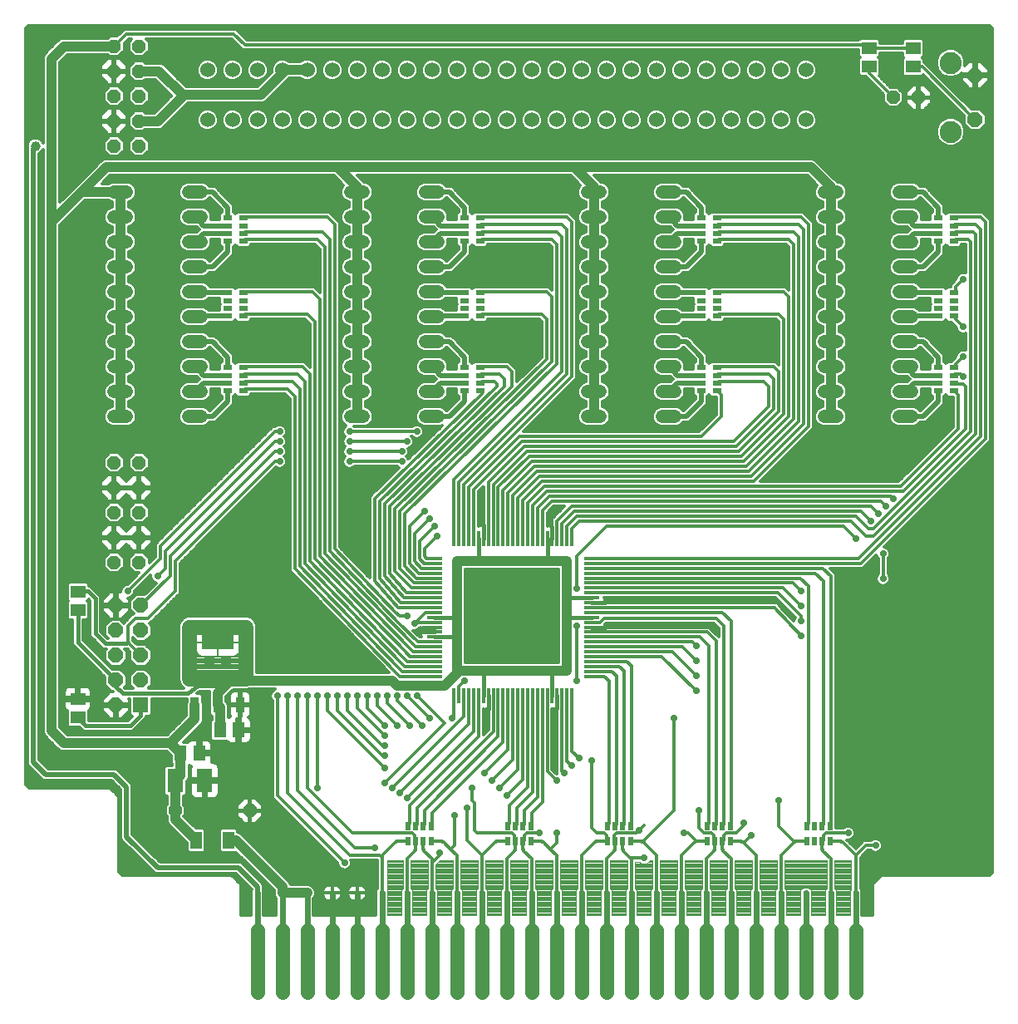
<source format=gbl>
G75*
%MOIN*%
%OFA0B0*%
%FSLAX25Y25*%
%IPPOS*%
%LPD*%
%AMOC8*
5,1,8,0,0,1.08239X$1,22.5*
%
%ADD10R,0.06299X0.09449*%
%ADD11C,0.06000*%
%ADD12R,0.05118X0.05906*%
%ADD13C,0.05200*%
%ADD14C,0.05600*%
%ADD15R,0.02400X0.01200*%
%ADD16C,0.02400*%
%ADD17R,0.03543X0.01969*%
%ADD18OC8,0.05600*%
%ADD19R,0.05906X0.05118*%
%ADD20OC8,0.05200*%
%ADD21R,0.06000X0.06000*%
%ADD22OC8,0.06000*%
%ADD23R,0.05906X0.01378*%
%ADD24R,0.01378X0.05906*%
%ADD25R,0.01969X0.03543*%
%ADD26R,0.03500X0.06400*%
%ADD27R,0.12500X0.06400*%
%ADD28R,0.04724X0.07087*%
%ADD29C,0.08850*%
%ADD30C,0.02000*%
%ADD31C,0.03962*%
%ADD32C,0.01969*%
%ADD33C,0.02781*%
%ADD34C,0.01181*%
%ADD35C,0.04000*%
%ADD36C,0.03937*%
%ADD37C,0.01000*%
%ADD38C,0.01575*%
%ADD39R,0.03569X0.03569*%
%ADD40R,0.03962X0.03962*%
%ADD41C,0.00394*%
%ADD42C,0.05906*%
D10*
X0063685Y0095000D03*
X0075496Y0095000D03*
D11*
X0076591Y0360031D03*
X0086591Y0360031D03*
X0096591Y0360031D03*
X0106591Y0360031D03*
X0116591Y0360031D03*
X0126591Y0360031D03*
X0136591Y0360031D03*
X0146591Y0360031D03*
X0156591Y0360031D03*
X0166591Y0360031D03*
X0176591Y0360031D03*
X0186591Y0360031D03*
X0196591Y0360031D03*
X0206591Y0360031D03*
X0216591Y0360031D03*
X0226591Y0360031D03*
X0236591Y0360031D03*
X0246591Y0360031D03*
X0256591Y0360031D03*
X0266591Y0360031D03*
X0276591Y0360031D03*
X0286591Y0360031D03*
X0296591Y0360031D03*
X0306591Y0360031D03*
X0316591Y0360031D03*
X0316591Y0380031D03*
X0306591Y0380031D03*
X0296591Y0380031D03*
X0286591Y0380031D03*
X0276591Y0380031D03*
X0266591Y0380031D03*
X0256591Y0380031D03*
X0246591Y0380031D03*
X0236591Y0380031D03*
X0226591Y0380031D03*
X0216591Y0380031D03*
X0206591Y0380031D03*
X0196591Y0380031D03*
X0186591Y0380031D03*
X0176591Y0380031D03*
X0166591Y0380031D03*
X0156591Y0380031D03*
X0146591Y0380031D03*
X0136591Y0380031D03*
X0126591Y0380031D03*
X0116591Y0380031D03*
X0106591Y0380031D03*
X0096591Y0380031D03*
X0086591Y0380031D03*
X0076591Y0380031D03*
D12*
X0081600Y0115250D03*
X0089081Y0115250D03*
X0073331Y0106000D03*
X0065850Y0106000D03*
D13*
X0068991Y0241000D02*
X0074191Y0241000D01*
X0074191Y0251000D02*
X0068991Y0251000D01*
X0068991Y0261000D02*
X0074191Y0261000D01*
X0074191Y0271000D02*
X0068991Y0271000D01*
X0068991Y0281000D02*
X0074191Y0281000D01*
X0074191Y0291000D02*
X0068991Y0291000D01*
X0068991Y0301000D02*
X0074191Y0301000D01*
X0074191Y0311000D02*
X0068991Y0311000D01*
X0068991Y0321000D02*
X0074191Y0321000D01*
X0074191Y0331000D02*
X0068991Y0331000D01*
X0044191Y0331000D02*
X0038991Y0331000D01*
X0038991Y0321000D02*
X0044191Y0321000D01*
X0044191Y0311000D02*
X0038991Y0311000D01*
X0038991Y0301000D02*
X0044191Y0301000D01*
X0044191Y0291000D02*
X0038991Y0291000D01*
X0038991Y0281000D02*
X0044191Y0281000D01*
X0044191Y0271000D02*
X0038991Y0271000D01*
X0038991Y0261000D02*
X0044191Y0261000D01*
X0044191Y0251000D02*
X0038991Y0251000D01*
X0038991Y0241000D02*
X0044191Y0241000D01*
X0133991Y0241000D02*
X0139191Y0241000D01*
X0139191Y0251000D02*
X0133991Y0251000D01*
X0133991Y0261000D02*
X0139191Y0261000D01*
X0139191Y0271000D02*
X0133991Y0271000D01*
X0133991Y0281000D02*
X0139191Y0281000D01*
X0139191Y0291000D02*
X0133991Y0291000D01*
X0133991Y0301000D02*
X0139191Y0301000D01*
X0139191Y0311000D02*
X0133991Y0311000D01*
X0133991Y0321000D02*
X0139191Y0321000D01*
X0139191Y0331000D02*
X0133991Y0331000D01*
X0163991Y0331000D02*
X0169191Y0331000D01*
X0169191Y0321000D02*
X0163991Y0321000D01*
X0163991Y0311000D02*
X0169191Y0311000D01*
X0169191Y0301000D02*
X0163991Y0301000D01*
X0163991Y0291000D02*
X0169191Y0291000D01*
X0169191Y0281000D02*
X0163991Y0281000D01*
X0163991Y0271000D02*
X0169191Y0271000D01*
X0169191Y0261000D02*
X0163991Y0261000D01*
X0163991Y0251000D02*
X0169191Y0251000D01*
X0169191Y0241000D02*
X0163991Y0241000D01*
X0228991Y0241000D02*
X0234191Y0241000D01*
X0234191Y0251000D02*
X0228991Y0251000D01*
X0228991Y0261000D02*
X0234191Y0261000D01*
X0234191Y0271000D02*
X0228991Y0271000D01*
X0228991Y0281000D02*
X0234191Y0281000D01*
X0234191Y0291000D02*
X0228991Y0291000D01*
X0228991Y0301000D02*
X0234191Y0301000D01*
X0234191Y0311000D02*
X0228991Y0311000D01*
X0228991Y0321000D02*
X0234191Y0321000D01*
X0234191Y0331000D02*
X0228991Y0331000D01*
X0258991Y0331000D02*
X0264191Y0331000D01*
X0264191Y0321000D02*
X0258991Y0321000D01*
X0258991Y0311000D02*
X0264191Y0311000D01*
X0264191Y0301000D02*
X0258991Y0301000D01*
X0258991Y0291000D02*
X0264191Y0291000D01*
X0264191Y0281000D02*
X0258991Y0281000D01*
X0258991Y0271000D02*
X0264191Y0271000D01*
X0264191Y0261000D02*
X0258991Y0261000D01*
X0258991Y0251000D02*
X0264191Y0251000D01*
X0264191Y0241000D02*
X0258991Y0241000D01*
X0323991Y0241000D02*
X0329191Y0241000D01*
X0329191Y0251000D02*
X0323991Y0251000D01*
X0323991Y0261000D02*
X0329191Y0261000D01*
X0329191Y0271000D02*
X0323991Y0271000D01*
X0323991Y0281000D02*
X0329191Y0281000D01*
X0329191Y0291000D02*
X0323991Y0291000D01*
X0323991Y0301000D02*
X0329191Y0301000D01*
X0329191Y0311000D02*
X0323991Y0311000D01*
X0323991Y0321000D02*
X0329191Y0321000D01*
X0329191Y0331000D02*
X0323991Y0331000D01*
X0353991Y0331000D02*
X0359191Y0331000D01*
X0359191Y0321000D02*
X0353991Y0321000D01*
X0353991Y0311000D02*
X0359191Y0311000D01*
X0359191Y0301000D02*
X0353991Y0301000D01*
X0353991Y0291000D02*
X0359191Y0291000D01*
X0359191Y0281000D02*
X0353991Y0281000D01*
X0353991Y0271000D02*
X0359191Y0271000D01*
X0359191Y0261000D02*
X0353991Y0261000D01*
X0353991Y0251000D02*
X0359191Y0251000D01*
X0359191Y0241000D02*
X0353991Y0241000D01*
D14*
X0336591Y0035000D02*
X0336591Y0010000D01*
X0326591Y0010000D02*
X0326591Y0035000D01*
X0316591Y0035000D02*
X0316591Y0010000D01*
X0306591Y0010000D02*
X0306591Y0035000D01*
X0296591Y0035000D02*
X0296591Y0010000D01*
X0286591Y0010000D02*
X0286591Y0035000D01*
X0276591Y0035000D02*
X0276591Y0010000D01*
X0266591Y0010000D02*
X0266591Y0035000D01*
X0256591Y0035000D02*
X0256591Y0010000D01*
X0246591Y0010000D02*
X0246591Y0035000D01*
X0236591Y0035000D02*
X0236591Y0010000D01*
X0226591Y0010000D02*
X0226591Y0035000D01*
X0216591Y0035000D02*
X0216591Y0010000D01*
X0206591Y0010000D02*
X0206591Y0035000D01*
X0196591Y0035000D02*
X0196591Y0010000D01*
X0186591Y0010000D02*
X0186591Y0035000D01*
X0176591Y0035000D02*
X0176591Y0010000D01*
X0166591Y0010000D02*
X0166591Y0035000D01*
X0156591Y0035000D02*
X0156591Y0010000D01*
X0146591Y0010000D02*
X0146591Y0035000D01*
X0136591Y0035000D02*
X0136591Y0010000D01*
X0126591Y0010000D02*
X0126591Y0035000D01*
X0116591Y0035000D02*
X0116591Y0010000D01*
X0106591Y0010000D02*
X0106591Y0035000D01*
X0096591Y0035000D02*
X0096591Y0010000D01*
D15*
X0096591Y0050000D03*
X0106591Y0050000D03*
X0116591Y0050000D03*
X0126591Y0050000D03*
X0136591Y0050000D03*
X0146591Y0050000D03*
X0156591Y0050000D03*
X0166591Y0050000D03*
X0176591Y0050000D03*
X0186591Y0050000D03*
X0196591Y0050000D03*
X0206591Y0050000D03*
X0216591Y0050000D03*
X0226591Y0050000D03*
X0236591Y0050000D03*
X0246591Y0050000D03*
X0256591Y0050000D03*
X0266591Y0050000D03*
X0276591Y0050000D03*
X0286591Y0050000D03*
X0296591Y0050000D03*
X0306591Y0050000D03*
X0316591Y0050000D03*
X0326591Y0050000D03*
X0336591Y0050000D03*
D16*
X0336591Y0035000D01*
X0326591Y0035000D02*
X0326591Y0050000D01*
X0316591Y0050000D02*
X0316591Y0035000D01*
X0306591Y0035000D02*
X0306591Y0050000D01*
X0296591Y0050000D02*
X0296591Y0035000D01*
X0286591Y0035000D02*
X0286591Y0050000D01*
X0276591Y0050000D02*
X0276591Y0035000D01*
X0266591Y0035000D02*
X0266591Y0050000D01*
X0256591Y0050000D02*
X0256591Y0035000D01*
X0246591Y0035000D02*
X0246591Y0050000D01*
X0236591Y0050000D02*
X0236591Y0035000D01*
X0226591Y0035000D02*
X0226591Y0050000D01*
X0216591Y0050000D02*
X0216591Y0035000D01*
X0206591Y0035000D02*
X0206591Y0050000D01*
X0196591Y0050000D02*
X0196591Y0035000D01*
X0186591Y0035000D02*
X0186591Y0050000D01*
X0176591Y0050000D02*
X0176591Y0035000D01*
X0166591Y0035000D02*
X0166591Y0050000D01*
X0156591Y0050000D02*
X0156591Y0035000D01*
X0146591Y0035000D02*
X0146591Y0050000D01*
X0136591Y0050000D02*
X0136591Y0035000D01*
X0126591Y0035000D02*
X0126591Y0050000D01*
X0116591Y0050000D02*
X0116591Y0035000D01*
X0106591Y0035000D02*
X0106591Y0050000D01*
X0096591Y0050000D02*
X0096591Y0035000D01*
D17*
X0090990Y0251276D03*
X0090990Y0254425D03*
X0090990Y0257575D03*
X0090990Y0260724D03*
X0084691Y0260724D03*
X0084691Y0257575D03*
X0084691Y0254425D03*
X0084691Y0251276D03*
X0084691Y0281276D03*
X0084691Y0284425D03*
X0084691Y0287575D03*
X0084691Y0290724D03*
X0090990Y0290724D03*
X0090990Y0287575D03*
X0090990Y0284425D03*
X0090990Y0281276D03*
X0090990Y0311276D03*
X0090990Y0314425D03*
X0090990Y0317575D03*
X0090990Y0320724D03*
X0084691Y0320724D03*
X0084691Y0317575D03*
X0084691Y0314425D03*
X0084691Y0311276D03*
X0179691Y0311276D03*
X0179691Y0314425D03*
X0179691Y0317575D03*
X0179691Y0320724D03*
X0185990Y0320724D03*
X0185990Y0317575D03*
X0185990Y0314425D03*
X0185990Y0311276D03*
X0185990Y0290724D03*
X0185990Y0287575D03*
X0185990Y0284425D03*
X0185990Y0281276D03*
X0179691Y0281276D03*
X0179691Y0284425D03*
X0179691Y0287575D03*
X0179691Y0290724D03*
X0179691Y0260724D03*
X0179691Y0257575D03*
X0179691Y0254425D03*
X0179691Y0251276D03*
X0185990Y0251276D03*
X0185990Y0254425D03*
X0185990Y0257575D03*
X0185990Y0260724D03*
X0274691Y0260724D03*
X0274691Y0257575D03*
X0274691Y0254425D03*
X0274691Y0251276D03*
X0280990Y0251276D03*
X0280990Y0254425D03*
X0280990Y0257575D03*
X0280990Y0260724D03*
X0280990Y0281276D03*
X0280990Y0284425D03*
X0280990Y0287575D03*
X0280990Y0290724D03*
X0274691Y0290724D03*
X0274691Y0287575D03*
X0274691Y0284425D03*
X0274691Y0281276D03*
X0274691Y0311276D03*
X0274691Y0314425D03*
X0274691Y0317575D03*
X0274691Y0320724D03*
X0280990Y0320724D03*
X0280990Y0317575D03*
X0280990Y0314425D03*
X0280990Y0311276D03*
X0369691Y0311276D03*
X0369691Y0314425D03*
X0369691Y0317575D03*
X0369691Y0320724D03*
X0375990Y0320724D03*
X0375990Y0317575D03*
X0375990Y0314425D03*
X0375990Y0311276D03*
X0375990Y0290724D03*
X0375990Y0287575D03*
X0375990Y0284425D03*
X0375990Y0281276D03*
X0369691Y0281276D03*
X0369691Y0284425D03*
X0369691Y0287575D03*
X0369691Y0290724D03*
X0369691Y0260724D03*
X0369691Y0257575D03*
X0369691Y0254425D03*
X0369691Y0251276D03*
X0375990Y0251276D03*
X0375990Y0254425D03*
X0375990Y0257575D03*
X0375990Y0260724D03*
D18*
X0049091Y0222500D03*
X0049091Y0212500D03*
X0049091Y0202500D03*
X0049091Y0192500D03*
X0049091Y0182500D03*
X0039091Y0182500D03*
X0039091Y0192500D03*
X0039091Y0202500D03*
X0039091Y0212500D03*
X0039091Y0222500D03*
X0039091Y0349500D03*
X0039091Y0359500D03*
X0049091Y0359500D03*
X0049091Y0349500D03*
X0049091Y0369500D03*
X0049091Y0379500D03*
X0049091Y0389500D03*
X0039091Y0389500D03*
X0039091Y0379500D03*
X0039091Y0369500D03*
D19*
X0024591Y0170740D03*
X0024591Y0163260D03*
X0024591Y0127740D03*
X0024591Y0120260D03*
X0342091Y0381260D03*
X0342091Y0388740D03*
X0359591Y0388740D03*
X0359591Y0381260D03*
D20*
X0361732Y0369000D03*
X0351732Y0369000D03*
X0093591Y0083000D03*
X0063591Y0083000D03*
D21*
X0049819Y0125256D03*
D22*
X0049819Y0135256D03*
X0039819Y0135256D03*
X0039819Y0125256D03*
X0039819Y0145256D03*
X0039819Y0155256D03*
X0049819Y0155256D03*
X0049819Y0145256D03*
X0049819Y0165256D03*
X0039819Y0165256D03*
X0384491Y0360100D03*
X0384491Y0377900D03*
D23*
X0230587Y0184122D03*
X0230587Y0182154D03*
X0230587Y0180185D03*
X0230587Y0178217D03*
X0230587Y0176248D03*
X0230587Y0174280D03*
X0230587Y0172311D03*
X0230587Y0170343D03*
X0230587Y0168374D03*
X0230587Y0166406D03*
X0230587Y0164437D03*
X0230587Y0162469D03*
X0230587Y0160500D03*
X0230587Y0158531D03*
X0230587Y0156563D03*
X0230587Y0154594D03*
X0230587Y0152626D03*
X0230587Y0150657D03*
X0230587Y0148689D03*
X0230587Y0146720D03*
X0230587Y0144752D03*
X0230587Y0142783D03*
X0230587Y0140815D03*
X0230587Y0138846D03*
X0230587Y0136878D03*
X0167594Y0136878D03*
X0167594Y0138846D03*
X0167594Y0140815D03*
X0167594Y0142783D03*
X0167594Y0144752D03*
X0167594Y0146720D03*
X0167594Y0148689D03*
X0167594Y0150657D03*
X0167594Y0152626D03*
X0167594Y0154594D03*
X0167594Y0156563D03*
X0167594Y0158531D03*
X0167594Y0160500D03*
X0167594Y0162469D03*
X0167594Y0164437D03*
X0167594Y0166406D03*
X0167594Y0168374D03*
X0167594Y0170343D03*
X0167594Y0172311D03*
X0167594Y0174280D03*
X0167594Y0176248D03*
X0167594Y0178217D03*
X0167594Y0180185D03*
X0167594Y0182154D03*
X0167594Y0184122D03*
D24*
X0175469Y0191996D03*
X0177437Y0191996D03*
X0179406Y0191996D03*
X0181374Y0191996D03*
X0183343Y0191996D03*
X0185311Y0191996D03*
X0187280Y0191996D03*
X0189248Y0191996D03*
X0191217Y0191996D03*
X0193185Y0191996D03*
X0195154Y0191996D03*
X0197122Y0191996D03*
X0199091Y0191996D03*
X0201059Y0191996D03*
X0203028Y0191996D03*
X0204996Y0191996D03*
X0206965Y0191996D03*
X0208933Y0191996D03*
X0210902Y0191996D03*
X0212870Y0191996D03*
X0214839Y0191996D03*
X0216807Y0191996D03*
X0218776Y0191996D03*
X0220744Y0191996D03*
X0222713Y0191996D03*
X0222713Y0129004D03*
X0220744Y0129004D03*
X0218776Y0129004D03*
X0216807Y0129004D03*
X0214839Y0129004D03*
X0212870Y0129004D03*
X0210902Y0129004D03*
X0208933Y0129004D03*
X0206965Y0129004D03*
X0204996Y0129004D03*
X0203028Y0129004D03*
X0201059Y0129004D03*
X0199091Y0129004D03*
X0197122Y0129004D03*
X0195154Y0129004D03*
X0193185Y0129004D03*
X0191217Y0129004D03*
X0189248Y0129004D03*
X0187280Y0129004D03*
X0185311Y0129004D03*
X0183343Y0129004D03*
X0181374Y0129004D03*
X0179406Y0129004D03*
X0177437Y0129004D03*
X0175469Y0129004D03*
D25*
X0166315Y0076900D03*
X0163165Y0076900D03*
X0160016Y0076900D03*
X0156866Y0076900D03*
X0156866Y0070600D03*
X0160016Y0070600D03*
X0163165Y0070600D03*
X0166315Y0070600D03*
X0196866Y0070600D03*
X0200016Y0070600D03*
X0203165Y0070600D03*
X0206315Y0070600D03*
X0206315Y0076900D03*
X0203165Y0076900D03*
X0200016Y0076900D03*
X0196866Y0076900D03*
X0236866Y0076900D03*
X0240016Y0076900D03*
X0243165Y0076900D03*
X0246315Y0076900D03*
X0246315Y0070600D03*
X0243165Y0070600D03*
X0240016Y0070600D03*
X0236866Y0070600D03*
X0276866Y0070600D03*
X0280016Y0070600D03*
X0283165Y0070600D03*
X0286315Y0070600D03*
X0286315Y0076900D03*
X0283165Y0076900D03*
X0280016Y0076900D03*
X0276866Y0076900D03*
X0316866Y0076900D03*
X0320016Y0076900D03*
X0323165Y0076900D03*
X0326315Y0076900D03*
X0326315Y0070600D03*
X0323165Y0070600D03*
X0320016Y0070600D03*
X0316866Y0070600D03*
D26*
X0089691Y0125400D03*
X0080591Y0125400D03*
X0071491Y0125400D03*
D27*
X0080591Y0150600D03*
D28*
X0085087Y0071000D03*
X0072094Y0071000D03*
D29*
X0374691Y0355200D03*
X0374691Y0382800D03*
D30*
X0089091Y0060000D02*
X0056591Y0060000D01*
X0044091Y0072500D01*
X0044091Y0092500D01*
X0039091Y0097500D01*
X0011591Y0097500D01*
X0006591Y0102500D01*
X0089091Y0060000D02*
X0096591Y0052500D01*
X0096591Y0050000D01*
D31*
X0007591Y0349500D03*
D32*
X0006591Y0348500D01*
X0006591Y0102500D01*
X0071591Y0241000D02*
X0078591Y0241000D01*
X0084691Y0247100D01*
X0084691Y0251276D01*
X0084691Y0254425D02*
X0075016Y0254425D01*
X0071591Y0251000D01*
X0075016Y0257575D02*
X0071591Y0261000D01*
X0075016Y0257575D02*
X0084691Y0257575D01*
X0084691Y0260724D02*
X0084691Y0264900D01*
X0078591Y0271000D01*
X0071591Y0271000D01*
X0071591Y0281000D02*
X0071866Y0281276D01*
X0084691Y0281276D01*
X0084691Y0290724D02*
X0071866Y0290724D01*
X0071591Y0291000D01*
X0071591Y0301000D02*
X0078591Y0301000D01*
X0084691Y0307100D01*
X0084691Y0311276D01*
X0084691Y0314425D02*
X0075016Y0314425D01*
X0071591Y0311000D01*
X0075016Y0317575D02*
X0071591Y0321000D01*
X0075016Y0317575D02*
X0084691Y0317575D01*
X0084691Y0320724D02*
X0084691Y0324900D01*
X0078591Y0331000D01*
X0071591Y0331000D01*
X0166591Y0331000D02*
X0173591Y0331000D01*
X0179691Y0324900D01*
X0179691Y0320724D01*
X0179691Y0317575D02*
X0170016Y0317575D01*
X0166591Y0321000D01*
X0170016Y0314425D02*
X0166591Y0311000D01*
X0170016Y0314425D02*
X0179691Y0314425D01*
X0179691Y0311276D02*
X0179691Y0307100D01*
X0173591Y0301000D01*
X0166591Y0301000D01*
X0166591Y0291000D02*
X0166866Y0290724D01*
X0179691Y0290724D01*
X0179691Y0281276D02*
X0166866Y0281276D01*
X0166591Y0281000D01*
X0166591Y0271000D02*
X0173591Y0271000D01*
X0179691Y0264900D01*
X0179691Y0260724D01*
X0179691Y0257575D02*
X0170016Y0257575D01*
X0166591Y0261000D01*
X0170016Y0254425D02*
X0166591Y0251000D01*
X0170016Y0254425D02*
X0179691Y0254425D01*
X0179691Y0251276D02*
X0179691Y0247100D01*
X0173591Y0241000D01*
X0166591Y0241000D01*
X0261591Y0241000D02*
X0268591Y0241000D01*
X0274691Y0247100D01*
X0274691Y0251276D01*
X0274691Y0254425D02*
X0265016Y0254425D01*
X0261591Y0251000D01*
X0265016Y0257575D02*
X0261591Y0261000D01*
X0265016Y0257575D02*
X0274691Y0257575D01*
X0274691Y0260724D02*
X0274691Y0264900D01*
X0268591Y0271000D01*
X0261591Y0271000D01*
X0261591Y0281000D02*
X0261866Y0281276D01*
X0274691Y0281276D01*
X0274691Y0290724D02*
X0261866Y0290724D01*
X0261591Y0291000D01*
X0261591Y0301000D02*
X0268591Y0301000D01*
X0274691Y0307100D01*
X0274691Y0311276D01*
X0274691Y0314425D02*
X0265016Y0314425D01*
X0261591Y0311000D01*
X0265016Y0317575D02*
X0261591Y0321000D01*
X0265016Y0317575D02*
X0274691Y0317575D01*
X0274691Y0320724D02*
X0274691Y0324900D01*
X0268591Y0331000D01*
X0261591Y0331000D01*
X0356591Y0331000D02*
X0363591Y0331000D01*
X0369691Y0324900D01*
X0369691Y0320724D01*
X0369691Y0317575D02*
X0360016Y0317575D01*
X0356591Y0321000D01*
X0360016Y0314425D02*
X0356591Y0311000D01*
X0360016Y0314425D02*
X0369691Y0314425D01*
X0369691Y0311276D02*
X0369691Y0307100D01*
X0363591Y0301000D01*
X0356591Y0301000D01*
X0356591Y0291000D02*
X0356866Y0290724D01*
X0369691Y0290724D01*
X0369691Y0281276D02*
X0356866Y0281276D01*
X0356591Y0281000D01*
X0356591Y0271000D02*
X0363591Y0271000D01*
X0369691Y0264900D01*
X0369691Y0260724D01*
X0369691Y0257575D02*
X0360016Y0257575D01*
X0356591Y0261000D01*
X0360016Y0254425D02*
X0356591Y0251000D01*
X0360016Y0254425D02*
X0369691Y0254425D01*
X0369691Y0251276D02*
X0369691Y0247100D01*
X0363591Y0241000D01*
X0356591Y0241000D01*
D33*
X0379591Y0257000D03*
X0379591Y0265000D03*
X0379591Y0277000D03*
X0379591Y0296000D03*
X0351591Y0208000D03*
X0348591Y0205000D03*
X0345591Y0202000D03*
X0342591Y0199000D03*
X0336591Y0192000D03*
X0347591Y0186000D03*
X0347591Y0176000D03*
X0314591Y0171000D03*
X0314591Y0165000D03*
X0314591Y0159000D03*
X0314591Y0153000D03*
X0303890Y0167362D03*
X0277591Y0157362D03*
X0272591Y0149000D03*
X0272591Y0143000D03*
X0272591Y0137000D03*
X0272591Y0131000D03*
X0263591Y0120000D03*
X0230591Y0103000D03*
X0225591Y0104000D03*
X0222591Y0101000D03*
X0219591Y0098000D03*
X0216591Y0095000D03*
X0196591Y0089000D03*
X0193591Y0092000D03*
X0190591Y0095000D03*
X0187591Y0098000D03*
X0182591Y0092000D03*
X0180591Y0084000D03*
X0175591Y0081000D03*
X0169591Y0066000D03*
X0156591Y0088000D03*
X0153591Y0090000D03*
X0150591Y0092000D03*
X0147591Y0094000D03*
X0147591Y0100000D03*
X0147591Y0105000D03*
X0147591Y0109000D03*
X0147591Y0113000D03*
X0147591Y0117000D03*
X0152591Y0117000D03*
X0157591Y0117000D03*
X0162591Y0117000D03*
X0165591Y0120000D03*
X0174591Y0120000D03*
X0160591Y0129000D03*
X0156591Y0129000D03*
X0152591Y0129000D03*
X0148591Y0129000D03*
X0144591Y0129000D03*
X0140591Y0129000D03*
X0136591Y0129000D03*
X0132591Y0129000D03*
X0128591Y0129000D03*
X0124591Y0129000D03*
X0120591Y0129000D03*
X0116591Y0129000D03*
X0112591Y0129000D03*
X0108591Y0129000D03*
X0104591Y0129000D03*
X0120591Y0092000D03*
X0143591Y0068000D03*
X0131591Y0062000D03*
X0188591Y0119000D03*
X0188591Y0123000D03*
X0179591Y0135000D03*
X0161591Y0155000D03*
X0159591Y0158000D03*
X0156591Y0161000D03*
X0168591Y0193000D03*
X0167591Y0197000D03*
X0165591Y0200000D03*
X0163591Y0203000D03*
X0154591Y0223000D03*
X0154591Y0227000D03*
X0156591Y0231000D03*
X0160591Y0235000D03*
X0133591Y0235000D03*
X0133591Y0231000D03*
X0133591Y0227000D03*
X0133591Y0223000D03*
X0105591Y0223000D03*
X0105591Y0227000D03*
X0105591Y0231000D03*
X0105591Y0235000D03*
X0056591Y0177000D03*
X0044591Y0171000D03*
X0186591Y0198000D03*
X0186591Y0202000D03*
X0213591Y0202000D03*
X0213591Y0198000D03*
X0224591Y0172000D03*
X0236591Y0167000D03*
X0236591Y0157000D03*
X0224591Y0157000D03*
X0224591Y0135000D03*
X0215591Y0123000D03*
X0215591Y0119000D03*
X0216591Y0074000D03*
X0209591Y0074000D03*
X0249591Y0075000D03*
X0251591Y0064000D03*
X0267591Y0074000D03*
X0273591Y0083000D03*
X0291591Y0078000D03*
X0294591Y0073000D03*
X0305591Y0087000D03*
X0333591Y0074000D03*
X0344591Y0069000D03*
X0265591Y0167362D03*
D34*
X0042456Y0057091D02*
X0041181Y0058366D01*
X0041181Y0088366D01*
X0039591Y0089956D01*
X0039591Y0090000D01*
X0039547Y0090000D01*
X0037456Y0092091D01*
X0004956Y0092091D01*
X0003681Y0093366D01*
X0003681Y0396634D01*
X0004956Y0397909D01*
X0390225Y0397909D01*
X0391500Y0396634D01*
X0391500Y0058366D01*
X0390225Y0057091D01*
X0346975Y0057091D01*
X0343250Y0053366D01*
X0343250Y0041000D01*
X0339181Y0041000D01*
X0339181Y0051176D01*
X0338572Y0051785D01*
X0338572Y0064179D01*
X0341411Y0067019D01*
X0342639Y0067019D01*
X0343015Y0066642D01*
X0344037Y0066219D01*
X0345144Y0066219D01*
X0346166Y0066642D01*
X0346948Y0067425D01*
X0347372Y0068447D01*
X0347372Y0069553D01*
X0346948Y0070575D01*
X0346166Y0071358D01*
X0345144Y0071781D01*
X0344037Y0071781D01*
X0343015Y0071358D01*
X0342639Y0070981D01*
X0339770Y0070981D01*
X0336591Y0067802D01*
X0333264Y0071128D01*
X0333264Y0071128D01*
X0333173Y0071219D01*
X0334144Y0071219D01*
X0335166Y0071642D01*
X0335948Y0072425D01*
X0336372Y0073447D01*
X0336372Y0074553D01*
X0335948Y0075575D01*
X0335166Y0076358D01*
X0334144Y0076781D01*
X0333037Y0076781D01*
X0332015Y0076358D01*
X0331639Y0075981D01*
X0328690Y0075981D01*
X0328690Y0079247D01*
X0328572Y0079365D01*
X0328572Y0177821D01*
X0326220Y0180172D01*
X0339565Y0180172D01*
X0340725Y0181333D01*
X0344818Y0185426D01*
X0345233Y0184425D01*
X0345609Y0184048D01*
X0345609Y0177952D01*
X0345233Y0177575D01*
X0344809Y0176553D01*
X0344809Y0175447D01*
X0345233Y0174425D01*
X0346015Y0173642D01*
X0347037Y0173219D01*
X0348144Y0173219D01*
X0349166Y0173642D01*
X0349948Y0174425D01*
X0350372Y0175447D01*
X0350372Y0176553D01*
X0349948Y0177575D01*
X0349572Y0177952D01*
X0349572Y0184048D01*
X0349948Y0184425D01*
X0350372Y0185447D01*
X0350372Y0186553D01*
X0349948Y0187575D01*
X0349166Y0188358D01*
X0348165Y0188772D01*
X0389411Y0230019D01*
X0390572Y0231179D01*
X0390572Y0319821D01*
X0388572Y0321821D01*
X0387411Y0322981D01*
X0378456Y0322981D01*
X0378338Y0323099D01*
X0373643Y0323099D01*
X0372841Y0322297D01*
X0372066Y0323072D01*
X0372066Y0325883D01*
X0365965Y0331984D01*
X0364574Y0333375D01*
X0362459Y0333375D01*
X0361451Y0334383D01*
X0359984Y0334991D01*
X0353197Y0334991D01*
X0351730Y0334383D01*
X0350608Y0333260D01*
X0350000Y0331794D01*
X0350000Y0330206D01*
X0350608Y0328740D01*
X0351730Y0327617D01*
X0353197Y0327009D01*
X0359984Y0327009D01*
X0361451Y0327617D01*
X0362459Y0328625D01*
X0362607Y0328625D01*
X0367316Y0323916D01*
X0367316Y0323072D01*
X0366529Y0322285D01*
X0366529Y0319950D01*
X0363075Y0319950D01*
X0363181Y0320206D01*
X0363181Y0321794D01*
X0362574Y0323260D01*
X0361451Y0324383D01*
X0359984Y0324991D01*
X0353197Y0324991D01*
X0351730Y0324383D01*
X0350608Y0323260D01*
X0350000Y0321794D01*
X0350000Y0320206D01*
X0350608Y0318740D01*
X0351730Y0317617D01*
X0353197Y0317009D01*
X0357223Y0317009D01*
X0358232Y0316000D01*
X0357223Y0314991D01*
X0353197Y0314991D01*
X0351730Y0314383D01*
X0350608Y0313260D01*
X0350000Y0311794D01*
X0350000Y0310206D01*
X0350608Y0308740D01*
X0351730Y0307617D01*
X0353197Y0307009D01*
X0359984Y0307009D01*
X0361451Y0307617D01*
X0362574Y0308740D01*
X0363181Y0310206D01*
X0363181Y0311794D01*
X0363075Y0312050D01*
X0366529Y0312050D01*
X0366529Y0309715D01*
X0367316Y0308928D01*
X0367316Y0308084D01*
X0362607Y0303375D01*
X0362459Y0303375D01*
X0361451Y0304383D01*
X0359984Y0304991D01*
X0353197Y0304991D01*
X0351730Y0304383D01*
X0350608Y0303260D01*
X0350000Y0301794D01*
X0350000Y0300206D01*
X0350608Y0298740D01*
X0351730Y0297617D01*
X0353197Y0297009D01*
X0359984Y0297009D01*
X0361451Y0297617D01*
X0362459Y0298625D01*
X0364574Y0298625D01*
X0365965Y0300016D01*
X0372066Y0306117D01*
X0372066Y0308928D01*
X0372841Y0309703D01*
X0373643Y0308901D01*
X0378338Y0308901D01*
X0379152Y0309715D01*
X0379152Y0310019D01*
X0380609Y0310019D01*
X0380609Y0298588D01*
X0380144Y0298781D01*
X0379037Y0298781D01*
X0378015Y0298358D01*
X0377233Y0297575D01*
X0376809Y0296553D01*
X0376809Y0296021D01*
X0374609Y0293821D01*
X0374609Y0293099D01*
X0373643Y0293099D01*
X0372841Y0292297D01*
X0372039Y0293099D01*
X0362640Y0293099D01*
X0362574Y0293260D01*
X0361451Y0294383D01*
X0359984Y0294991D01*
X0353197Y0294991D01*
X0351730Y0294383D01*
X0350608Y0293260D01*
X0350000Y0291794D01*
X0350000Y0290206D01*
X0350608Y0288740D01*
X0351730Y0287617D01*
X0353197Y0287009D01*
X0359984Y0287009D01*
X0361451Y0287617D01*
X0362184Y0288350D01*
X0366529Y0288350D01*
X0366529Y0286015D01*
X0366543Y0286000D01*
X0366529Y0285985D01*
X0366529Y0283650D01*
X0362184Y0283650D01*
X0361451Y0284383D01*
X0359984Y0284991D01*
X0353197Y0284991D01*
X0351730Y0284383D01*
X0350608Y0283260D01*
X0350000Y0281794D01*
X0350000Y0280206D01*
X0350608Y0278740D01*
X0351730Y0277617D01*
X0353197Y0277009D01*
X0359984Y0277009D01*
X0361451Y0277617D01*
X0362574Y0278740D01*
X0362640Y0278901D01*
X0372039Y0278901D01*
X0372841Y0279703D01*
X0373643Y0278901D01*
X0374888Y0278901D01*
X0376809Y0276979D01*
X0376809Y0276447D01*
X0377233Y0275425D01*
X0378015Y0274642D01*
X0379037Y0274219D01*
X0380144Y0274219D01*
X0380609Y0274412D01*
X0380609Y0267588D01*
X0380144Y0267781D01*
X0379037Y0267781D01*
X0378015Y0267358D01*
X0377233Y0266575D01*
X0376809Y0265553D01*
X0376809Y0265021D01*
X0374888Y0263099D01*
X0373643Y0263099D01*
X0372841Y0262297D01*
X0372066Y0263072D01*
X0372066Y0265883D01*
X0365965Y0271984D01*
X0364574Y0273375D01*
X0362459Y0273375D01*
X0361451Y0274383D01*
X0359984Y0274991D01*
X0353197Y0274991D01*
X0351730Y0274383D01*
X0350608Y0273260D01*
X0350000Y0271794D01*
X0350000Y0270206D01*
X0350608Y0268740D01*
X0351730Y0267617D01*
X0353197Y0267009D01*
X0359984Y0267009D01*
X0361451Y0267617D01*
X0362459Y0268625D01*
X0362607Y0268625D01*
X0367316Y0263916D01*
X0367316Y0263072D01*
X0366529Y0262285D01*
X0366529Y0259950D01*
X0363075Y0259950D01*
X0363181Y0260206D01*
X0363181Y0261794D01*
X0362574Y0263260D01*
X0361451Y0264383D01*
X0359984Y0264991D01*
X0353197Y0264991D01*
X0351730Y0264383D01*
X0350608Y0263260D01*
X0350000Y0261794D01*
X0350000Y0260206D01*
X0350608Y0258740D01*
X0351730Y0257617D01*
X0353197Y0257009D01*
X0357223Y0257009D01*
X0358232Y0256000D01*
X0357223Y0254991D01*
X0353197Y0254991D01*
X0351730Y0254383D01*
X0350608Y0253260D01*
X0350000Y0251794D01*
X0350000Y0250206D01*
X0350608Y0248740D01*
X0351730Y0247617D01*
X0353197Y0247009D01*
X0359984Y0247009D01*
X0361451Y0247617D01*
X0362574Y0248740D01*
X0363181Y0250206D01*
X0363181Y0251794D01*
X0363075Y0252050D01*
X0366529Y0252050D01*
X0366529Y0249715D01*
X0367316Y0248928D01*
X0367316Y0248084D01*
X0362607Y0243375D01*
X0362459Y0243375D01*
X0361451Y0244383D01*
X0359984Y0244991D01*
X0353197Y0244991D01*
X0351730Y0244383D01*
X0350608Y0243260D01*
X0350000Y0241794D01*
X0350000Y0240206D01*
X0350608Y0238740D01*
X0351730Y0237617D01*
X0353197Y0237009D01*
X0359984Y0237009D01*
X0361451Y0237617D01*
X0362459Y0238625D01*
X0364574Y0238625D01*
X0372066Y0246117D01*
X0372066Y0248928D01*
X0372841Y0249703D01*
X0373643Y0248901D01*
X0375563Y0248901D01*
X0375609Y0248855D01*
X0375609Y0236821D01*
X0353770Y0214981D01*
X0298373Y0214981D01*
X0318411Y0235019D01*
X0319572Y0236179D01*
X0319572Y0318821D01*
X0316572Y0321821D01*
X0315411Y0322981D01*
X0283456Y0322981D01*
X0283338Y0323099D01*
X0278643Y0323099D01*
X0277841Y0322297D01*
X0277066Y0323072D01*
X0277066Y0325883D01*
X0270965Y0331984D01*
X0269574Y0333375D01*
X0267459Y0333375D01*
X0266451Y0334383D01*
X0264984Y0334991D01*
X0258197Y0334991D01*
X0256730Y0334383D01*
X0255608Y0333260D01*
X0255000Y0331794D01*
X0255000Y0330206D01*
X0255608Y0328740D01*
X0256730Y0327617D01*
X0258197Y0327009D01*
X0264984Y0327009D01*
X0266451Y0327617D01*
X0267459Y0328625D01*
X0267607Y0328625D01*
X0272316Y0323916D01*
X0272316Y0323072D01*
X0271529Y0322285D01*
X0271529Y0319950D01*
X0268075Y0319950D01*
X0268181Y0320206D01*
X0268181Y0321794D01*
X0267574Y0323260D01*
X0266451Y0324383D01*
X0264984Y0324991D01*
X0258197Y0324991D01*
X0256730Y0324383D01*
X0255608Y0323260D01*
X0255000Y0321794D01*
X0255000Y0320206D01*
X0255608Y0318740D01*
X0256730Y0317617D01*
X0258197Y0317009D01*
X0262223Y0317009D01*
X0263232Y0316000D01*
X0262223Y0314991D01*
X0258197Y0314991D01*
X0256730Y0314383D01*
X0255608Y0313260D01*
X0255000Y0311794D01*
X0255000Y0310206D01*
X0255608Y0308740D01*
X0256730Y0307617D01*
X0258197Y0307009D01*
X0264984Y0307009D01*
X0266451Y0307617D01*
X0267574Y0308740D01*
X0268181Y0310206D01*
X0268181Y0311794D01*
X0268075Y0312050D01*
X0271529Y0312050D01*
X0271529Y0309715D01*
X0272316Y0308928D01*
X0272316Y0308084D01*
X0267607Y0303375D01*
X0267459Y0303375D01*
X0266451Y0304383D01*
X0264984Y0304991D01*
X0258197Y0304991D01*
X0256730Y0304383D01*
X0255608Y0303260D01*
X0255000Y0301794D01*
X0255000Y0300206D01*
X0255608Y0298740D01*
X0256730Y0297617D01*
X0258197Y0297009D01*
X0264984Y0297009D01*
X0266451Y0297617D01*
X0267459Y0298625D01*
X0269574Y0298625D01*
X0270965Y0300016D01*
X0277066Y0306117D01*
X0277066Y0308928D01*
X0277841Y0309703D01*
X0278643Y0308901D01*
X0283338Y0308901D01*
X0284152Y0309715D01*
X0284152Y0310019D01*
X0308770Y0310019D01*
X0309609Y0309179D01*
X0309609Y0291783D01*
X0309572Y0291821D01*
X0308411Y0292981D01*
X0283456Y0292981D01*
X0283338Y0293099D01*
X0278643Y0293099D01*
X0277841Y0292297D01*
X0277039Y0293099D01*
X0267640Y0293099D01*
X0267574Y0293260D01*
X0266451Y0294383D01*
X0264984Y0294991D01*
X0258197Y0294991D01*
X0256730Y0294383D01*
X0255608Y0293260D01*
X0255000Y0291794D01*
X0255000Y0290206D01*
X0255608Y0288740D01*
X0256730Y0287617D01*
X0258197Y0287009D01*
X0264984Y0287009D01*
X0266451Y0287617D01*
X0267184Y0288350D01*
X0271529Y0288350D01*
X0271529Y0286015D01*
X0271543Y0286000D01*
X0271529Y0285985D01*
X0271529Y0283650D01*
X0267184Y0283650D01*
X0266451Y0284383D01*
X0264984Y0284991D01*
X0258197Y0284991D01*
X0256730Y0284383D01*
X0255608Y0283260D01*
X0255000Y0281794D01*
X0255000Y0280206D01*
X0255608Y0278740D01*
X0256730Y0277617D01*
X0258197Y0277009D01*
X0264984Y0277009D01*
X0266451Y0277617D01*
X0267574Y0278740D01*
X0267640Y0278901D01*
X0277039Y0278901D01*
X0277841Y0279703D01*
X0278643Y0278901D01*
X0283338Y0278901D01*
X0284152Y0279715D01*
X0284152Y0280019D01*
X0304770Y0280019D01*
X0305609Y0279179D01*
X0305609Y0261783D01*
X0305572Y0261821D01*
X0304411Y0262981D01*
X0283456Y0262981D01*
X0283338Y0263099D01*
X0278643Y0263099D01*
X0277841Y0262297D01*
X0277066Y0263072D01*
X0277066Y0265883D01*
X0270965Y0271984D01*
X0269574Y0273375D01*
X0267459Y0273375D01*
X0266451Y0274383D01*
X0264984Y0274991D01*
X0258197Y0274991D01*
X0256730Y0274383D01*
X0255608Y0273260D01*
X0255000Y0271794D01*
X0255000Y0270206D01*
X0255608Y0268740D01*
X0256730Y0267617D01*
X0258197Y0267009D01*
X0264984Y0267009D01*
X0266451Y0267617D01*
X0267459Y0268625D01*
X0267607Y0268625D01*
X0272316Y0263916D01*
X0272316Y0263072D01*
X0271529Y0262285D01*
X0271529Y0259950D01*
X0268075Y0259950D01*
X0268181Y0260206D01*
X0268181Y0261794D01*
X0267574Y0263260D01*
X0266451Y0264383D01*
X0264984Y0264991D01*
X0258197Y0264991D01*
X0256730Y0264383D01*
X0255608Y0263260D01*
X0255000Y0261794D01*
X0255000Y0260206D01*
X0255608Y0258740D01*
X0256730Y0257617D01*
X0258197Y0257009D01*
X0262223Y0257009D01*
X0263232Y0256000D01*
X0262641Y0255409D01*
X0262641Y0255409D01*
X0262223Y0254991D01*
X0258197Y0254991D01*
X0256730Y0254383D01*
X0255608Y0253260D01*
X0255000Y0251794D01*
X0255000Y0250206D01*
X0255608Y0248740D01*
X0256730Y0247617D01*
X0258197Y0247009D01*
X0264984Y0247009D01*
X0266451Y0247617D01*
X0267574Y0248740D01*
X0268181Y0250206D01*
X0268181Y0251794D01*
X0268075Y0252050D01*
X0271529Y0252050D01*
X0271529Y0249715D01*
X0272316Y0248928D01*
X0272316Y0248084D01*
X0267607Y0243375D01*
X0267459Y0243375D01*
X0266451Y0244383D01*
X0264984Y0244991D01*
X0258197Y0244991D01*
X0256730Y0244383D01*
X0255608Y0243260D01*
X0255000Y0241794D01*
X0255000Y0240206D01*
X0255608Y0238740D01*
X0256730Y0237617D01*
X0258197Y0237009D01*
X0264984Y0237009D01*
X0266451Y0237617D01*
X0267459Y0238625D01*
X0269574Y0238625D01*
X0270965Y0240016D01*
X0277066Y0246117D01*
X0277066Y0248928D01*
X0277841Y0249703D01*
X0278643Y0248901D01*
X0280563Y0248901D01*
X0280609Y0248855D01*
X0280609Y0241821D01*
X0273770Y0234981D01*
X0203373Y0234981D01*
X0223411Y0255019D01*
X0223411Y0255019D01*
X0224572Y0256179D01*
X0224572Y0319821D01*
X0222572Y0321821D01*
X0221411Y0322981D01*
X0188456Y0322981D01*
X0188338Y0323099D01*
X0183643Y0323099D01*
X0182841Y0322297D01*
X0182066Y0323072D01*
X0182066Y0325883D01*
X0175965Y0331984D01*
X0174574Y0333375D01*
X0172459Y0333375D01*
X0171451Y0334383D01*
X0169984Y0334991D01*
X0163197Y0334991D01*
X0161730Y0334383D01*
X0160608Y0333260D01*
X0160000Y0331794D01*
X0160000Y0330206D01*
X0160608Y0328740D01*
X0161730Y0327617D01*
X0163197Y0327009D01*
X0169984Y0327009D01*
X0171451Y0327617D01*
X0172459Y0328625D01*
X0172607Y0328625D01*
X0177316Y0323916D01*
X0177316Y0323072D01*
X0176529Y0322285D01*
X0176529Y0319950D01*
X0173075Y0319950D01*
X0173181Y0320206D01*
X0173181Y0321794D01*
X0172574Y0323260D01*
X0171451Y0324383D01*
X0169984Y0324991D01*
X0163197Y0324991D01*
X0161730Y0324383D01*
X0160608Y0323260D01*
X0160000Y0321794D01*
X0160000Y0320206D01*
X0160608Y0318740D01*
X0161730Y0317617D01*
X0163197Y0317009D01*
X0167223Y0317009D01*
X0168232Y0316000D01*
X0167223Y0314991D01*
X0163197Y0314991D01*
X0161730Y0314383D01*
X0160608Y0313260D01*
X0160000Y0311794D01*
X0160000Y0310206D01*
X0160608Y0308740D01*
X0161730Y0307617D01*
X0163197Y0307009D01*
X0169984Y0307009D01*
X0171451Y0307617D01*
X0172574Y0308740D01*
X0173181Y0310206D01*
X0173181Y0311794D01*
X0173075Y0312050D01*
X0176529Y0312050D01*
X0176529Y0309715D01*
X0177316Y0308928D01*
X0177316Y0308084D01*
X0172607Y0303375D01*
X0172459Y0303375D01*
X0171451Y0304383D01*
X0169984Y0304991D01*
X0163197Y0304991D01*
X0161730Y0304383D01*
X0160608Y0303260D01*
X0160000Y0301794D01*
X0160000Y0300206D01*
X0160608Y0298740D01*
X0161730Y0297617D01*
X0163197Y0297009D01*
X0169984Y0297009D01*
X0171451Y0297617D01*
X0172459Y0298625D01*
X0174574Y0298625D01*
X0175965Y0300016D01*
X0182066Y0306117D01*
X0182066Y0308928D01*
X0182841Y0309703D01*
X0183643Y0308901D01*
X0188338Y0308901D01*
X0189152Y0309715D01*
X0189152Y0310019D01*
X0213770Y0310019D01*
X0214609Y0309179D01*
X0214609Y0291783D01*
X0214572Y0291821D01*
X0213411Y0292981D01*
X0188456Y0292981D01*
X0188338Y0293099D01*
X0183643Y0293099D01*
X0182841Y0292297D01*
X0182039Y0293099D01*
X0172640Y0293099D01*
X0172574Y0293260D01*
X0171451Y0294383D01*
X0169984Y0294991D01*
X0163197Y0294991D01*
X0161730Y0294383D01*
X0160608Y0293260D01*
X0160000Y0291794D01*
X0160000Y0290206D01*
X0160608Y0288740D01*
X0161730Y0287617D01*
X0163197Y0287009D01*
X0169984Y0287009D01*
X0171451Y0287617D01*
X0172184Y0288350D01*
X0176529Y0288350D01*
X0176529Y0286015D01*
X0176543Y0286000D01*
X0176529Y0285985D01*
X0176529Y0283650D01*
X0172184Y0283650D01*
X0171451Y0284383D01*
X0169984Y0284991D01*
X0163197Y0284991D01*
X0161730Y0284383D01*
X0160608Y0283260D01*
X0160000Y0281794D01*
X0160000Y0280206D01*
X0160608Y0278740D01*
X0161730Y0277617D01*
X0163197Y0277009D01*
X0169984Y0277009D01*
X0171451Y0277617D01*
X0172574Y0278740D01*
X0172640Y0278901D01*
X0182039Y0278901D01*
X0182841Y0279703D01*
X0183643Y0278901D01*
X0188338Y0278901D01*
X0189152Y0279715D01*
X0189152Y0280019D01*
X0209770Y0280019D01*
X0210609Y0279179D01*
X0210609Y0264830D01*
X0200572Y0254957D01*
X0200572Y0259821D01*
X0198572Y0261821D01*
X0197411Y0262981D01*
X0188456Y0262981D01*
X0188338Y0263099D01*
X0183643Y0263099D01*
X0182841Y0262297D01*
X0182066Y0263072D01*
X0182066Y0265883D01*
X0175965Y0271984D01*
X0174574Y0273375D01*
X0172459Y0273375D01*
X0171451Y0274383D01*
X0169984Y0274991D01*
X0163197Y0274991D01*
X0161730Y0274383D01*
X0160608Y0273260D01*
X0160000Y0271794D01*
X0160000Y0270206D01*
X0160608Y0268740D01*
X0161730Y0267617D01*
X0163197Y0267009D01*
X0169984Y0267009D01*
X0171451Y0267617D01*
X0172459Y0268625D01*
X0172607Y0268625D01*
X0177316Y0263916D01*
X0177316Y0263072D01*
X0176529Y0262285D01*
X0176529Y0259950D01*
X0173075Y0259950D01*
X0173181Y0260206D01*
X0173181Y0261794D01*
X0172574Y0263260D01*
X0171451Y0264383D01*
X0169984Y0264991D01*
X0163197Y0264991D01*
X0161730Y0264383D01*
X0160608Y0263260D01*
X0160000Y0261794D01*
X0160000Y0260206D01*
X0160608Y0258740D01*
X0161730Y0257617D01*
X0163197Y0257009D01*
X0167223Y0257009D01*
X0168232Y0256000D01*
X0167223Y0254991D01*
X0163197Y0254991D01*
X0161730Y0254383D01*
X0160608Y0253260D01*
X0160000Y0251794D01*
X0160000Y0250206D01*
X0160608Y0248740D01*
X0161730Y0247617D01*
X0163197Y0247009D01*
X0169984Y0247009D01*
X0171451Y0247617D01*
X0172574Y0248740D01*
X0173181Y0250206D01*
X0173181Y0251794D01*
X0173075Y0252050D01*
X0176529Y0252050D01*
X0176529Y0249715D01*
X0177316Y0248928D01*
X0177316Y0248084D01*
X0172607Y0243375D01*
X0172459Y0243375D01*
X0171451Y0244383D01*
X0169984Y0244991D01*
X0163197Y0244991D01*
X0161730Y0244383D01*
X0160608Y0243260D01*
X0160000Y0241794D01*
X0160000Y0240206D01*
X0160608Y0238740D01*
X0161730Y0237617D01*
X0163197Y0237009D01*
X0169984Y0237009D01*
X0170802Y0237348D01*
X0157172Y0224035D01*
X0156948Y0224575D01*
X0156524Y0225000D01*
X0156948Y0225425D01*
X0157372Y0226447D01*
X0157372Y0227553D01*
X0157096Y0228219D01*
X0157144Y0228219D01*
X0158166Y0228642D01*
X0158948Y0229425D01*
X0159372Y0230447D01*
X0159372Y0231553D01*
X0158948Y0232575D01*
X0158505Y0233019D01*
X0158639Y0233019D01*
X0159015Y0232642D01*
X0160037Y0232219D01*
X0161144Y0232219D01*
X0162166Y0232642D01*
X0162948Y0233425D01*
X0163372Y0234447D01*
X0163372Y0235553D01*
X0162948Y0236575D01*
X0162166Y0237358D01*
X0161144Y0237781D01*
X0160037Y0237781D01*
X0159015Y0237358D01*
X0158639Y0236981D01*
X0135543Y0236981D01*
X0135514Y0237009D01*
X0139984Y0237009D01*
X0141451Y0237617D01*
X0142574Y0238740D01*
X0143181Y0240206D01*
X0143181Y0241794D01*
X0142574Y0243260D01*
X0141451Y0244383D01*
X0139984Y0244991D01*
X0139950Y0244991D01*
X0139950Y0247009D01*
X0139984Y0247009D01*
X0141451Y0247617D01*
X0142574Y0248740D01*
X0143181Y0250206D01*
X0143181Y0251794D01*
X0142574Y0253260D01*
X0141451Y0254383D01*
X0139984Y0254991D01*
X0139950Y0254991D01*
X0139950Y0257009D01*
X0139984Y0257009D01*
X0141451Y0257617D01*
X0142574Y0258740D01*
X0143181Y0260206D01*
X0143181Y0261794D01*
X0142574Y0263260D01*
X0141451Y0264383D01*
X0139984Y0264991D01*
X0139950Y0264991D01*
X0139950Y0267009D01*
X0139984Y0267009D01*
X0141451Y0267617D01*
X0142574Y0268740D01*
X0143181Y0270206D01*
X0143181Y0271794D01*
X0142574Y0273260D01*
X0141451Y0274383D01*
X0139984Y0274991D01*
X0139950Y0274991D01*
X0139950Y0277009D01*
X0139984Y0277009D01*
X0141451Y0277617D01*
X0142574Y0278740D01*
X0143181Y0280206D01*
X0143181Y0281794D01*
X0142574Y0283260D01*
X0141451Y0284383D01*
X0139984Y0284991D01*
X0139950Y0284991D01*
X0139950Y0287009D01*
X0139984Y0287009D01*
X0141451Y0287617D01*
X0142574Y0288740D01*
X0143181Y0290206D01*
X0143181Y0291794D01*
X0142574Y0293260D01*
X0141451Y0294383D01*
X0139984Y0294991D01*
X0139950Y0294991D01*
X0139950Y0297009D01*
X0139984Y0297009D01*
X0141451Y0297617D01*
X0142574Y0298740D01*
X0143181Y0300206D01*
X0143181Y0301794D01*
X0142574Y0303260D01*
X0141451Y0304383D01*
X0139984Y0304991D01*
X0139950Y0304991D01*
X0139950Y0307009D01*
X0139984Y0307009D01*
X0141451Y0307617D01*
X0142574Y0308740D01*
X0143181Y0310206D01*
X0143181Y0311794D01*
X0142574Y0313260D01*
X0141451Y0314383D01*
X0139984Y0314991D01*
X0139950Y0314991D01*
X0139950Y0317009D01*
X0139984Y0317009D01*
X0141451Y0317617D01*
X0142574Y0318740D01*
X0143181Y0320206D01*
X0143181Y0321794D01*
X0142574Y0323260D01*
X0141451Y0324383D01*
X0139984Y0324991D01*
X0139950Y0324991D01*
X0139950Y0327009D01*
X0139984Y0327009D01*
X0141451Y0327617D01*
X0142574Y0328740D01*
X0143181Y0330206D01*
X0143181Y0331794D01*
X0142574Y0333260D01*
X0141451Y0334383D01*
X0139984Y0334991D01*
X0139350Y0334991D01*
X0136700Y0337641D01*
X0222199Y0337641D01*
X0226094Y0333747D01*
X0225608Y0333260D01*
X0225000Y0331794D01*
X0225000Y0330206D01*
X0225608Y0328740D01*
X0226730Y0327617D01*
X0228197Y0327009D01*
X0228231Y0327009D01*
X0228231Y0324991D01*
X0228197Y0324991D01*
X0226730Y0324383D01*
X0225608Y0323260D01*
X0225000Y0321794D01*
X0225000Y0320206D01*
X0225608Y0318740D01*
X0226730Y0317617D01*
X0228197Y0317009D01*
X0228231Y0317009D01*
X0228231Y0314991D01*
X0228197Y0314991D01*
X0226730Y0314383D01*
X0225608Y0313260D01*
X0225000Y0311794D01*
X0225000Y0310206D01*
X0225608Y0308740D01*
X0226730Y0307617D01*
X0228197Y0307009D01*
X0228231Y0307009D01*
X0228231Y0304991D01*
X0228197Y0304991D01*
X0226730Y0304383D01*
X0225608Y0303260D01*
X0225000Y0301794D01*
X0225000Y0300206D01*
X0225608Y0298740D01*
X0226730Y0297617D01*
X0228197Y0297009D01*
X0228231Y0297009D01*
X0228231Y0294991D01*
X0228197Y0294991D01*
X0226730Y0294383D01*
X0225608Y0293260D01*
X0225000Y0291794D01*
X0225000Y0290206D01*
X0225608Y0288740D01*
X0226730Y0287617D01*
X0228197Y0287009D01*
X0228231Y0287009D01*
X0228231Y0284991D01*
X0228197Y0284991D01*
X0226730Y0284383D01*
X0225608Y0283260D01*
X0225000Y0281794D01*
X0225000Y0280206D01*
X0225608Y0278740D01*
X0226730Y0277617D01*
X0228197Y0277009D01*
X0228231Y0277009D01*
X0228231Y0274991D01*
X0228197Y0274991D01*
X0226730Y0274383D01*
X0225608Y0273260D01*
X0225000Y0271794D01*
X0225000Y0270206D01*
X0225608Y0268740D01*
X0226730Y0267617D01*
X0228197Y0267009D01*
X0228231Y0267009D01*
X0228231Y0264991D01*
X0228197Y0264991D01*
X0226730Y0264383D01*
X0225608Y0263260D01*
X0225000Y0261794D01*
X0225000Y0260206D01*
X0225608Y0258740D01*
X0226730Y0257617D01*
X0228197Y0257009D01*
X0228231Y0257009D01*
X0228231Y0254991D01*
X0228197Y0254991D01*
X0226730Y0254383D01*
X0225608Y0253260D01*
X0225000Y0251794D01*
X0225000Y0250206D01*
X0225608Y0248740D01*
X0226730Y0247617D01*
X0228197Y0247009D01*
X0228231Y0247009D01*
X0228231Y0244991D01*
X0228197Y0244991D01*
X0226730Y0244383D01*
X0225608Y0243260D01*
X0225000Y0241794D01*
X0225000Y0240206D01*
X0225608Y0238740D01*
X0226730Y0237617D01*
X0228197Y0237009D01*
X0234984Y0237009D01*
X0236451Y0237617D01*
X0237574Y0238740D01*
X0238181Y0240206D01*
X0238181Y0241794D01*
X0237574Y0243260D01*
X0236451Y0244383D01*
X0234984Y0244991D01*
X0234950Y0244991D01*
X0234950Y0247009D01*
X0234984Y0247009D01*
X0236451Y0247617D01*
X0237574Y0248740D01*
X0238181Y0250206D01*
X0238181Y0251794D01*
X0237574Y0253260D01*
X0236451Y0254383D01*
X0234984Y0254991D01*
X0234950Y0254991D01*
X0234950Y0257009D01*
X0234984Y0257009D01*
X0236451Y0257617D01*
X0237574Y0258740D01*
X0238181Y0260206D01*
X0238181Y0261794D01*
X0237574Y0263260D01*
X0236451Y0264383D01*
X0234984Y0264991D01*
X0234950Y0264991D01*
X0234950Y0267009D01*
X0234984Y0267009D01*
X0236451Y0267617D01*
X0237574Y0268740D01*
X0238181Y0270206D01*
X0238181Y0271794D01*
X0237574Y0273260D01*
X0236451Y0274383D01*
X0234984Y0274991D01*
X0234950Y0274991D01*
X0234950Y0277009D01*
X0234984Y0277009D01*
X0236451Y0277617D01*
X0237574Y0278740D01*
X0238181Y0280206D01*
X0238181Y0281794D01*
X0237574Y0283260D01*
X0236451Y0284383D01*
X0234984Y0284991D01*
X0234950Y0284991D01*
X0234950Y0287009D01*
X0234984Y0287009D01*
X0236451Y0287617D01*
X0237574Y0288740D01*
X0238181Y0290206D01*
X0238181Y0291794D01*
X0237574Y0293260D01*
X0236451Y0294383D01*
X0234984Y0294991D01*
X0234950Y0294991D01*
X0234950Y0297009D01*
X0234984Y0297009D01*
X0236451Y0297617D01*
X0237574Y0298740D01*
X0238181Y0300206D01*
X0238181Y0301794D01*
X0237574Y0303260D01*
X0236451Y0304383D01*
X0234984Y0304991D01*
X0234950Y0304991D01*
X0234950Y0307009D01*
X0234984Y0307009D01*
X0236451Y0307617D01*
X0237574Y0308740D01*
X0238181Y0310206D01*
X0238181Y0311794D01*
X0237574Y0313260D01*
X0236451Y0314383D01*
X0234984Y0314991D01*
X0234950Y0314991D01*
X0234950Y0317009D01*
X0234984Y0317009D01*
X0236451Y0317617D01*
X0237574Y0318740D01*
X0238181Y0320206D01*
X0238181Y0321794D01*
X0237574Y0323260D01*
X0236451Y0324383D01*
X0234984Y0324991D01*
X0234950Y0324991D01*
X0234950Y0327009D01*
X0234984Y0327009D01*
X0236451Y0327617D01*
X0237574Y0328740D01*
X0238181Y0330206D01*
X0238181Y0331794D01*
X0237574Y0333260D01*
X0236451Y0334383D01*
X0234984Y0334991D01*
X0234350Y0334991D01*
X0231700Y0337641D01*
X0317199Y0337641D01*
X0321094Y0333747D01*
X0320608Y0333260D01*
X0320000Y0331794D01*
X0320000Y0330206D01*
X0320608Y0328740D01*
X0321730Y0327617D01*
X0323197Y0327009D01*
X0323231Y0327009D01*
X0323231Y0324991D01*
X0323197Y0324991D01*
X0321730Y0324383D01*
X0320608Y0323260D01*
X0320000Y0321794D01*
X0320000Y0320206D01*
X0320608Y0318740D01*
X0321730Y0317617D01*
X0323197Y0317009D01*
X0323231Y0317009D01*
X0323231Y0314991D01*
X0323197Y0314991D01*
X0321730Y0314383D01*
X0320608Y0313260D01*
X0320000Y0311794D01*
X0320000Y0310206D01*
X0320608Y0308740D01*
X0321730Y0307617D01*
X0323197Y0307009D01*
X0323231Y0307009D01*
X0323231Y0304991D01*
X0323197Y0304991D01*
X0321730Y0304383D01*
X0320608Y0303260D01*
X0320000Y0301794D01*
X0320000Y0300206D01*
X0320608Y0298740D01*
X0321730Y0297617D01*
X0323197Y0297009D01*
X0323231Y0297009D01*
X0323231Y0294991D01*
X0323197Y0294991D01*
X0321730Y0294383D01*
X0320608Y0293260D01*
X0320000Y0291794D01*
X0320000Y0290206D01*
X0320608Y0288740D01*
X0321730Y0287617D01*
X0323197Y0287009D01*
X0323231Y0287009D01*
X0323231Y0284991D01*
X0323197Y0284991D01*
X0321730Y0284383D01*
X0320608Y0283260D01*
X0320000Y0281794D01*
X0320000Y0280206D01*
X0320608Y0278740D01*
X0321730Y0277617D01*
X0323197Y0277009D01*
X0323231Y0277009D01*
X0323231Y0274991D01*
X0323197Y0274991D01*
X0321730Y0274383D01*
X0320608Y0273260D01*
X0320000Y0271794D01*
X0320000Y0270206D01*
X0320608Y0268740D01*
X0321730Y0267617D01*
X0323197Y0267009D01*
X0323231Y0267009D01*
X0323231Y0264991D01*
X0323197Y0264991D01*
X0321730Y0264383D01*
X0320608Y0263260D01*
X0320000Y0261794D01*
X0320000Y0260206D01*
X0320608Y0258740D01*
X0321730Y0257617D01*
X0323197Y0257009D01*
X0323231Y0257009D01*
X0323231Y0254991D01*
X0323197Y0254991D01*
X0321730Y0254383D01*
X0320608Y0253260D01*
X0320000Y0251794D01*
X0320000Y0250206D01*
X0320608Y0248740D01*
X0321730Y0247617D01*
X0323197Y0247009D01*
X0323231Y0247009D01*
X0323231Y0244991D01*
X0323197Y0244991D01*
X0321730Y0244383D01*
X0320608Y0243260D01*
X0320000Y0241794D01*
X0320000Y0240206D01*
X0320608Y0238740D01*
X0321730Y0237617D01*
X0323197Y0237009D01*
X0329984Y0237009D01*
X0331451Y0237617D01*
X0332574Y0238740D01*
X0333181Y0240206D01*
X0333181Y0241794D01*
X0332574Y0243260D01*
X0331451Y0244383D01*
X0329984Y0244991D01*
X0329950Y0244991D01*
X0329950Y0247009D01*
X0329984Y0247009D01*
X0331451Y0247617D01*
X0332574Y0248740D01*
X0333181Y0250206D01*
X0333181Y0251794D01*
X0332574Y0253260D01*
X0331451Y0254383D01*
X0329984Y0254991D01*
X0329950Y0254991D01*
X0329950Y0257009D01*
X0329984Y0257009D01*
X0331451Y0257617D01*
X0332574Y0258740D01*
X0333181Y0260206D01*
X0333181Y0261794D01*
X0332574Y0263260D01*
X0331451Y0264383D01*
X0329984Y0264991D01*
X0329950Y0264991D01*
X0329950Y0267009D01*
X0329984Y0267009D01*
X0331451Y0267617D01*
X0332574Y0268740D01*
X0333181Y0270206D01*
X0333181Y0271794D01*
X0332574Y0273260D01*
X0331451Y0274383D01*
X0329984Y0274991D01*
X0329950Y0274991D01*
X0329950Y0277009D01*
X0329984Y0277009D01*
X0331451Y0277617D01*
X0332574Y0278740D01*
X0333181Y0280206D01*
X0333181Y0281794D01*
X0332574Y0283260D01*
X0331451Y0284383D01*
X0329984Y0284991D01*
X0329950Y0284991D01*
X0329950Y0287009D01*
X0329984Y0287009D01*
X0331451Y0287617D01*
X0332574Y0288740D01*
X0333181Y0290206D01*
X0333181Y0291794D01*
X0332574Y0293260D01*
X0331451Y0294383D01*
X0329984Y0294991D01*
X0329950Y0294991D01*
X0329950Y0297009D01*
X0329984Y0297009D01*
X0331451Y0297617D01*
X0332574Y0298740D01*
X0333181Y0300206D01*
X0333181Y0301794D01*
X0332574Y0303260D01*
X0331451Y0304383D01*
X0329984Y0304991D01*
X0329950Y0304991D01*
X0329950Y0307009D01*
X0329984Y0307009D01*
X0331451Y0307617D01*
X0332574Y0308740D01*
X0333181Y0310206D01*
X0333181Y0311794D01*
X0332574Y0313260D01*
X0331451Y0314383D01*
X0329984Y0314991D01*
X0329950Y0314991D01*
X0329950Y0317009D01*
X0329984Y0317009D01*
X0331451Y0317617D01*
X0332574Y0318740D01*
X0333181Y0320206D01*
X0333181Y0321794D01*
X0332574Y0323260D01*
X0331451Y0324383D01*
X0329984Y0324991D01*
X0329950Y0324991D01*
X0329950Y0327009D01*
X0329984Y0327009D01*
X0331451Y0327617D01*
X0332574Y0328740D01*
X0333181Y0330206D01*
X0333181Y0331794D01*
X0332574Y0333260D01*
X0331451Y0334383D01*
X0329984Y0334991D01*
X0329350Y0334991D01*
X0321438Y0342903D01*
X0320493Y0343848D01*
X0319259Y0344359D01*
X0035422Y0344359D01*
X0034188Y0343848D01*
X0023243Y0332903D01*
X0017481Y0327141D01*
X0017481Y0383096D01*
X0020495Y0386109D01*
X0036555Y0386109D01*
X0037355Y0385309D01*
X0040826Y0385309D01*
X0043281Y0387764D01*
X0043281Y0390889D01*
X0044911Y0392519D01*
X0046183Y0392519D01*
X0044900Y0391236D01*
X0044900Y0387764D01*
X0047355Y0385309D01*
X0050826Y0385309D01*
X0053281Y0387764D01*
X0053281Y0391236D01*
X0051998Y0392519D01*
X0086270Y0392519D01*
X0089609Y0389179D01*
X0090770Y0388019D01*
X0337747Y0388019D01*
X0337747Y0385605D01*
X0338352Y0385000D01*
X0337747Y0384395D01*
X0337747Y0378125D01*
X0338562Y0377310D01*
X0340620Y0377310D01*
X0347742Y0370189D01*
X0347742Y0367347D01*
X0350079Y0365009D01*
X0353385Y0365009D01*
X0355723Y0367347D01*
X0355723Y0370653D01*
X0353385Y0372991D01*
X0350543Y0372991D01*
X0345922Y0377612D01*
X0346434Y0378125D01*
X0346434Y0384395D01*
X0345829Y0385000D01*
X0346434Y0385605D01*
X0346434Y0386759D01*
X0355247Y0386759D01*
X0355247Y0385605D01*
X0355852Y0385000D01*
X0355247Y0384395D01*
X0355247Y0378125D01*
X0356062Y0377310D01*
X0363119Y0377310D01*
X0363799Y0377990D01*
X0380100Y0361689D01*
X0380100Y0358281D01*
X0382672Y0355709D01*
X0386309Y0355709D01*
X0388881Y0358281D01*
X0388881Y0361919D01*
X0386309Y0364491D01*
X0382902Y0364491D01*
X0364151Y0383241D01*
X0363934Y0383241D01*
X0363934Y0384395D01*
X0363329Y0385000D01*
X0363934Y0385605D01*
X0363934Y0391875D01*
X0363119Y0392690D01*
X0356062Y0392690D01*
X0355247Y0391875D01*
X0355247Y0390721D01*
X0346434Y0390721D01*
X0346434Y0391875D01*
X0345619Y0392690D01*
X0338562Y0392690D01*
X0337853Y0391981D01*
X0092411Y0391981D01*
X0087911Y0396481D01*
X0043270Y0396481D01*
X0040479Y0393691D01*
X0037355Y0393691D01*
X0036555Y0392891D01*
X0018416Y0392891D01*
X0017170Y0392374D01*
X0012170Y0387374D01*
X0011216Y0386421D01*
X0010700Y0385174D01*
X0010700Y0350804D01*
X0010449Y0351410D01*
X0009500Y0352358D01*
X0008261Y0352872D01*
X0006920Y0352872D01*
X0005681Y0352358D01*
X0004732Y0351410D01*
X0004219Y0350171D01*
X0004219Y0349487D01*
X0004216Y0349484D01*
X0004216Y0103014D01*
X0004200Y0102976D01*
X0004200Y0102024D01*
X0004216Y0101986D01*
X0004216Y0101516D01*
X0004548Y0101184D01*
X0004564Y0101146D01*
X0010236Y0095473D01*
X0011115Y0095109D01*
X0038100Y0095109D01*
X0041700Y0091510D01*
X0041700Y0072024D01*
X0042064Y0071146D01*
X0042736Y0070473D01*
X0055236Y0057973D01*
X0056115Y0057609D01*
X0088100Y0057609D01*
X0094200Y0051510D01*
X0094200Y0051376D01*
X0094000Y0051176D01*
X0094000Y0041000D01*
X0089931Y0041000D01*
X0089931Y0053366D01*
X0086206Y0057091D01*
X0042456Y0057091D01*
X0041464Y0058083D02*
X0055127Y0058083D01*
X0053948Y0059262D02*
X0041181Y0059262D01*
X0041181Y0060442D02*
X0052768Y0060442D01*
X0051588Y0061621D02*
X0041181Y0061621D01*
X0041181Y0062801D02*
X0050409Y0062801D01*
X0049229Y0063981D02*
X0041181Y0063981D01*
X0041181Y0065160D02*
X0048049Y0065160D01*
X0046870Y0066340D02*
X0041181Y0066340D01*
X0041181Y0067520D02*
X0045690Y0067520D01*
X0044511Y0068699D02*
X0041181Y0068699D01*
X0041181Y0069879D02*
X0043331Y0069879D01*
X0042151Y0071058D02*
X0041181Y0071058D01*
X0041181Y0072238D02*
X0041700Y0072238D01*
X0041700Y0073418D02*
X0041181Y0073418D01*
X0041181Y0074597D02*
X0041700Y0074597D01*
X0041700Y0075777D02*
X0041181Y0075777D01*
X0041181Y0076956D02*
X0041700Y0076956D01*
X0041700Y0078136D02*
X0041181Y0078136D01*
X0041181Y0079316D02*
X0041700Y0079316D01*
X0041700Y0080495D02*
X0041181Y0080495D01*
X0041181Y0081675D02*
X0041700Y0081675D01*
X0041700Y0082855D02*
X0041181Y0082855D01*
X0041181Y0084034D02*
X0041700Y0084034D01*
X0041700Y0085214D02*
X0041181Y0085214D01*
X0041181Y0086393D02*
X0041700Y0086393D01*
X0041700Y0087573D02*
X0041181Y0087573D01*
X0040794Y0088753D02*
X0041700Y0088753D01*
X0041700Y0089932D02*
X0039615Y0089932D01*
X0038435Y0091112D02*
X0041700Y0091112D01*
X0040918Y0092291D02*
X0004756Y0092291D01*
X0003681Y0093471D02*
X0039739Y0093471D01*
X0038559Y0094651D02*
X0003681Y0094651D01*
X0003681Y0095830D02*
X0009880Y0095830D01*
X0008700Y0097010D02*
X0003681Y0097010D01*
X0003681Y0098189D02*
X0007520Y0098189D01*
X0006341Y0099369D02*
X0003681Y0099369D01*
X0003681Y0100549D02*
X0005161Y0100549D01*
X0004216Y0101728D02*
X0003681Y0101728D01*
X0003681Y0102908D02*
X0004200Y0102908D01*
X0004216Y0104088D02*
X0003681Y0104088D01*
X0003681Y0105267D02*
X0004216Y0105267D01*
X0004216Y0106447D02*
X0003681Y0106447D01*
X0003681Y0107626D02*
X0004216Y0107626D01*
X0004216Y0108806D02*
X0003681Y0108806D01*
X0003681Y0109986D02*
X0004216Y0109986D01*
X0004216Y0111165D02*
X0003681Y0111165D01*
X0003681Y0112345D02*
X0004216Y0112345D01*
X0004216Y0113524D02*
X0003681Y0113524D01*
X0003681Y0114704D02*
X0004216Y0114704D01*
X0004216Y0115884D02*
X0003681Y0115884D01*
X0003681Y0117063D02*
X0004216Y0117063D01*
X0004216Y0118243D02*
X0003681Y0118243D01*
X0003681Y0119423D02*
X0004216Y0119423D01*
X0004216Y0120602D02*
X0003681Y0120602D01*
X0003681Y0121782D02*
X0004216Y0121782D01*
X0004216Y0122961D02*
X0003681Y0122961D01*
X0003681Y0124141D02*
X0004216Y0124141D01*
X0004216Y0125321D02*
X0003681Y0125321D01*
X0003681Y0126500D02*
X0004216Y0126500D01*
X0004216Y0127680D02*
X0003681Y0127680D01*
X0003681Y0128859D02*
X0004216Y0128859D01*
X0004216Y0130039D02*
X0003681Y0130039D01*
X0003681Y0131219D02*
X0004216Y0131219D01*
X0004216Y0132398D02*
X0003681Y0132398D01*
X0003681Y0133578D02*
X0004216Y0133578D01*
X0004216Y0134758D02*
X0003681Y0134758D01*
X0003681Y0135937D02*
X0004216Y0135937D01*
X0004216Y0137117D02*
X0003681Y0137117D01*
X0003681Y0138296D02*
X0004216Y0138296D01*
X0004216Y0139476D02*
X0003681Y0139476D01*
X0003681Y0140656D02*
X0004216Y0140656D01*
X0004216Y0141835D02*
X0003681Y0141835D01*
X0003681Y0143015D02*
X0004216Y0143015D01*
X0004216Y0144194D02*
X0003681Y0144194D01*
X0003681Y0145374D02*
X0004216Y0145374D01*
X0004216Y0146554D02*
X0003681Y0146554D01*
X0003681Y0147733D02*
X0004216Y0147733D01*
X0004216Y0148913D02*
X0003681Y0148913D01*
X0003681Y0150092D02*
X0004216Y0150092D01*
X0004216Y0151272D02*
X0003681Y0151272D01*
X0003681Y0152452D02*
X0004216Y0152452D01*
X0004216Y0153631D02*
X0003681Y0153631D01*
X0003681Y0154811D02*
X0004216Y0154811D01*
X0004216Y0155991D02*
X0003681Y0155991D01*
X0003681Y0157170D02*
X0004216Y0157170D01*
X0004216Y0158350D02*
X0003681Y0158350D01*
X0003681Y0159529D02*
X0004216Y0159529D01*
X0004216Y0160709D02*
X0003681Y0160709D01*
X0003681Y0161889D02*
X0004216Y0161889D01*
X0004216Y0163068D02*
X0003681Y0163068D01*
X0003681Y0164248D02*
X0004216Y0164248D01*
X0004216Y0165427D02*
X0003681Y0165427D01*
X0003681Y0166607D02*
X0004216Y0166607D01*
X0004216Y0167787D02*
X0003681Y0167787D01*
X0003681Y0168966D02*
X0004216Y0168966D01*
X0004216Y0170146D02*
X0003681Y0170146D01*
X0003681Y0171326D02*
X0004216Y0171326D01*
X0004216Y0172505D02*
X0003681Y0172505D01*
X0003681Y0173685D02*
X0004216Y0173685D01*
X0004216Y0174864D02*
X0003681Y0174864D01*
X0003681Y0176044D02*
X0004216Y0176044D01*
X0004216Y0177224D02*
X0003681Y0177224D01*
X0003681Y0178403D02*
X0004216Y0178403D01*
X0004216Y0179583D02*
X0003681Y0179583D01*
X0003681Y0180762D02*
X0004216Y0180762D01*
X0004216Y0181942D02*
X0003681Y0181942D01*
X0003681Y0183122D02*
X0004216Y0183122D01*
X0004216Y0184301D02*
X0003681Y0184301D01*
X0003681Y0185481D02*
X0004216Y0185481D01*
X0004216Y0186661D02*
X0003681Y0186661D01*
X0003681Y0187840D02*
X0004216Y0187840D01*
X0004216Y0189020D02*
X0003681Y0189020D01*
X0003681Y0190199D02*
X0004216Y0190199D01*
X0004216Y0191379D02*
X0003681Y0191379D01*
X0003681Y0192559D02*
X0004216Y0192559D01*
X0004216Y0193738D02*
X0003681Y0193738D01*
X0003681Y0194918D02*
X0004216Y0194918D01*
X0004216Y0196097D02*
X0003681Y0196097D01*
X0003681Y0197277D02*
X0004216Y0197277D01*
X0004216Y0198457D02*
X0003681Y0198457D01*
X0003681Y0199636D02*
X0004216Y0199636D01*
X0004216Y0200816D02*
X0003681Y0200816D01*
X0003681Y0201995D02*
X0004216Y0201995D01*
X0004216Y0203175D02*
X0003681Y0203175D01*
X0003681Y0204355D02*
X0004216Y0204355D01*
X0004216Y0205534D02*
X0003681Y0205534D01*
X0003681Y0206714D02*
X0004216Y0206714D01*
X0004216Y0207894D02*
X0003681Y0207894D01*
X0003681Y0209073D02*
X0004216Y0209073D01*
X0004216Y0210253D02*
X0003681Y0210253D01*
X0003681Y0211432D02*
X0004216Y0211432D01*
X0004216Y0212612D02*
X0003681Y0212612D01*
X0003681Y0213792D02*
X0004216Y0213792D01*
X0004216Y0214971D02*
X0003681Y0214971D01*
X0003681Y0216151D02*
X0004216Y0216151D01*
X0004216Y0217330D02*
X0003681Y0217330D01*
X0003681Y0218510D02*
X0004216Y0218510D01*
X0004216Y0219690D02*
X0003681Y0219690D01*
X0003681Y0220869D02*
X0004216Y0220869D01*
X0004216Y0222049D02*
X0003681Y0222049D01*
X0003681Y0223229D02*
X0004216Y0223229D01*
X0004216Y0224408D02*
X0003681Y0224408D01*
X0003681Y0225588D02*
X0004216Y0225588D01*
X0004216Y0226767D02*
X0003681Y0226767D01*
X0003681Y0227947D02*
X0004216Y0227947D01*
X0004216Y0229127D02*
X0003681Y0229127D01*
X0003681Y0230306D02*
X0004216Y0230306D01*
X0004216Y0231486D02*
X0003681Y0231486D01*
X0003681Y0232665D02*
X0004216Y0232665D01*
X0004216Y0233845D02*
X0003681Y0233845D01*
X0003681Y0235025D02*
X0004216Y0235025D01*
X0004216Y0236204D02*
X0003681Y0236204D01*
X0003681Y0237384D02*
X0004216Y0237384D01*
X0004216Y0238564D02*
X0003681Y0238564D01*
X0003681Y0239743D02*
X0004216Y0239743D01*
X0004216Y0240923D02*
X0003681Y0240923D01*
X0003681Y0242102D02*
X0004216Y0242102D01*
X0004216Y0243282D02*
X0003681Y0243282D01*
X0003681Y0244462D02*
X0004216Y0244462D01*
X0004216Y0245641D02*
X0003681Y0245641D01*
X0003681Y0246821D02*
X0004216Y0246821D01*
X0004216Y0248000D02*
X0003681Y0248000D01*
X0003681Y0249180D02*
X0004216Y0249180D01*
X0004216Y0250360D02*
X0003681Y0250360D01*
X0003681Y0251539D02*
X0004216Y0251539D01*
X0004216Y0252719D02*
X0003681Y0252719D01*
X0003681Y0253898D02*
X0004216Y0253898D01*
X0004216Y0255078D02*
X0003681Y0255078D01*
X0003681Y0256258D02*
X0004216Y0256258D01*
X0004216Y0257437D02*
X0003681Y0257437D01*
X0003681Y0258617D02*
X0004216Y0258617D01*
X0004216Y0259797D02*
X0003681Y0259797D01*
X0003681Y0260976D02*
X0004216Y0260976D01*
X0004216Y0262156D02*
X0003681Y0262156D01*
X0003681Y0263335D02*
X0004216Y0263335D01*
X0004216Y0264515D02*
X0003681Y0264515D01*
X0003681Y0265695D02*
X0004216Y0265695D01*
X0004216Y0266874D02*
X0003681Y0266874D01*
X0003681Y0268054D02*
X0004216Y0268054D01*
X0004216Y0269233D02*
X0003681Y0269233D01*
X0003681Y0270413D02*
X0004216Y0270413D01*
X0004216Y0271593D02*
X0003681Y0271593D01*
X0003681Y0272772D02*
X0004216Y0272772D01*
X0004216Y0273952D02*
X0003681Y0273952D01*
X0003681Y0275132D02*
X0004216Y0275132D01*
X0004216Y0276311D02*
X0003681Y0276311D01*
X0003681Y0277491D02*
X0004216Y0277491D01*
X0004216Y0278670D02*
X0003681Y0278670D01*
X0003681Y0279850D02*
X0004216Y0279850D01*
X0004216Y0281030D02*
X0003681Y0281030D01*
X0003681Y0282209D02*
X0004216Y0282209D01*
X0004216Y0283389D02*
X0003681Y0283389D01*
X0003681Y0284568D02*
X0004216Y0284568D01*
X0004216Y0285748D02*
X0003681Y0285748D01*
X0003681Y0286928D02*
X0004216Y0286928D01*
X0004216Y0288107D02*
X0003681Y0288107D01*
X0003681Y0289287D02*
X0004216Y0289287D01*
X0004216Y0290467D02*
X0003681Y0290467D01*
X0003681Y0291646D02*
X0004216Y0291646D01*
X0004216Y0292826D02*
X0003681Y0292826D01*
X0003681Y0294005D02*
X0004216Y0294005D01*
X0004216Y0295185D02*
X0003681Y0295185D01*
X0003681Y0296365D02*
X0004216Y0296365D01*
X0004216Y0297544D02*
X0003681Y0297544D01*
X0003681Y0298724D02*
X0004216Y0298724D01*
X0004216Y0299903D02*
X0003681Y0299903D01*
X0003681Y0301083D02*
X0004216Y0301083D01*
X0004216Y0302263D02*
X0003681Y0302263D01*
X0003681Y0303442D02*
X0004216Y0303442D01*
X0004216Y0304622D02*
X0003681Y0304622D01*
X0003681Y0305801D02*
X0004216Y0305801D01*
X0004216Y0306981D02*
X0003681Y0306981D01*
X0003681Y0308161D02*
X0004216Y0308161D01*
X0004216Y0309340D02*
X0003681Y0309340D01*
X0003681Y0310520D02*
X0004216Y0310520D01*
X0004216Y0311700D02*
X0003681Y0311700D01*
X0003681Y0312879D02*
X0004216Y0312879D01*
X0004216Y0314059D02*
X0003681Y0314059D01*
X0003681Y0315238D02*
X0004216Y0315238D01*
X0004216Y0316418D02*
X0003681Y0316418D01*
X0003681Y0317598D02*
X0004216Y0317598D01*
X0004216Y0318777D02*
X0003681Y0318777D01*
X0003681Y0319957D02*
X0004216Y0319957D01*
X0004216Y0321136D02*
X0003681Y0321136D01*
X0003681Y0322316D02*
X0004216Y0322316D01*
X0004216Y0323496D02*
X0003681Y0323496D01*
X0003681Y0324675D02*
X0004216Y0324675D01*
X0004216Y0325855D02*
X0003681Y0325855D01*
X0003681Y0327035D02*
X0004216Y0327035D01*
X0004216Y0328214D02*
X0003681Y0328214D01*
X0003681Y0329394D02*
X0004216Y0329394D01*
X0004216Y0330573D02*
X0003681Y0330573D01*
X0003681Y0331753D02*
X0004216Y0331753D01*
X0004216Y0332933D02*
X0003681Y0332933D01*
X0003681Y0334112D02*
X0004216Y0334112D01*
X0004216Y0335292D02*
X0003681Y0335292D01*
X0003681Y0336471D02*
X0004216Y0336471D01*
X0004216Y0337651D02*
X0003681Y0337651D01*
X0003681Y0338831D02*
X0004216Y0338831D01*
X0004216Y0340010D02*
X0003681Y0340010D01*
X0003681Y0341190D02*
X0004216Y0341190D01*
X0004216Y0342370D02*
X0003681Y0342370D01*
X0003681Y0343549D02*
X0004216Y0343549D01*
X0004216Y0344729D02*
X0003681Y0344729D01*
X0003681Y0345908D02*
X0004216Y0345908D01*
X0004216Y0347088D02*
X0003681Y0347088D01*
X0003681Y0348268D02*
X0004216Y0348268D01*
X0004216Y0349447D02*
X0003681Y0349447D01*
X0003681Y0350627D02*
X0004408Y0350627D01*
X0005129Y0351806D02*
X0003681Y0351806D01*
X0003681Y0352986D02*
X0010700Y0352986D01*
X0010700Y0351806D02*
X0010052Y0351806D01*
X0010700Y0354166D02*
X0003681Y0354166D01*
X0003681Y0355345D02*
X0010700Y0355345D01*
X0010700Y0356525D02*
X0003681Y0356525D01*
X0003681Y0357704D02*
X0010700Y0357704D01*
X0010700Y0358884D02*
X0003681Y0358884D01*
X0003681Y0360064D02*
X0010700Y0360064D01*
X0010700Y0361243D02*
X0003681Y0361243D01*
X0003681Y0362423D02*
X0010700Y0362423D01*
X0010700Y0363603D02*
X0003681Y0363603D01*
X0003681Y0364782D02*
X0010700Y0364782D01*
X0010700Y0365962D02*
X0003681Y0365962D01*
X0003681Y0367141D02*
X0010700Y0367141D01*
X0010700Y0368321D02*
X0003681Y0368321D01*
X0003681Y0369501D02*
X0010700Y0369501D01*
X0010700Y0370680D02*
X0003681Y0370680D01*
X0003681Y0371860D02*
X0010700Y0371860D01*
X0010700Y0373039D02*
X0003681Y0373039D01*
X0003681Y0374219D02*
X0010700Y0374219D01*
X0010700Y0375399D02*
X0003681Y0375399D01*
X0003681Y0376578D02*
X0010700Y0376578D01*
X0010700Y0377758D02*
X0003681Y0377758D01*
X0003681Y0378938D02*
X0010700Y0378938D01*
X0010700Y0380117D02*
X0003681Y0380117D01*
X0003681Y0381297D02*
X0010700Y0381297D01*
X0010700Y0382476D02*
X0003681Y0382476D01*
X0003681Y0383656D02*
X0010700Y0383656D01*
X0010700Y0384836D02*
X0003681Y0384836D01*
X0003681Y0386015D02*
X0011048Y0386015D01*
X0011990Y0387195D02*
X0003681Y0387195D01*
X0003681Y0388374D02*
X0013170Y0388374D01*
X0012170Y0387374D02*
X0012170Y0387374D01*
X0014350Y0389554D02*
X0003681Y0389554D01*
X0003681Y0390734D02*
X0015529Y0390734D01*
X0016709Y0391913D02*
X0003681Y0391913D01*
X0003681Y0393093D02*
X0036757Y0393093D01*
X0039091Y0389500D02*
X0044091Y0394500D01*
X0087091Y0394500D01*
X0091591Y0390000D01*
X0340831Y0390000D01*
X0342091Y0388740D01*
X0359591Y0388740D01*
X0363934Y0388374D02*
X0372952Y0388374D01*
X0373534Y0388616D02*
X0371396Y0387730D01*
X0369760Y0386094D01*
X0368875Y0383957D01*
X0368875Y0381643D01*
X0369760Y0379506D01*
X0371396Y0377870D01*
X0373534Y0376984D01*
X0375847Y0376984D01*
X0377985Y0377870D01*
X0378900Y0378785D01*
X0378900Y0378309D01*
X0384081Y0378309D01*
X0384081Y0377491D01*
X0378900Y0377491D01*
X0378900Y0375584D01*
X0382175Y0372309D01*
X0384081Y0372309D01*
X0384081Y0377490D01*
X0384900Y0377490D01*
X0384900Y0372309D01*
X0386806Y0372309D01*
X0390081Y0375584D01*
X0390081Y0377491D01*
X0384900Y0377491D01*
X0384900Y0378309D01*
X0390081Y0378309D01*
X0390081Y0380216D01*
X0386806Y0383491D01*
X0384900Y0383491D01*
X0384900Y0378310D01*
X0384081Y0378310D01*
X0384081Y0383491D01*
X0382175Y0383491D01*
X0380506Y0381822D01*
X0380506Y0383957D01*
X0379621Y0386094D01*
X0377985Y0387730D01*
X0375847Y0388616D01*
X0373534Y0388616D01*
X0376429Y0388374D02*
X0391500Y0388374D01*
X0391500Y0387195D02*
X0378520Y0387195D01*
X0379653Y0386015D02*
X0391500Y0386015D01*
X0391500Y0384836D02*
X0380142Y0384836D01*
X0380506Y0383656D02*
X0391500Y0383656D01*
X0391500Y0382476D02*
X0387820Y0382476D01*
X0389000Y0381297D02*
X0391500Y0381297D01*
X0391500Y0380117D02*
X0390081Y0380117D01*
X0390081Y0378938D02*
X0391500Y0378938D01*
X0391500Y0377758D02*
X0384900Y0377758D01*
X0384081Y0377758D02*
X0377715Y0377758D01*
X0378900Y0376578D02*
X0370814Y0376578D01*
X0371666Y0377758D02*
X0369634Y0377758D01*
X0370329Y0378938D02*
X0368455Y0378938D01*
X0369507Y0380117D02*
X0367275Y0380117D01*
X0366095Y0381297D02*
X0369018Y0381297D01*
X0368875Y0382476D02*
X0364916Y0382476D01*
X0363934Y0383656D02*
X0368875Y0383656D01*
X0369239Y0384836D02*
X0363493Y0384836D01*
X0363934Y0386015D02*
X0369728Y0386015D01*
X0370861Y0387195D02*
X0363934Y0387195D01*
X0363934Y0389554D02*
X0391500Y0389554D01*
X0391500Y0390734D02*
X0363934Y0390734D01*
X0363896Y0391913D02*
X0391500Y0391913D01*
X0391500Y0393093D02*
X0091299Y0393093D01*
X0090120Y0394273D02*
X0391500Y0394273D01*
X0391500Y0395452D02*
X0088940Y0395452D01*
X0086876Y0391913D02*
X0052604Y0391913D01*
X0053281Y0390734D02*
X0088055Y0390734D01*
X0089235Y0389554D02*
X0053281Y0389554D01*
X0053281Y0388374D02*
X0090414Y0388374D01*
X0089078Y0383754D02*
X0087464Y0384422D01*
X0085717Y0384422D01*
X0084103Y0383754D01*
X0082868Y0382519D01*
X0082200Y0380905D01*
X0082200Y0379158D01*
X0082868Y0377544D01*
X0084103Y0376309D01*
X0085717Y0375641D01*
X0087464Y0375641D01*
X0089078Y0376309D01*
X0090313Y0377544D01*
X0090981Y0379158D01*
X0090981Y0380905D01*
X0090313Y0382519D01*
X0089078Y0383754D01*
X0089175Y0383656D02*
X0094006Y0383656D01*
X0094103Y0383754D02*
X0092868Y0382519D01*
X0092200Y0380905D01*
X0092200Y0379158D01*
X0092868Y0377544D01*
X0094103Y0376309D01*
X0095717Y0375641D01*
X0097464Y0375641D01*
X0099078Y0376309D01*
X0100313Y0377544D01*
X0100981Y0379158D01*
X0100981Y0380905D01*
X0100313Y0382519D01*
X0099078Y0383754D01*
X0097464Y0384422D01*
X0095717Y0384422D01*
X0094103Y0383754D01*
X0092851Y0382476D02*
X0090330Y0382476D01*
X0090819Y0381297D02*
X0092362Y0381297D01*
X0092200Y0380117D02*
X0090981Y0380117D01*
X0090890Y0378938D02*
X0092291Y0378938D01*
X0092780Y0377758D02*
X0090401Y0377758D01*
X0089347Y0376578D02*
X0093835Y0376578D01*
X0096564Y0373548D02*
X0067877Y0373548D01*
X0059051Y0382374D01*
X0057804Y0382891D01*
X0051626Y0382891D01*
X0050826Y0383691D01*
X0047355Y0383691D01*
X0044900Y0381236D01*
X0044900Y0377764D01*
X0047355Y0375309D01*
X0050826Y0375309D01*
X0051626Y0376109D01*
X0055726Y0376109D01*
X0062170Y0369665D01*
X0055226Y0362721D01*
X0051796Y0362721D01*
X0050826Y0363691D01*
X0047355Y0363691D01*
X0044900Y0361236D01*
X0044900Y0357764D01*
X0047355Y0355309D01*
X0050826Y0355309D01*
X0051457Y0355940D01*
X0057304Y0355940D01*
X0058551Y0356456D01*
X0059504Y0357410D01*
X0068861Y0366767D01*
X0098643Y0366767D01*
X0099889Y0367283D01*
X0100843Y0368237D01*
X0108801Y0376195D01*
X0109078Y0376309D01*
X0109409Y0376641D01*
X0113772Y0376641D01*
X0114103Y0376309D01*
X0115717Y0375641D01*
X0117464Y0375641D01*
X0119078Y0376309D01*
X0120313Y0377544D01*
X0120981Y0379158D01*
X0120981Y0380905D01*
X0120313Y0382519D01*
X0119078Y0383754D01*
X0117464Y0384422D01*
X0115717Y0384422D01*
X0114103Y0383754D01*
X0113772Y0383422D01*
X0109409Y0383422D01*
X0109078Y0383754D01*
X0107464Y0384422D01*
X0105717Y0384422D01*
X0104103Y0383754D01*
X0102868Y0382519D01*
X0102200Y0380905D01*
X0102200Y0379184D01*
X0096564Y0373548D01*
X0097235Y0374219D02*
X0067206Y0374219D01*
X0066026Y0375399D02*
X0098415Y0375399D01*
X0099347Y0376578D02*
X0099594Y0376578D01*
X0100401Y0377758D02*
X0100774Y0377758D01*
X0100890Y0378938D02*
X0101954Y0378938D01*
X0102200Y0380117D02*
X0100981Y0380117D01*
X0100819Y0381297D02*
X0102362Y0381297D01*
X0102851Y0382476D02*
X0100330Y0382476D01*
X0099175Y0383656D02*
X0104006Y0383656D01*
X0109175Y0383656D02*
X0114006Y0383656D01*
X0119175Y0383656D02*
X0124006Y0383656D01*
X0124103Y0383754D02*
X0122868Y0382519D01*
X0122200Y0380905D01*
X0122200Y0379158D01*
X0122868Y0377544D01*
X0124103Y0376309D01*
X0125717Y0375641D01*
X0127464Y0375641D01*
X0129078Y0376309D01*
X0130313Y0377544D01*
X0130981Y0379158D01*
X0130981Y0380905D01*
X0130313Y0382519D01*
X0129078Y0383754D01*
X0127464Y0384422D01*
X0125717Y0384422D01*
X0124103Y0383754D01*
X0122851Y0382476D02*
X0120330Y0382476D01*
X0120819Y0381297D02*
X0122362Y0381297D01*
X0122200Y0380117D02*
X0120981Y0380117D01*
X0120890Y0378938D02*
X0122291Y0378938D01*
X0122780Y0377758D02*
X0120401Y0377758D01*
X0119347Y0376578D02*
X0123835Y0376578D01*
X0129347Y0376578D02*
X0133835Y0376578D01*
X0134103Y0376309D02*
X0135717Y0375641D01*
X0137464Y0375641D01*
X0139078Y0376309D01*
X0140313Y0377544D01*
X0140981Y0379158D01*
X0140981Y0380905D01*
X0140313Y0382519D01*
X0139078Y0383754D01*
X0137464Y0384422D01*
X0135717Y0384422D01*
X0134103Y0383754D01*
X0132868Y0382519D01*
X0132200Y0380905D01*
X0132200Y0379158D01*
X0132868Y0377544D01*
X0134103Y0376309D01*
X0132780Y0377758D02*
X0130401Y0377758D01*
X0130890Y0378938D02*
X0132291Y0378938D01*
X0132200Y0380117D02*
X0130981Y0380117D01*
X0130819Y0381297D02*
X0132362Y0381297D01*
X0132851Y0382476D02*
X0130330Y0382476D01*
X0129175Y0383656D02*
X0134006Y0383656D01*
X0139175Y0383656D02*
X0144006Y0383656D01*
X0144103Y0383754D02*
X0142868Y0382519D01*
X0142200Y0380905D01*
X0142200Y0379158D01*
X0142868Y0377544D01*
X0144103Y0376309D01*
X0145717Y0375641D01*
X0147464Y0375641D01*
X0149078Y0376309D01*
X0150313Y0377544D01*
X0150981Y0379158D01*
X0150981Y0380905D01*
X0150313Y0382519D01*
X0149078Y0383754D01*
X0147464Y0384422D01*
X0145717Y0384422D01*
X0144103Y0383754D01*
X0142851Y0382476D02*
X0140330Y0382476D01*
X0140819Y0381297D02*
X0142362Y0381297D01*
X0142200Y0380117D02*
X0140981Y0380117D01*
X0140890Y0378938D02*
X0142291Y0378938D01*
X0142780Y0377758D02*
X0140401Y0377758D01*
X0139347Y0376578D02*
X0143835Y0376578D01*
X0149347Y0376578D02*
X0153835Y0376578D01*
X0154103Y0376309D02*
X0155717Y0375641D01*
X0157464Y0375641D01*
X0159078Y0376309D01*
X0160313Y0377544D01*
X0160981Y0379158D01*
X0160981Y0380905D01*
X0160313Y0382519D01*
X0159078Y0383754D01*
X0157464Y0384422D01*
X0155717Y0384422D01*
X0154103Y0383754D01*
X0152868Y0382519D01*
X0152200Y0380905D01*
X0152200Y0379158D01*
X0152868Y0377544D01*
X0154103Y0376309D01*
X0152780Y0377758D02*
X0150401Y0377758D01*
X0150890Y0378938D02*
X0152291Y0378938D01*
X0152200Y0380117D02*
X0150981Y0380117D01*
X0150819Y0381297D02*
X0152362Y0381297D01*
X0152851Y0382476D02*
X0150330Y0382476D01*
X0149175Y0383656D02*
X0154006Y0383656D01*
X0159175Y0383656D02*
X0164006Y0383656D01*
X0164103Y0383754D02*
X0162868Y0382519D01*
X0162200Y0380905D01*
X0162200Y0379158D01*
X0162868Y0377544D01*
X0164103Y0376309D01*
X0165717Y0375641D01*
X0167464Y0375641D01*
X0169078Y0376309D01*
X0170313Y0377544D01*
X0170981Y0379158D01*
X0170981Y0380905D01*
X0170313Y0382519D01*
X0169078Y0383754D01*
X0167464Y0384422D01*
X0165717Y0384422D01*
X0164103Y0383754D01*
X0162851Y0382476D02*
X0160330Y0382476D01*
X0160819Y0381297D02*
X0162362Y0381297D01*
X0162200Y0380117D02*
X0160981Y0380117D01*
X0160890Y0378938D02*
X0162291Y0378938D01*
X0162780Y0377758D02*
X0160401Y0377758D01*
X0159347Y0376578D02*
X0163835Y0376578D01*
X0169347Y0376578D02*
X0173835Y0376578D01*
X0174103Y0376309D02*
X0175717Y0375641D01*
X0177464Y0375641D01*
X0179078Y0376309D01*
X0180313Y0377544D01*
X0180981Y0379158D01*
X0180981Y0380905D01*
X0180313Y0382519D01*
X0179078Y0383754D01*
X0177464Y0384422D01*
X0175717Y0384422D01*
X0174103Y0383754D01*
X0172868Y0382519D01*
X0172200Y0380905D01*
X0172200Y0379158D01*
X0172868Y0377544D01*
X0174103Y0376309D01*
X0172780Y0377758D02*
X0170401Y0377758D01*
X0170890Y0378938D02*
X0172291Y0378938D01*
X0172200Y0380117D02*
X0170981Y0380117D01*
X0170819Y0381297D02*
X0172362Y0381297D01*
X0172851Y0382476D02*
X0170330Y0382476D01*
X0169175Y0383656D02*
X0174006Y0383656D01*
X0179175Y0383656D02*
X0184006Y0383656D01*
X0184103Y0383754D02*
X0182868Y0382519D01*
X0182200Y0380905D01*
X0182200Y0379158D01*
X0182868Y0377544D01*
X0184103Y0376309D01*
X0185717Y0375641D01*
X0187464Y0375641D01*
X0189078Y0376309D01*
X0190313Y0377544D01*
X0190981Y0379158D01*
X0190981Y0380905D01*
X0190313Y0382519D01*
X0189078Y0383754D01*
X0187464Y0384422D01*
X0185717Y0384422D01*
X0184103Y0383754D01*
X0182851Y0382476D02*
X0180330Y0382476D01*
X0180819Y0381297D02*
X0182362Y0381297D01*
X0182200Y0380117D02*
X0180981Y0380117D01*
X0180890Y0378938D02*
X0182291Y0378938D01*
X0182780Y0377758D02*
X0180401Y0377758D01*
X0179347Y0376578D02*
X0183835Y0376578D01*
X0189347Y0376578D02*
X0193835Y0376578D01*
X0194103Y0376309D02*
X0195717Y0375641D01*
X0197464Y0375641D01*
X0199078Y0376309D01*
X0200313Y0377544D01*
X0200981Y0379158D01*
X0200981Y0380905D01*
X0200313Y0382519D01*
X0199078Y0383754D01*
X0197464Y0384422D01*
X0195717Y0384422D01*
X0194103Y0383754D01*
X0192868Y0382519D01*
X0192200Y0380905D01*
X0192200Y0379158D01*
X0192868Y0377544D01*
X0194103Y0376309D01*
X0192780Y0377758D02*
X0190401Y0377758D01*
X0190890Y0378938D02*
X0192291Y0378938D01*
X0192200Y0380117D02*
X0190981Y0380117D01*
X0190819Y0381297D02*
X0192362Y0381297D01*
X0192851Y0382476D02*
X0190330Y0382476D01*
X0189175Y0383656D02*
X0194006Y0383656D01*
X0199175Y0383656D02*
X0204006Y0383656D01*
X0204103Y0383754D02*
X0202868Y0382519D01*
X0202200Y0380905D01*
X0202200Y0379158D01*
X0202868Y0377544D01*
X0204103Y0376309D01*
X0205717Y0375641D01*
X0207464Y0375641D01*
X0209078Y0376309D01*
X0210313Y0377544D01*
X0210981Y0379158D01*
X0210981Y0380905D01*
X0210313Y0382519D01*
X0209078Y0383754D01*
X0207464Y0384422D01*
X0205717Y0384422D01*
X0204103Y0383754D01*
X0202851Y0382476D02*
X0200330Y0382476D01*
X0200819Y0381297D02*
X0202362Y0381297D01*
X0202200Y0380117D02*
X0200981Y0380117D01*
X0200890Y0378938D02*
X0202291Y0378938D01*
X0202780Y0377758D02*
X0200401Y0377758D01*
X0199347Y0376578D02*
X0203835Y0376578D01*
X0209347Y0376578D02*
X0213835Y0376578D01*
X0214103Y0376309D02*
X0215717Y0375641D01*
X0217464Y0375641D01*
X0219078Y0376309D01*
X0220313Y0377544D01*
X0220981Y0379158D01*
X0220981Y0380905D01*
X0220313Y0382519D01*
X0219078Y0383754D01*
X0217464Y0384422D01*
X0215717Y0384422D01*
X0214103Y0383754D01*
X0212868Y0382519D01*
X0212200Y0380905D01*
X0212200Y0379158D01*
X0212868Y0377544D01*
X0214103Y0376309D01*
X0212780Y0377758D02*
X0210401Y0377758D01*
X0210890Y0378938D02*
X0212291Y0378938D01*
X0212200Y0380117D02*
X0210981Y0380117D01*
X0210819Y0381297D02*
X0212362Y0381297D01*
X0212851Y0382476D02*
X0210330Y0382476D01*
X0209175Y0383656D02*
X0214006Y0383656D01*
X0219175Y0383656D02*
X0224006Y0383656D01*
X0224103Y0383754D02*
X0222868Y0382519D01*
X0222200Y0380905D01*
X0222200Y0379158D01*
X0222868Y0377544D01*
X0224103Y0376309D01*
X0225717Y0375641D01*
X0227464Y0375641D01*
X0229078Y0376309D01*
X0230313Y0377544D01*
X0230981Y0379158D01*
X0230981Y0380905D01*
X0230313Y0382519D01*
X0229078Y0383754D01*
X0227464Y0384422D01*
X0225717Y0384422D01*
X0224103Y0383754D01*
X0222851Y0382476D02*
X0220330Y0382476D01*
X0220819Y0381297D02*
X0222362Y0381297D01*
X0222200Y0380117D02*
X0220981Y0380117D01*
X0220890Y0378938D02*
X0222291Y0378938D01*
X0222780Y0377758D02*
X0220401Y0377758D01*
X0219347Y0376578D02*
X0223835Y0376578D01*
X0229347Y0376578D02*
X0233835Y0376578D01*
X0234103Y0376309D02*
X0235717Y0375641D01*
X0237464Y0375641D01*
X0239078Y0376309D01*
X0240313Y0377544D01*
X0240981Y0379158D01*
X0240981Y0380905D01*
X0240313Y0382519D01*
X0239078Y0383754D01*
X0237464Y0384422D01*
X0235717Y0384422D01*
X0234103Y0383754D01*
X0232868Y0382519D01*
X0232200Y0380905D01*
X0232200Y0379158D01*
X0232868Y0377544D01*
X0234103Y0376309D01*
X0232780Y0377758D02*
X0230401Y0377758D01*
X0230890Y0378938D02*
X0232291Y0378938D01*
X0232200Y0380117D02*
X0230981Y0380117D01*
X0230819Y0381297D02*
X0232362Y0381297D01*
X0232851Y0382476D02*
X0230330Y0382476D01*
X0229175Y0383656D02*
X0234006Y0383656D01*
X0239175Y0383656D02*
X0244006Y0383656D01*
X0244103Y0383754D02*
X0242868Y0382519D01*
X0242200Y0380905D01*
X0242200Y0379158D01*
X0242868Y0377544D01*
X0244103Y0376309D01*
X0245717Y0375641D01*
X0247464Y0375641D01*
X0249078Y0376309D01*
X0250313Y0377544D01*
X0250981Y0379158D01*
X0250981Y0380905D01*
X0250313Y0382519D01*
X0249078Y0383754D01*
X0247464Y0384422D01*
X0245717Y0384422D01*
X0244103Y0383754D01*
X0242851Y0382476D02*
X0240330Y0382476D01*
X0240819Y0381297D02*
X0242362Y0381297D01*
X0242200Y0380117D02*
X0240981Y0380117D01*
X0240890Y0378938D02*
X0242291Y0378938D01*
X0242780Y0377758D02*
X0240401Y0377758D01*
X0239347Y0376578D02*
X0243835Y0376578D01*
X0249347Y0376578D02*
X0253835Y0376578D01*
X0254103Y0376309D02*
X0255717Y0375641D01*
X0257464Y0375641D01*
X0259078Y0376309D01*
X0260313Y0377544D01*
X0260981Y0379158D01*
X0260981Y0380905D01*
X0260313Y0382519D01*
X0259078Y0383754D01*
X0257464Y0384422D01*
X0255717Y0384422D01*
X0254103Y0383754D01*
X0252868Y0382519D01*
X0252200Y0380905D01*
X0252200Y0379158D01*
X0252868Y0377544D01*
X0254103Y0376309D01*
X0252780Y0377758D02*
X0250401Y0377758D01*
X0250890Y0378938D02*
X0252291Y0378938D01*
X0252200Y0380117D02*
X0250981Y0380117D01*
X0250819Y0381297D02*
X0252362Y0381297D01*
X0252851Y0382476D02*
X0250330Y0382476D01*
X0249175Y0383656D02*
X0254006Y0383656D01*
X0259175Y0383656D02*
X0264006Y0383656D01*
X0264103Y0383754D02*
X0262868Y0382519D01*
X0262200Y0380905D01*
X0262200Y0379158D01*
X0262868Y0377544D01*
X0264103Y0376309D01*
X0265717Y0375641D01*
X0267464Y0375641D01*
X0269078Y0376309D01*
X0270313Y0377544D01*
X0270981Y0379158D01*
X0270981Y0380905D01*
X0270313Y0382519D01*
X0269078Y0383754D01*
X0267464Y0384422D01*
X0265717Y0384422D01*
X0264103Y0383754D01*
X0262851Y0382476D02*
X0260330Y0382476D01*
X0260819Y0381297D02*
X0262362Y0381297D01*
X0262200Y0380117D02*
X0260981Y0380117D01*
X0260890Y0378938D02*
X0262291Y0378938D01*
X0262780Y0377758D02*
X0260401Y0377758D01*
X0259347Y0376578D02*
X0263835Y0376578D01*
X0269347Y0376578D02*
X0273835Y0376578D01*
X0274103Y0376309D02*
X0275717Y0375641D01*
X0277464Y0375641D01*
X0279078Y0376309D01*
X0280313Y0377544D01*
X0280981Y0379158D01*
X0280981Y0380905D01*
X0280313Y0382519D01*
X0279078Y0383754D01*
X0277464Y0384422D01*
X0275717Y0384422D01*
X0274103Y0383754D01*
X0272868Y0382519D01*
X0272200Y0380905D01*
X0272200Y0379158D01*
X0272868Y0377544D01*
X0274103Y0376309D01*
X0272780Y0377758D02*
X0270401Y0377758D01*
X0270890Y0378938D02*
X0272291Y0378938D01*
X0272200Y0380117D02*
X0270981Y0380117D01*
X0270819Y0381297D02*
X0272362Y0381297D01*
X0272851Y0382476D02*
X0270330Y0382476D01*
X0269175Y0383656D02*
X0274006Y0383656D01*
X0279175Y0383656D02*
X0284006Y0383656D01*
X0284103Y0383754D02*
X0282868Y0382519D01*
X0282200Y0380905D01*
X0282200Y0379158D01*
X0282868Y0377544D01*
X0284103Y0376309D01*
X0285717Y0375641D01*
X0287464Y0375641D01*
X0289078Y0376309D01*
X0290313Y0377544D01*
X0290981Y0379158D01*
X0290981Y0380905D01*
X0290313Y0382519D01*
X0289078Y0383754D01*
X0287464Y0384422D01*
X0285717Y0384422D01*
X0284103Y0383754D01*
X0282851Y0382476D02*
X0280330Y0382476D01*
X0280819Y0381297D02*
X0282362Y0381297D01*
X0282200Y0380117D02*
X0280981Y0380117D01*
X0280890Y0378938D02*
X0282291Y0378938D01*
X0282780Y0377758D02*
X0280401Y0377758D01*
X0279347Y0376578D02*
X0283835Y0376578D01*
X0289347Y0376578D02*
X0293835Y0376578D01*
X0294103Y0376309D02*
X0292868Y0377544D01*
X0292200Y0379158D01*
X0292200Y0380905D01*
X0292868Y0382519D01*
X0294103Y0383754D01*
X0295717Y0384422D01*
X0297464Y0384422D01*
X0299078Y0383754D01*
X0300313Y0382519D01*
X0300981Y0380905D01*
X0300981Y0379158D01*
X0300313Y0377544D01*
X0299078Y0376309D01*
X0297464Y0375641D01*
X0295717Y0375641D01*
X0294103Y0376309D01*
X0292780Y0377758D02*
X0290401Y0377758D01*
X0290890Y0378938D02*
X0292291Y0378938D01*
X0292200Y0380117D02*
X0290981Y0380117D01*
X0290819Y0381297D02*
X0292362Y0381297D01*
X0292851Y0382476D02*
X0290330Y0382476D01*
X0289175Y0383656D02*
X0294006Y0383656D01*
X0299175Y0383656D02*
X0304006Y0383656D01*
X0304103Y0383754D02*
X0302868Y0382519D01*
X0302200Y0380905D01*
X0302200Y0379158D01*
X0302868Y0377544D01*
X0304103Y0376309D01*
X0305717Y0375641D01*
X0307464Y0375641D01*
X0309078Y0376309D01*
X0310313Y0377544D01*
X0310981Y0379158D01*
X0310981Y0380905D01*
X0310313Y0382519D01*
X0309078Y0383754D01*
X0307464Y0384422D01*
X0305717Y0384422D01*
X0304103Y0383754D01*
X0302851Y0382476D02*
X0300330Y0382476D01*
X0300819Y0381297D02*
X0302362Y0381297D01*
X0302200Y0380117D02*
X0300981Y0380117D01*
X0300890Y0378938D02*
X0302291Y0378938D01*
X0302780Y0377758D02*
X0300401Y0377758D01*
X0299347Y0376578D02*
X0303835Y0376578D01*
X0309347Y0376578D02*
X0313835Y0376578D01*
X0314103Y0376309D02*
X0312868Y0377544D01*
X0312200Y0379158D01*
X0312200Y0380905D01*
X0312868Y0382519D01*
X0314103Y0383754D01*
X0315717Y0384422D01*
X0317464Y0384422D01*
X0319078Y0383754D01*
X0320313Y0382519D01*
X0320981Y0380905D01*
X0320981Y0379158D01*
X0320313Y0377544D01*
X0319078Y0376309D01*
X0317464Y0375641D01*
X0315717Y0375641D01*
X0314103Y0376309D01*
X0312780Y0377758D02*
X0310401Y0377758D01*
X0310890Y0378938D02*
X0312291Y0378938D01*
X0312200Y0380117D02*
X0310981Y0380117D01*
X0310819Y0381297D02*
X0312362Y0381297D01*
X0312851Y0382476D02*
X0310330Y0382476D01*
X0309175Y0383656D02*
X0314006Y0383656D01*
X0319175Y0383656D02*
X0337747Y0383656D01*
X0337747Y0382476D02*
X0320330Y0382476D01*
X0320819Y0381297D02*
X0337747Y0381297D01*
X0337747Y0380117D02*
X0320981Y0380117D01*
X0320890Y0378938D02*
X0337747Y0378938D01*
X0338114Y0377758D02*
X0320401Y0377758D01*
X0319347Y0376578D02*
X0341352Y0376578D01*
X0342532Y0375399D02*
X0108005Y0375399D01*
X0106825Y0374219D02*
X0343711Y0374219D01*
X0344891Y0373039D02*
X0105645Y0373039D01*
X0104466Y0371860D02*
X0346071Y0371860D01*
X0347250Y0370680D02*
X0103286Y0370680D01*
X0102107Y0369501D02*
X0347742Y0369501D01*
X0347742Y0368321D02*
X0100927Y0368321D01*
X0099547Y0367141D02*
X0347947Y0367141D01*
X0349127Y0365962D02*
X0068056Y0365962D01*
X0066876Y0364782D02*
X0358610Y0364782D01*
X0359582Y0363809D02*
X0361523Y0363809D01*
X0361523Y0368790D01*
X0361942Y0368790D01*
X0361942Y0363809D01*
X0363882Y0363809D01*
X0366923Y0366850D01*
X0366923Y0368791D01*
X0361942Y0368791D01*
X0361942Y0369209D01*
X0366923Y0369209D01*
X0366923Y0371150D01*
X0363882Y0374191D01*
X0361942Y0374191D01*
X0361942Y0369210D01*
X0361523Y0369210D01*
X0361523Y0374191D01*
X0359582Y0374191D01*
X0356542Y0371150D01*
X0356542Y0369209D01*
X0361523Y0369209D01*
X0361523Y0368791D01*
X0356542Y0368791D01*
X0356542Y0366850D01*
X0359582Y0363809D01*
X0361523Y0364782D02*
X0361942Y0364782D01*
X0361942Y0365962D02*
X0361523Y0365962D01*
X0361523Y0367141D02*
X0361942Y0367141D01*
X0361942Y0368321D02*
X0361523Y0368321D01*
X0361523Y0369501D02*
X0361942Y0369501D01*
X0361942Y0370680D02*
X0361523Y0370680D01*
X0361523Y0371860D02*
X0361942Y0371860D01*
X0361942Y0373039D02*
X0361523Y0373039D01*
X0358431Y0373039D02*
X0350495Y0373039D01*
X0349315Y0374219D02*
X0367570Y0374219D01*
X0368749Y0373039D02*
X0365033Y0373039D01*
X0366213Y0371860D02*
X0369929Y0371860D01*
X0371109Y0370680D02*
X0366923Y0370680D01*
X0366923Y0369501D02*
X0372288Y0369501D01*
X0373468Y0368321D02*
X0366923Y0368321D01*
X0366923Y0367141D02*
X0374647Y0367141D01*
X0375827Y0365962D02*
X0366035Y0365962D01*
X0364855Y0364782D02*
X0377007Y0364782D01*
X0378186Y0363603D02*
X0319229Y0363603D01*
X0319078Y0363754D02*
X0317464Y0364422D01*
X0315717Y0364422D01*
X0314103Y0363754D01*
X0312868Y0362519D01*
X0312200Y0360905D01*
X0312200Y0359158D01*
X0312868Y0357544D01*
X0314103Y0356309D01*
X0315717Y0355641D01*
X0317464Y0355641D01*
X0319078Y0356309D01*
X0320313Y0357544D01*
X0320981Y0359158D01*
X0320981Y0360905D01*
X0320313Y0362519D01*
X0319078Y0363754D01*
X0320352Y0362423D02*
X0379366Y0362423D01*
X0380100Y0361243D02*
X0320841Y0361243D01*
X0320981Y0360064D02*
X0371330Y0360064D01*
X0371396Y0360130D02*
X0369760Y0358494D01*
X0368875Y0356357D01*
X0368875Y0354043D01*
X0369760Y0351906D01*
X0371396Y0350270D01*
X0373534Y0349384D01*
X0375847Y0349384D01*
X0377985Y0350270D01*
X0379621Y0351906D01*
X0380506Y0354043D01*
X0380506Y0356357D01*
X0379621Y0358494D01*
X0377985Y0360130D01*
X0375847Y0361016D01*
X0373534Y0361016D01*
X0371396Y0360130D01*
X0370150Y0358884D02*
X0320868Y0358884D01*
X0320379Y0357704D02*
X0369433Y0357704D01*
X0368945Y0356525D02*
X0319293Y0356525D01*
X0313888Y0356525D02*
X0309293Y0356525D01*
X0309078Y0356309D02*
X0310313Y0357544D01*
X0310981Y0359158D01*
X0310981Y0360905D01*
X0310313Y0362519D01*
X0309078Y0363754D01*
X0307464Y0364422D01*
X0305717Y0364422D01*
X0304103Y0363754D01*
X0302868Y0362519D01*
X0302200Y0360905D01*
X0302200Y0359158D01*
X0302868Y0357544D01*
X0304103Y0356309D01*
X0305717Y0355641D01*
X0307464Y0355641D01*
X0309078Y0356309D01*
X0310379Y0357704D02*
X0312802Y0357704D01*
X0312314Y0358884D02*
X0310868Y0358884D01*
X0310981Y0360064D02*
X0312200Y0360064D01*
X0312340Y0361243D02*
X0310841Y0361243D01*
X0310352Y0362423D02*
X0312829Y0362423D01*
X0313952Y0363603D02*
X0309229Y0363603D01*
X0303952Y0363603D02*
X0299229Y0363603D01*
X0299078Y0363754D02*
X0297464Y0364422D01*
X0295717Y0364422D01*
X0294103Y0363754D01*
X0292868Y0362519D01*
X0292200Y0360905D01*
X0292200Y0359158D01*
X0292868Y0357544D01*
X0294103Y0356309D01*
X0295717Y0355641D01*
X0297464Y0355641D01*
X0299078Y0356309D01*
X0300313Y0357544D01*
X0300981Y0359158D01*
X0300981Y0360905D01*
X0300313Y0362519D01*
X0299078Y0363754D01*
X0300352Y0362423D02*
X0302829Y0362423D01*
X0302340Y0361243D02*
X0300841Y0361243D01*
X0300981Y0360064D02*
X0302200Y0360064D01*
X0302314Y0358884D02*
X0300868Y0358884D01*
X0300379Y0357704D02*
X0302802Y0357704D01*
X0303888Y0356525D02*
X0299293Y0356525D01*
X0293888Y0356525D02*
X0289293Y0356525D01*
X0289078Y0356309D02*
X0290313Y0357544D01*
X0290981Y0359158D01*
X0290981Y0360905D01*
X0290313Y0362519D01*
X0289078Y0363754D01*
X0287464Y0364422D01*
X0285717Y0364422D01*
X0284103Y0363754D01*
X0282868Y0362519D01*
X0282200Y0360905D01*
X0282200Y0359158D01*
X0282868Y0357544D01*
X0284103Y0356309D01*
X0285717Y0355641D01*
X0287464Y0355641D01*
X0289078Y0356309D01*
X0290379Y0357704D02*
X0292802Y0357704D01*
X0292314Y0358884D02*
X0290868Y0358884D01*
X0290981Y0360064D02*
X0292200Y0360064D01*
X0292340Y0361243D02*
X0290841Y0361243D01*
X0290352Y0362423D02*
X0292829Y0362423D01*
X0293952Y0363603D02*
X0289229Y0363603D01*
X0283952Y0363603D02*
X0279229Y0363603D01*
X0279078Y0363754D02*
X0277464Y0364422D01*
X0275717Y0364422D01*
X0274103Y0363754D01*
X0272868Y0362519D01*
X0272200Y0360905D01*
X0272200Y0359158D01*
X0272868Y0357544D01*
X0274103Y0356309D01*
X0275717Y0355641D01*
X0277464Y0355641D01*
X0279078Y0356309D01*
X0280313Y0357544D01*
X0280981Y0359158D01*
X0280981Y0360905D01*
X0280313Y0362519D01*
X0279078Y0363754D01*
X0280352Y0362423D02*
X0282829Y0362423D01*
X0282340Y0361243D02*
X0280841Y0361243D01*
X0280981Y0360064D02*
X0282200Y0360064D01*
X0282314Y0358884D02*
X0280868Y0358884D01*
X0280379Y0357704D02*
X0282802Y0357704D01*
X0283888Y0356525D02*
X0279293Y0356525D01*
X0273888Y0356525D02*
X0269293Y0356525D01*
X0269078Y0356309D02*
X0270313Y0357544D01*
X0270981Y0359158D01*
X0270981Y0360905D01*
X0270313Y0362519D01*
X0269078Y0363754D01*
X0267464Y0364422D01*
X0265717Y0364422D01*
X0264103Y0363754D01*
X0262868Y0362519D01*
X0262200Y0360905D01*
X0262200Y0359158D01*
X0262868Y0357544D01*
X0264103Y0356309D01*
X0265717Y0355641D01*
X0267464Y0355641D01*
X0269078Y0356309D01*
X0270379Y0357704D02*
X0272802Y0357704D01*
X0272314Y0358884D02*
X0270868Y0358884D01*
X0270981Y0360064D02*
X0272200Y0360064D01*
X0272340Y0361243D02*
X0270841Y0361243D01*
X0270352Y0362423D02*
X0272829Y0362423D01*
X0273952Y0363603D02*
X0269229Y0363603D01*
X0263952Y0363603D02*
X0259229Y0363603D01*
X0259078Y0363754D02*
X0257464Y0364422D01*
X0255717Y0364422D01*
X0254103Y0363754D01*
X0252868Y0362519D01*
X0252200Y0360905D01*
X0252200Y0359158D01*
X0252868Y0357544D01*
X0254103Y0356309D01*
X0255717Y0355641D01*
X0257464Y0355641D01*
X0259078Y0356309D01*
X0260313Y0357544D01*
X0260981Y0359158D01*
X0260981Y0360905D01*
X0260313Y0362519D01*
X0259078Y0363754D01*
X0260352Y0362423D02*
X0262829Y0362423D01*
X0262340Y0361243D02*
X0260841Y0361243D01*
X0260981Y0360064D02*
X0262200Y0360064D01*
X0262314Y0358884D02*
X0260868Y0358884D01*
X0260379Y0357704D02*
X0262802Y0357704D01*
X0263888Y0356525D02*
X0259293Y0356525D01*
X0253888Y0356525D02*
X0249293Y0356525D01*
X0249078Y0356309D02*
X0250313Y0357544D01*
X0250981Y0359158D01*
X0250981Y0360905D01*
X0250313Y0362519D01*
X0249078Y0363754D01*
X0247464Y0364422D01*
X0245717Y0364422D01*
X0244103Y0363754D01*
X0242868Y0362519D01*
X0242200Y0360905D01*
X0242200Y0359158D01*
X0242868Y0357544D01*
X0244103Y0356309D01*
X0245717Y0355641D01*
X0247464Y0355641D01*
X0249078Y0356309D01*
X0250379Y0357704D02*
X0252802Y0357704D01*
X0252314Y0358884D02*
X0250868Y0358884D01*
X0250981Y0360064D02*
X0252200Y0360064D01*
X0252340Y0361243D02*
X0250841Y0361243D01*
X0250352Y0362423D02*
X0252829Y0362423D01*
X0253952Y0363603D02*
X0249229Y0363603D01*
X0243952Y0363603D02*
X0239229Y0363603D01*
X0239078Y0363754D02*
X0237464Y0364422D01*
X0235717Y0364422D01*
X0234103Y0363754D01*
X0232868Y0362519D01*
X0232200Y0360905D01*
X0232200Y0359158D01*
X0232868Y0357544D01*
X0234103Y0356309D01*
X0235717Y0355641D01*
X0237464Y0355641D01*
X0239078Y0356309D01*
X0240313Y0357544D01*
X0240981Y0359158D01*
X0240981Y0360905D01*
X0240313Y0362519D01*
X0239078Y0363754D01*
X0240352Y0362423D02*
X0242829Y0362423D01*
X0242340Y0361243D02*
X0240841Y0361243D01*
X0240981Y0360064D02*
X0242200Y0360064D01*
X0242314Y0358884D02*
X0240868Y0358884D01*
X0240379Y0357704D02*
X0242802Y0357704D01*
X0243888Y0356525D02*
X0239293Y0356525D01*
X0233888Y0356525D02*
X0229293Y0356525D01*
X0229078Y0356309D02*
X0230313Y0357544D01*
X0230981Y0359158D01*
X0230981Y0360905D01*
X0230313Y0362519D01*
X0229078Y0363754D01*
X0227464Y0364422D01*
X0225717Y0364422D01*
X0224103Y0363754D01*
X0222868Y0362519D01*
X0222200Y0360905D01*
X0222200Y0359158D01*
X0222868Y0357544D01*
X0224103Y0356309D01*
X0225717Y0355641D01*
X0227464Y0355641D01*
X0229078Y0356309D01*
X0230379Y0357704D02*
X0232802Y0357704D01*
X0232314Y0358884D02*
X0230868Y0358884D01*
X0230981Y0360064D02*
X0232200Y0360064D01*
X0232340Y0361243D02*
X0230841Y0361243D01*
X0230352Y0362423D02*
X0232829Y0362423D01*
X0233952Y0363603D02*
X0229229Y0363603D01*
X0223952Y0363603D02*
X0219229Y0363603D01*
X0219078Y0363754D02*
X0217464Y0364422D01*
X0215717Y0364422D01*
X0214103Y0363754D01*
X0212868Y0362519D01*
X0212200Y0360905D01*
X0212200Y0359158D01*
X0212868Y0357544D01*
X0214103Y0356309D01*
X0215717Y0355641D01*
X0217464Y0355641D01*
X0219078Y0356309D01*
X0220313Y0357544D01*
X0220981Y0359158D01*
X0220981Y0360905D01*
X0220313Y0362519D01*
X0219078Y0363754D01*
X0220352Y0362423D02*
X0222829Y0362423D01*
X0222340Y0361243D02*
X0220841Y0361243D01*
X0220981Y0360064D02*
X0222200Y0360064D01*
X0222314Y0358884D02*
X0220868Y0358884D01*
X0220379Y0357704D02*
X0222802Y0357704D01*
X0223888Y0356525D02*
X0219293Y0356525D01*
X0213888Y0356525D02*
X0209293Y0356525D01*
X0209078Y0356309D02*
X0210313Y0357544D01*
X0210981Y0359158D01*
X0210981Y0360905D01*
X0210313Y0362519D01*
X0209078Y0363754D01*
X0207464Y0364422D01*
X0205717Y0364422D01*
X0204103Y0363754D01*
X0202868Y0362519D01*
X0202200Y0360905D01*
X0202200Y0359158D01*
X0202868Y0357544D01*
X0204103Y0356309D01*
X0205717Y0355641D01*
X0207464Y0355641D01*
X0209078Y0356309D01*
X0210379Y0357704D02*
X0212802Y0357704D01*
X0212314Y0358884D02*
X0210868Y0358884D01*
X0210981Y0360064D02*
X0212200Y0360064D01*
X0212340Y0361243D02*
X0210841Y0361243D01*
X0210352Y0362423D02*
X0212829Y0362423D01*
X0213952Y0363603D02*
X0209229Y0363603D01*
X0203952Y0363603D02*
X0199229Y0363603D01*
X0199078Y0363754D02*
X0197464Y0364422D01*
X0195717Y0364422D01*
X0194103Y0363754D01*
X0192868Y0362519D01*
X0192200Y0360905D01*
X0192200Y0359158D01*
X0192868Y0357544D01*
X0194103Y0356309D01*
X0195717Y0355641D01*
X0197464Y0355641D01*
X0199078Y0356309D01*
X0200313Y0357544D01*
X0200981Y0359158D01*
X0200981Y0360905D01*
X0200313Y0362519D01*
X0199078Y0363754D01*
X0200352Y0362423D02*
X0202829Y0362423D01*
X0202340Y0361243D02*
X0200841Y0361243D01*
X0200981Y0360064D02*
X0202200Y0360064D01*
X0202314Y0358884D02*
X0200868Y0358884D01*
X0200379Y0357704D02*
X0202802Y0357704D01*
X0203888Y0356525D02*
X0199293Y0356525D01*
X0193888Y0356525D02*
X0189293Y0356525D01*
X0189078Y0356309D02*
X0190313Y0357544D01*
X0190981Y0359158D01*
X0190981Y0360905D01*
X0190313Y0362519D01*
X0189078Y0363754D01*
X0187464Y0364422D01*
X0185717Y0364422D01*
X0184103Y0363754D01*
X0182868Y0362519D01*
X0182200Y0360905D01*
X0182200Y0359158D01*
X0182868Y0357544D01*
X0184103Y0356309D01*
X0185717Y0355641D01*
X0187464Y0355641D01*
X0189078Y0356309D01*
X0190379Y0357704D02*
X0192802Y0357704D01*
X0192314Y0358884D02*
X0190868Y0358884D01*
X0190981Y0360064D02*
X0192200Y0360064D01*
X0192340Y0361243D02*
X0190841Y0361243D01*
X0190352Y0362423D02*
X0192829Y0362423D01*
X0193952Y0363603D02*
X0189229Y0363603D01*
X0183952Y0363603D02*
X0179229Y0363603D01*
X0179078Y0363754D02*
X0177464Y0364422D01*
X0175717Y0364422D01*
X0174103Y0363754D01*
X0172868Y0362519D01*
X0172200Y0360905D01*
X0172200Y0359158D01*
X0172868Y0357544D01*
X0174103Y0356309D01*
X0175717Y0355641D01*
X0177464Y0355641D01*
X0179078Y0356309D01*
X0180313Y0357544D01*
X0180981Y0359158D01*
X0180981Y0360905D01*
X0180313Y0362519D01*
X0179078Y0363754D01*
X0180352Y0362423D02*
X0182829Y0362423D01*
X0182340Y0361243D02*
X0180841Y0361243D01*
X0180981Y0360064D02*
X0182200Y0360064D01*
X0182314Y0358884D02*
X0180868Y0358884D01*
X0180379Y0357704D02*
X0182802Y0357704D01*
X0183888Y0356525D02*
X0179293Y0356525D01*
X0173888Y0356525D02*
X0169293Y0356525D01*
X0169078Y0356309D02*
X0170313Y0357544D01*
X0170981Y0359158D01*
X0170981Y0360905D01*
X0170313Y0362519D01*
X0169078Y0363754D01*
X0167464Y0364422D01*
X0165717Y0364422D01*
X0164103Y0363754D01*
X0162868Y0362519D01*
X0162200Y0360905D01*
X0162200Y0359158D01*
X0162868Y0357544D01*
X0164103Y0356309D01*
X0165717Y0355641D01*
X0167464Y0355641D01*
X0169078Y0356309D01*
X0170379Y0357704D02*
X0172802Y0357704D01*
X0172314Y0358884D02*
X0170868Y0358884D01*
X0170981Y0360064D02*
X0172200Y0360064D01*
X0172340Y0361243D02*
X0170841Y0361243D01*
X0170352Y0362423D02*
X0172829Y0362423D01*
X0173952Y0363603D02*
X0169229Y0363603D01*
X0163952Y0363603D02*
X0159229Y0363603D01*
X0159078Y0363754D02*
X0157464Y0364422D01*
X0155717Y0364422D01*
X0154103Y0363754D01*
X0152868Y0362519D01*
X0152200Y0360905D01*
X0152200Y0359158D01*
X0152868Y0357544D01*
X0154103Y0356309D01*
X0155717Y0355641D01*
X0157464Y0355641D01*
X0159078Y0356309D01*
X0160313Y0357544D01*
X0160981Y0359158D01*
X0160981Y0360905D01*
X0160313Y0362519D01*
X0159078Y0363754D01*
X0160352Y0362423D02*
X0162829Y0362423D01*
X0162340Y0361243D02*
X0160841Y0361243D01*
X0160981Y0360064D02*
X0162200Y0360064D01*
X0162314Y0358884D02*
X0160868Y0358884D01*
X0160379Y0357704D02*
X0162802Y0357704D01*
X0163888Y0356525D02*
X0159293Y0356525D01*
X0153888Y0356525D02*
X0149293Y0356525D01*
X0149078Y0356309D02*
X0150313Y0357544D01*
X0150981Y0359158D01*
X0150981Y0360905D01*
X0150313Y0362519D01*
X0149078Y0363754D01*
X0147464Y0364422D01*
X0145717Y0364422D01*
X0144103Y0363754D01*
X0142868Y0362519D01*
X0142200Y0360905D01*
X0142200Y0359158D01*
X0142868Y0357544D01*
X0144103Y0356309D01*
X0145717Y0355641D01*
X0147464Y0355641D01*
X0149078Y0356309D01*
X0150379Y0357704D02*
X0152802Y0357704D01*
X0152314Y0358884D02*
X0150868Y0358884D01*
X0150981Y0360064D02*
X0152200Y0360064D01*
X0152340Y0361243D02*
X0150841Y0361243D01*
X0150352Y0362423D02*
X0152829Y0362423D01*
X0153952Y0363603D02*
X0149229Y0363603D01*
X0143952Y0363603D02*
X0139229Y0363603D01*
X0139078Y0363754D02*
X0140313Y0362519D01*
X0140981Y0360905D01*
X0140981Y0359158D01*
X0140313Y0357544D01*
X0139078Y0356309D01*
X0137464Y0355641D01*
X0135717Y0355641D01*
X0134103Y0356309D01*
X0132868Y0357544D01*
X0132200Y0359158D01*
X0132200Y0360905D01*
X0132868Y0362519D01*
X0134103Y0363754D01*
X0135717Y0364422D01*
X0137464Y0364422D01*
X0139078Y0363754D01*
X0140352Y0362423D02*
X0142829Y0362423D01*
X0142340Y0361243D02*
X0140841Y0361243D01*
X0140981Y0360064D02*
X0142200Y0360064D01*
X0142314Y0358884D02*
X0140868Y0358884D01*
X0140379Y0357704D02*
X0142802Y0357704D01*
X0143888Y0356525D02*
X0139293Y0356525D01*
X0133888Y0356525D02*
X0129293Y0356525D01*
X0129078Y0356309D02*
X0130313Y0357544D01*
X0130981Y0359158D01*
X0130981Y0360905D01*
X0130313Y0362519D01*
X0129078Y0363754D01*
X0127464Y0364422D01*
X0125717Y0364422D01*
X0124103Y0363754D01*
X0122868Y0362519D01*
X0122200Y0360905D01*
X0122200Y0359158D01*
X0122868Y0357544D01*
X0124103Y0356309D01*
X0125717Y0355641D01*
X0127464Y0355641D01*
X0129078Y0356309D01*
X0130379Y0357704D02*
X0132802Y0357704D01*
X0132314Y0358884D02*
X0130868Y0358884D01*
X0130981Y0360064D02*
X0132200Y0360064D01*
X0132340Y0361243D02*
X0130841Y0361243D01*
X0130352Y0362423D02*
X0132829Y0362423D01*
X0133952Y0363603D02*
X0129229Y0363603D01*
X0123952Y0363603D02*
X0119229Y0363603D01*
X0119078Y0363754D02*
X0120313Y0362519D01*
X0120981Y0360905D01*
X0120981Y0359158D01*
X0120313Y0357544D01*
X0119078Y0356309D01*
X0117464Y0355641D01*
X0115717Y0355641D01*
X0114103Y0356309D01*
X0112868Y0357544D01*
X0112200Y0359158D01*
X0112200Y0360905D01*
X0112868Y0362519D01*
X0114103Y0363754D01*
X0115717Y0364422D01*
X0117464Y0364422D01*
X0119078Y0363754D01*
X0120352Y0362423D02*
X0122829Y0362423D01*
X0122340Y0361243D02*
X0120841Y0361243D01*
X0120981Y0360064D02*
X0122200Y0360064D01*
X0122314Y0358884D02*
X0120868Y0358884D01*
X0120379Y0357704D02*
X0122802Y0357704D01*
X0123888Y0356525D02*
X0119293Y0356525D01*
X0113888Y0356525D02*
X0109293Y0356525D01*
X0109078Y0356309D02*
X0110313Y0357544D01*
X0110981Y0359158D01*
X0110981Y0360905D01*
X0110313Y0362519D01*
X0109078Y0363754D01*
X0107464Y0364422D01*
X0105717Y0364422D01*
X0104103Y0363754D01*
X0102868Y0362519D01*
X0102200Y0360905D01*
X0102200Y0359158D01*
X0102868Y0357544D01*
X0104103Y0356309D01*
X0105717Y0355641D01*
X0107464Y0355641D01*
X0109078Y0356309D01*
X0110379Y0357704D02*
X0112802Y0357704D01*
X0112314Y0358884D02*
X0110868Y0358884D01*
X0110981Y0360064D02*
X0112200Y0360064D01*
X0112340Y0361243D02*
X0110841Y0361243D01*
X0110352Y0362423D02*
X0112829Y0362423D01*
X0113952Y0363603D02*
X0109229Y0363603D01*
X0103952Y0363603D02*
X0099229Y0363603D01*
X0099078Y0363754D02*
X0097464Y0364422D01*
X0095717Y0364422D01*
X0094103Y0363754D01*
X0092868Y0362519D01*
X0092200Y0360905D01*
X0092200Y0359158D01*
X0092868Y0357544D01*
X0094103Y0356309D01*
X0095717Y0355641D01*
X0097464Y0355641D01*
X0099078Y0356309D01*
X0100313Y0357544D01*
X0100981Y0359158D01*
X0100981Y0360905D01*
X0100313Y0362519D01*
X0099078Y0363754D01*
X0100352Y0362423D02*
X0102829Y0362423D01*
X0102340Y0361243D02*
X0100841Y0361243D01*
X0100981Y0360064D02*
X0102200Y0360064D01*
X0102314Y0358884D02*
X0100868Y0358884D01*
X0100379Y0357704D02*
X0102802Y0357704D01*
X0103888Y0356525D02*
X0099293Y0356525D01*
X0093888Y0356525D02*
X0089293Y0356525D01*
X0089078Y0356309D02*
X0090313Y0357544D01*
X0090981Y0359158D01*
X0090981Y0360905D01*
X0090313Y0362519D01*
X0089078Y0363754D01*
X0087464Y0364422D01*
X0085717Y0364422D01*
X0084103Y0363754D01*
X0082868Y0362519D01*
X0082200Y0360905D01*
X0082200Y0359158D01*
X0082868Y0357544D01*
X0084103Y0356309D01*
X0085717Y0355641D01*
X0087464Y0355641D01*
X0089078Y0356309D01*
X0090379Y0357704D02*
X0092802Y0357704D01*
X0092314Y0358884D02*
X0090868Y0358884D01*
X0090981Y0360064D02*
X0092200Y0360064D01*
X0092340Y0361243D02*
X0090841Y0361243D01*
X0090352Y0362423D02*
X0092829Y0362423D01*
X0093952Y0363603D02*
X0089229Y0363603D01*
X0083952Y0363603D02*
X0079229Y0363603D01*
X0079078Y0363754D02*
X0077464Y0364422D01*
X0075717Y0364422D01*
X0074103Y0363754D01*
X0072868Y0362519D01*
X0072200Y0360905D01*
X0072200Y0359158D01*
X0072868Y0357544D01*
X0074103Y0356309D01*
X0075717Y0355641D01*
X0077464Y0355641D01*
X0079078Y0356309D01*
X0080313Y0357544D01*
X0080981Y0359158D01*
X0080981Y0360905D01*
X0080313Y0362519D01*
X0079078Y0363754D01*
X0080352Y0362423D02*
X0082829Y0362423D01*
X0082340Y0361243D02*
X0080841Y0361243D01*
X0080981Y0360064D02*
X0082200Y0360064D01*
X0082314Y0358884D02*
X0080868Y0358884D01*
X0080379Y0357704D02*
X0082802Y0357704D01*
X0083888Y0356525D02*
X0079293Y0356525D01*
X0073888Y0356525D02*
X0058619Y0356525D01*
X0059799Y0357704D02*
X0072802Y0357704D01*
X0072314Y0358884D02*
X0060978Y0358884D01*
X0062158Y0360064D02*
X0072200Y0360064D01*
X0072340Y0361243D02*
X0063337Y0361243D01*
X0064517Y0362423D02*
X0072829Y0362423D01*
X0073952Y0363603D02*
X0065697Y0363603D01*
X0060825Y0368321D02*
X0053281Y0368321D01*
X0053281Y0367764D02*
X0050826Y0365309D01*
X0047355Y0365309D01*
X0044900Y0367764D01*
X0044900Y0371236D01*
X0047355Y0373691D01*
X0050826Y0373691D01*
X0053281Y0371236D01*
X0053281Y0367764D01*
X0052658Y0367141D02*
X0059646Y0367141D01*
X0058466Y0365962D02*
X0051479Y0365962D01*
X0050914Y0363603D02*
X0056107Y0363603D01*
X0057286Y0364782D02*
X0041432Y0364782D01*
X0041323Y0364891D02*
X0039400Y0364891D01*
X0039400Y0359810D01*
X0038781Y0359810D01*
X0038781Y0364891D01*
X0036858Y0364891D01*
X0033700Y0361733D01*
X0033700Y0359809D01*
X0038781Y0359809D01*
X0038781Y0359191D01*
X0033700Y0359191D01*
X0033700Y0357267D01*
X0036858Y0354109D01*
X0038781Y0354109D01*
X0038781Y0359190D01*
X0039400Y0359190D01*
X0039400Y0354109D01*
X0041323Y0354109D01*
X0044481Y0357267D01*
X0044481Y0359191D01*
X0039400Y0359191D01*
X0039400Y0359809D01*
X0044481Y0359809D01*
X0044481Y0361733D01*
X0041323Y0364891D01*
X0040826Y0365309D02*
X0043281Y0367764D01*
X0043281Y0371236D01*
X0040826Y0373691D01*
X0037355Y0373691D01*
X0034900Y0371236D01*
X0034900Y0367764D01*
X0037355Y0365309D01*
X0040826Y0365309D01*
X0041479Y0365962D02*
X0046702Y0365962D01*
X0045523Y0367141D02*
X0042658Y0367141D01*
X0043281Y0368321D02*
X0044900Y0368321D01*
X0044900Y0369501D02*
X0043281Y0369501D01*
X0043281Y0370680D02*
X0044900Y0370680D01*
X0045524Y0371860D02*
X0042657Y0371860D01*
X0041477Y0373039D02*
X0046704Y0373039D01*
X0047266Y0375399D02*
X0042613Y0375399D01*
X0043792Y0376578D02*
X0046086Y0376578D01*
X0044906Y0377758D02*
X0044481Y0377758D01*
X0044481Y0377267D02*
X0044481Y0379191D01*
X0039400Y0379191D01*
X0039400Y0379809D01*
X0044481Y0379809D01*
X0044481Y0381733D01*
X0041323Y0384891D01*
X0039400Y0384891D01*
X0039400Y0379810D01*
X0038781Y0379810D01*
X0038781Y0384891D01*
X0036858Y0384891D01*
X0033700Y0381733D01*
X0033700Y0379809D01*
X0038781Y0379809D01*
X0038781Y0379191D01*
X0033700Y0379191D01*
X0033700Y0377267D01*
X0036858Y0374109D01*
X0038781Y0374109D01*
X0038781Y0379190D01*
X0039400Y0379190D01*
X0039400Y0374109D01*
X0041323Y0374109D01*
X0044481Y0377267D01*
X0044481Y0378938D02*
X0044900Y0378938D01*
X0044900Y0380117D02*
X0044481Y0380117D01*
X0044481Y0381297D02*
X0044961Y0381297D01*
X0046141Y0382476D02*
X0043738Y0382476D01*
X0042558Y0383656D02*
X0047320Y0383656D01*
X0046649Y0386015D02*
X0041532Y0386015D01*
X0041378Y0384836D02*
X0338188Y0384836D01*
X0337747Y0386015D02*
X0051532Y0386015D01*
X0052712Y0387195D02*
X0337747Y0387195D01*
X0342091Y0381260D02*
X0342091Y0378642D01*
X0351732Y0369000D01*
X0354516Y0371860D02*
X0357252Y0371860D01*
X0356542Y0370680D02*
X0355696Y0370680D01*
X0355723Y0369501D02*
X0356542Y0369501D01*
X0356542Y0368321D02*
X0355723Y0368321D01*
X0355517Y0367141D02*
X0356542Y0367141D01*
X0357430Y0365962D02*
X0354338Y0365962D01*
X0348135Y0375399D02*
X0366390Y0375399D01*
X0365211Y0376578D02*
X0346956Y0376578D01*
X0346067Y0377758D02*
X0355614Y0377758D01*
X0355247Y0378938D02*
X0346434Y0378938D01*
X0346434Y0380117D02*
X0355247Y0380117D01*
X0355247Y0381297D02*
X0346434Y0381297D01*
X0346434Y0382476D02*
X0355247Y0382476D01*
X0355247Y0383656D02*
X0346434Y0383656D01*
X0345993Y0384836D02*
X0355688Y0384836D01*
X0355247Y0386015D02*
X0346434Y0386015D01*
X0346434Y0390734D02*
X0355247Y0390734D01*
X0355285Y0391913D02*
X0346396Y0391913D01*
X0359591Y0381260D02*
X0363331Y0381260D01*
X0384491Y0360100D01*
X0388881Y0360064D02*
X0391500Y0360064D01*
X0391500Y0361243D02*
X0388881Y0361243D01*
X0388377Y0362423D02*
X0391500Y0362423D01*
X0391500Y0363603D02*
X0387197Y0363603D01*
X0391500Y0364782D02*
X0382610Y0364782D01*
X0381430Y0365962D02*
X0391500Y0365962D01*
X0391500Y0367141D02*
X0380251Y0367141D01*
X0379071Y0368321D02*
X0391500Y0368321D01*
X0391500Y0369501D02*
X0377892Y0369501D01*
X0376712Y0370680D02*
X0391500Y0370680D01*
X0391500Y0371860D02*
X0375532Y0371860D01*
X0374353Y0373039D02*
X0381445Y0373039D01*
X0380265Y0374219D02*
X0373173Y0374219D01*
X0371994Y0375399D02*
X0379086Y0375399D01*
X0384081Y0375399D02*
X0384900Y0375399D01*
X0384900Y0376578D02*
X0384081Y0376578D01*
X0384081Y0374219D02*
X0384900Y0374219D01*
X0384900Y0373039D02*
X0384081Y0373039D01*
X0387536Y0373039D02*
X0391500Y0373039D01*
X0391500Y0374219D02*
X0388716Y0374219D01*
X0389895Y0375399D02*
X0391500Y0375399D01*
X0391500Y0376578D02*
X0390081Y0376578D01*
X0384900Y0378938D02*
X0384081Y0378938D01*
X0384081Y0380117D02*
X0384900Y0380117D01*
X0384900Y0381297D02*
X0384081Y0381297D01*
X0384081Y0382476D02*
X0384900Y0382476D01*
X0381161Y0382476D02*
X0380506Y0382476D01*
X0391500Y0396632D02*
X0003681Y0396632D01*
X0003681Y0395452D02*
X0042241Y0395452D01*
X0041061Y0394273D02*
X0003681Y0394273D01*
X0004858Y0397811D02*
X0390323Y0397811D01*
X0364031Y0377758D02*
X0363567Y0377758D01*
X0378051Y0360064D02*
X0380100Y0360064D01*
X0380100Y0358884D02*
X0379231Y0358884D01*
X0379948Y0357704D02*
X0380677Y0357704D01*
X0380436Y0356525D02*
X0381856Y0356525D01*
X0380506Y0355345D02*
X0391500Y0355345D01*
X0391500Y0354166D02*
X0380506Y0354166D01*
X0380068Y0352986D02*
X0391500Y0352986D01*
X0391500Y0351806D02*
X0379521Y0351806D01*
X0378342Y0350627D02*
X0391500Y0350627D01*
X0391500Y0349447D02*
X0375999Y0349447D01*
X0373382Y0349447D02*
X0053281Y0349447D01*
X0053281Y0348268D02*
X0391500Y0348268D01*
X0391500Y0347088D02*
X0052605Y0347088D01*
X0053281Y0347764D02*
X0050826Y0345309D01*
X0047355Y0345309D01*
X0044900Y0347764D01*
X0044900Y0351236D01*
X0047355Y0353691D01*
X0050826Y0353691D01*
X0053281Y0351236D01*
X0053281Y0347764D01*
X0051425Y0345908D02*
X0391500Y0345908D01*
X0391500Y0344729D02*
X0017481Y0344729D01*
X0017481Y0345908D02*
X0036756Y0345908D01*
X0037355Y0345309D02*
X0040826Y0345309D01*
X0043281Y0347764D01*
X0043281Y0351236D01*
X0040826Y0353691D01*
X0037355Y0353691D01*
X0034900Y0351236D01*
X0034900Y0347764D01*
X0037355Y0345309D01*
X0035576Y0347088D02*
X0017481Y0347088D01*
X0017481Y0348268D02*
X0034900Y0348268D01*
X0034900Y0349447D02*
X0017481Y0349447D01*
X0017481Y0350627D02*
X0034900Y0350627D01*
X0035471Y0351806D02*
X0017481Y0351806D01*
X0017481Y0352986D02*
X0036650Y0352986D01*
X0036802Y0354166D02*
X0017481Y0354166D01*
X0017481Y0355345D02*
X0035622Y0355345D01*
X0034442Y0356525D02*
X0017481Y0356525D01*
X0017481Y0357704D02*
X0033700Y0357704D01*
X0033700Y0358884D02*
X0017481Y0358884D01*
X0017481Y0360064D02*
X0033700Y0360064D01*
X0033700Y0361243D02*
X0017481Y0361243D01*
X0017481Y0362423D02*
X0034390Y0362423D01*
X0035570Y0363603D02*
X0017481Y0363603D01*
X0017481Y0364782D02*
X0036749Y0364782D01*
X0036702Y0365962D02*
X0017481Y0365962D01*
X0017481Y0367141D02*
X0035523Y0367141D01*
X0034900Y0368321D02*
X0017481Y0368321D01*
X0017481Y0369501D02*
X0034900Y0369501D01*
X0034900Y0370680D02*
X0017481Y0370680D01*
X0017481Y0371860D02*
X0035524Y0371860D01*
X0036704Y0373039D02*
X0017481Y0373039D01*
X0017481Y0374219D02*
X0036748Y0374219D01*
X0035568Y0375399D02*
X0017481Y0375399D01*
X0017481Y0376578D02*
X0034389Y0376578D01*
X0033700Y0377758D02*
X0017481Y0377758D01*
X0017481Y0378938D02*
X0033700Y0378938D01*
X0033700Y0380117D02*
X0017481Y0380117D01*
X0017481Y0381297D02*
X0033700Y0381297D01*
X0034444Y0382476D02*
X0017481Y0382476D01*
X0018041Y0383656D02*
X0035623Y0383656D01*
X0036803Y0384836D02*
X0019221Y0384836D01*
X0020401Y0386015D02*
X0036649Y0386015D01*
X0038781Y0384836D02*
X0039400Y0384836D01*
X0039400Y0383656D02*
X0038781Y0383656D01*
X0038781Y0382476D02*
X0039400Y0382476D01*
X0039400Y0381297D02*
X0038781Y0381297D01*
X0038781Y0380117D02*
X0039400Y0380117D01*
X0039400Y0378938D02*
X0038781Y0378938D01*
X0038781Y0377758D02*
X0039400Y0377758D01*
X0039400Y0376578D02*
X0038781Y0376578D01*
X0038781Y0375399D02*
X0039400Y0375399D01*
X0039400Y0374219D02*
X0038781Y0374219D01*
X0041433Y0374219D02*
X0057616Y0374219D01*
X0058795Y0373039D02*
X0051477Y0373039D01*
X0052657Y0371860D02*
X0059975Y0371860D01*
X0061155Y0370680D02*
X0053281Y0370680D01*
X0053281Y0369501D02*
X0062005Y0369501D01*
X0064847Y0376578D02*
X0073835Y0376578D01*
X0074103Y0376309D02*
X0075717Y0375641D01*
X0077464Y0375641D01*
X0079078Y0376309D01*
X0080313Y0377544D01*
X0080981Y0379158D01*
X0080981Y0380905D01*
X0080313Y0382519D01*
X0079078Y0383754D01*
X0077464Y0384422D01*
X0075717Y0384422D01*
X0074103Y0383754D01*
X0072868Y0382519D01*
X0072200Y0380905D01*
X0072200Y0379158D01*
X0072868Y0377544D01*
X0074103Y0376309D01*
X0072780Y0377758D02*
X0063667Y0377758D01*
X0062487Y0378938D02*
X0072291Y0378938D01*
X0072200Y0380117D02*
X0061308Y0380117D01*
X0060128Y0381297D02*
X0072362Y0381297D01*
X0072851Y0382476D02*
X0058804Y0382476D01*
X0056436Y0375399D02*
X0050916Y0375399D01*
X0050861Y0383656D02*
X0074006Y0383656D01*
X0079175Y0383656D02*
X0084006Y0383656D01*
X0082851Y0382476D02*
X0080330Y0382476D01*
X0080819Y0381297D02*
X0082362Y0381297D01*
X0082200Y0380117D02*
X0080981Y0380117D01*
X0080890Y0378938D02*
X0082291Y0378938D01*
X0082780Y0377758D02*
X0080401Y0377758D01*
X0079347Y0376578D02*
X0083835Y0376578D01*
X0109347Y0376578D02*
X0113835Y0376578D01*
X0127199Y0337641D02*
X0131094Y0333747D01*
X0130608Y0333260D01*
X0130000Y0331794D01*
X0130000Y0330206D01*
X0130608Y0328740D01*
X0131730Y0327617D01*
X0133197Y0327009D01*
X0133231Y0327009D01*
X0133231Y0324991D01*
X0133197Y0324991D01*
X0131730Y0324383D01*
X0130608Y0323260D01*
X0130000Y0321794D01*
X0130000Y0320206D01*
X0130608Y0318740D01*
X0131730Y0317617D01*
X0133197Y0317009D01*
X0133231Y0317009D01*
X0133231Y0314991D01*
X0133197Y0314991D01*
X0131730Y0314383D01*
X0130608Y0313260D01*
X0130000Y0311794D01*
X0130000Y0310206D01*
X0130608Y0308740D01*
X0131730Y0307617D01*
X0133197Y0307009D01*
X0133231Y0307009D01*
X0133231Y0304991D01*
X0133197Y0304991D01*
X0131730Y0304383D01*
X0130608Y0303260D01*
X0130000Y0301794D01*
X0130000Y0300206D01*
X0130608Y0298740D01*
X0131730Y0297617D01*
X0133197Y0297009D01*
X0133231Y0297009D01*
X0133231Y0294991D01*
X0133197Y0294991D01*
X0131730Y0294383D01*
X0130608Y0293260D01*
X0130000Y0291794D01*
X0130000Y0290206D01*
X0130608Y0288740D01*
X0131730Y0287617D01*
X0133197Y0287009D01*
X0133231Y0287009D01*
X0133231Y0284991D01*
X0133197Y0284991D01*
X0131730Y0284383D01*
X0130608Y0283260D01*
X0130000Y0281794D01*
X0130000Y0280206D01*
X0130608Y0278740D01*
X0131730Y0277617D01*
X0133197Y0277009D01*
X0133231Y0277009D01*
X0133231Y0274991D01*
X0133197Y0274991D01*
X0131730Y0274383D01*
X0130608Y0273260D01*
X0130000Y0271794D01*
X0130000Y0270206D01*
X0130608Y0268740D01*
X0131730Y0267617D01*
X0133197Y0267009D01*
X0133231Y0267009D01*
X0133231Y0264991D01*
X0133197Y0264991D01*
X0131730Y0264383D01*
X0130608Y0263260D01*
X0130000Y0261794D01*
X0130000Y0260206D01*
X0130608Y0258740D01*
X0131730Y0257617D01*
X0133197Y0257009D01*
X0133231Y0257009D01*
X0133231Y0254991D01*
X0133197Y0254991D01*
X0131730Y0254383D01*
X0130608Y0253260D01*
X0130000Y0251794D01*
X0130000Y0250206D01*
X0130608Y0248740D01*
X0131730Y0247617D01*
X0133197Y0247009D01*
X0133231Y0247009D01*
X0133231Y0244991D01*
X0133197Y0244991D01*
X0131730Y0244383D01*
X0130608Y0243260D01*
X0130000Y0241794D01*
X0130000Y0240206D01*
X0130608Y0238740D01*
X0131730Y0237617D01*
X0132186Y0237428D01*
X0132015Y0237358D01*
X0131233Y0236575D01*
X0130809Y0235553D01*
X0130809Y0234447D01*
X0131233Y0233425D01*
X0131657Y0233000D01*
X0131233Y0232575D01*
X0130809Y0231553D01*
X0130809Y0230447D01*
X0131233Y0229425D01*
X0131657Y0229000D01*
X0131233Y0228575D01*
X0130809Y0227553D01*
X0130809Y0226447D01*
X0131233Y0225425D01*
X0131657Y0225000D01*
X0131233Y0224575D01*
X0130809Y0223553D01*
X0130809Y0222447D01*
X0131233Y0221425D01*
X0132015Y0220642D01*
X0133037Y0220219D01*
X0134144Y0220219D01*
X0135166Y0220642D01*
X0135543Y0221019D01*
X0152639Y0221019D01*
X0153015Y0220642D01*
X0153495Y0220444D01*
X0142784Y0209981D01*
X0142770Y0209981D01*
X0142198Y0209409D01*
X0141619Y0208844D01*
X0141619Y0208830D01*
X0141609Y0208821D01*
X0141609Y0208011D01*
X0141600Y0207203D01*
X0141609Y0207193D01*
X0141609Y0176269D01*
X0129572Y0188798D01*
X0129572Y0318821D01*
X0126572Y0321821D01*
X0125411Y0322981D01*
X0093456Y0322981D01*
X0093338Y0323099D01*
X0088643Y0323099D01*
X0087841Y0322297D01*
X0087066Y0323072D01*
X0087066Y0325883D01*
X0080965Y0331984D01*
X0079574Y0333375D01*
X0077459Y0333375D01*
X0076451Y0334383D01*
X0074984Y0334991D01*
X0068197Y0334991D01*
X0066730Y0334383D01*
X0065608Y0333260D01*
X0065000Y0331794D01*
X0065000Y0330206D01*
X0065608Y0328740D01*
X0066730Y0327617D01*
X0068197Y0327009D01*
X0074984Y0327009D01*
X0076451Y0327617D01*
X0077459Y0328625D01*
X0077607Y0328625D01*
X0082316Y0323916D01*
X0082316Y0323072D01*
X0081529Y0322285D01*
X0081529Y0319950D01*
X0078075Y0319950D01*
X0078181Y0320206D01*
X0078181Y0321794D01*
X0077574Y0323260D01*
X0076451Y0324383D01*
X0074984Y0324991D01*
X0068197Y0324991D01*
X0066730Y0324383D01*
X0065608Y0323260D01*
X0065000Y0321794D01*
X0065000Y0320206D01*
X0065608Y0318740D01*
X0066730Y0317617D01*
X0068197Y0317009D01*
X0072223Y0317009D01*
X0073232Y0316000D01*
X0072223Y0314991D01*
X0068197Y0314991D01*
X0066730Y0314383D01*
X0065608Y0313260D01*
X0065000Y0311794D01*
X0065000Y0310206D01*
X0065608Y0308740D01*
X0066730Y0307617D01*
X0068197Y0307009D01*
X0074984Y0307009D01*
X0076451Y0307617D01*
X0077574Y0308740D01*
X0078181Y0310206D01*
X0078181Y0311794D01*
X0078075Y0312050D01*
X0081529Y0312050D01*
X0081529Y0309715D01*
X0082316Y0308928D01*
X0082316Y0308084D01*
X0077607Y0303375D01*
X0077459Y0303375D01*
X0076451Y0304383D01*
X0074984Y0304991D01*
X0068197Y0304991D01*
X0066730Y0304383D01*
X0065608Y0303260D01*
X0065000Y0301794D01*
X0065000Y0300206D01*
X0065608Y0298740D01*
X0066730Y0297617D01*
X0068197Y0297009D01*
X0074984Y0297009D01*
X0076451Y0297617D01*
X0077459Y0298625D01*
X0079574Y0298625D01*
X0087066Y0306117D01*
X0087066Y0308928D01*
X0087841Y0309703D01*
X0088643Y0308901D01*
X0093338Y0308901D01*
X0094152Y0309715D01*
X0094152Y0310019D01*
X0119770Y0310019D01*
X0121609Y0308179D01*
X0121609Y0290783D01*
X0120572Y0291821D01*
X0119411Y0292981D01*
X0093456Y0292981D01*
X0093338Y0293099D01*
X0088643Y0293099D01*
X0087841Y0292297D01*
X0087039Y0293099D01*
X0077640Y0293099D01*
X0077574Y0293260D01*
X0076451Y0294383D01*
X0074984Y0294991D01*
X0068197Y0294991D01*
X0066730Y0294383D01*
X0065608Y0293260D01*
X0065000Y0291794D01*
X0065000Y0290206D01*
X0065608Y0288740D01*
X0066730Y0287617D01*
X0068197Y0287009D01*
X0074984Y0287009D01*
X0076451Y0287617D01*
X0077184Y0288350D01*
X0081529Y0288350D01*
X0081529Y0286015D01*
X0081543Y0286000D01*
X0081529Y0285985D01*
X0081529Y0283650D01*
X0077184Y0283650D01*
X0076451Y0284383D01*
X0074984Y0284991D01*
X0068197Y0284991D01*
X0066730Y0284383D01*
X0065608Y0283260D01*
X0065000Y0281794D01*
X0065000Y0280206D01*
X0065608Y0278740D01*
X0066730Y0277617D01*
X0068197Y0277009D01*
X0074984Y0277009D01*
X0076451Y0277617D01*
X0077574Y0278740D01*
X0077640Y0278901D01*
X0087039Y0278901D01*
X0087841Y0279703D01*
X0088643Y0278901D01*
X0093338Y0278901D01*
X0094152Y0279715D01*
X0094152Y0280019D01*
X0115770Y0280019D01*
X0117609Y0278179D01*
X0117609Y0260783D01*
X0116572Y0261821D01*
X0115411Y0262981D01*
X0093456Y0262981D01*
X0093338Y0263099D01*
X0088643Y0263099D01*
X0087841Y0262297D01*
X0087066Y0263072D01*
X0087066Y0265883D01*
X0080965Y0271984D01*
X0079574Y0273375D01*
X0077459Y0273375D01*
X0076451Y0274383D01*
X0074984Y0274991D01*
X0068197Y0274991D01*
X0066730Y0274383D01*
X0065608Y0273260D01*
X0065000Y0271794D01*
X0065000Y0270206D01*
X0065608Y0268740D01*
X0066730Y0267617D01*
X0068197Y0267009D01*
X0074984Y0267009D01*
X0076451Y0267617D01*
X0077459Y0268625D01*
X0077607Y0268625D01*
X0082316Y0263916D01*
X0082316Y0263072D01*
X0081529Y0262285D01*
X0081529Y0259950D01*
X0078075Y0259950D01*
X0078181Y0260206D01*
X0078181Y0261794D01*
X0077574Y0263260D01*
X0076451Y0264383D01*
X0074984Y0264991D01*
X0068197Y0264991D01*
X0066730Y0264383D01*
X0065608Y0263260D01*
X0065000Y0261794D01*
X0065000Y0260206D01*
X0065608Y0258740D01*
X0066730Y0257617D01*
X0068197Y0257009D01*
X0072223Y0257009D01*
X0073232Y0256000D01*
X0072223Y0254991D01*
X0068197Y0254991D01*
X0066730Y0254383D01*
X0065608Y0253260D01*
X0065000Y0251794D01*
X0065000Y0250206D01*
X0065608Y0248740D01*
X0066730Y0247617D01*
X0068197Y0247009D01*
X0074984Y0247009D01*
X0076451Y0247617D01*
X0077574Y0248740D01*
X0078181Y0250206D01*
X0078181Y0251794D01*
X0078075Y0252050D01*
X0081529Y0252050D01*
X0081529Y0249715D01*
X0082316Y0248928D01*
X0082316Y0248084D01*
X0077607Y0243375D01*
X0077459Y0243375D01*
X0076451Y0244383D01*
X0074984Y0244991D01*
X0068197Y0244991D01*
X0066730Y0244383D01*
X0065608Y0243260D01*
X0065000Y0241794D01*
X0065000Y0240206D01*
X0065608Y0238740D01*
X0066730Y0237617D01*
X0068197Y0237009D01*
X0074984Y0237009D01*
X0076451Y0237617D01*
X0077459Y0238625D01*
X0079574Y0238625D01*
X0080965Y0240016D01*
X0087066Y0246117D01*
X0087066Y0248928D01*
X0087841Y0249703D01*
X0088643Y0248901D01*
X0093338Y0248901D01*
X0094152Y0249715D01*
X0094152Y0250019D01*
X0107770Y0250019D01*
X0109609Y0248179D01*
X0109609Y0180012D01*
X0109600Y0179204D01*
X0109609Y0179194D01*
X0109609Y0179179D01*
X0110181Y0178608D01*
X0149421Y0138391D01*
X0096406Y0138391D01*
X0096406Y0157439D01*
X0095745Y0159035D01*
X0094523Y0160257D01*
X0092927Y0160918D01*
X0068561Y0160918D01*
X0066965Y0160257D01*
X0065743Y0159035D01*
X0065082Y0157439D01*
X0065082Y0135042D01*
X0065743Y0133445D01*
X0066965Y0132223D01*
X0067075Y0132178D01*
X0052950Y0132178D01*
X0054209Y0133437D01*
X0054209Y0137075D01*
X0051638Y0139646D01*
X0048000Y0139646D01*
X0045428Y0137075D01*
X0045428Y0133437D01*
X0046688Y0132178D01*
X0043493Y0132178D01*
X0043221Y0132449D01*
X0044209Y0133437D01*
X0044209Y0137075D01*
X0041638Y0139646D01*
X0038508Y0139646D01*
X0026768Y0151386D01*
X0026768Y0159310D01*
X0028119Y0159310D01*
X0028934Y0160125D01*
X0028934Y0166395D01*
X0028329Y0167000D01*
X0028920Y0167591D01*
X0029413Y0167098D01*
X0029413Y0153098D01*
X0033413Y0149098D01*
X0034688Y0147822D01*
X0036176Y0147822D01*
X0035428Y0147075D01*
X0035428Y0143437D01*
X0038000Y0140865D01*
X0041638Y0140865D01*
X0044209Y0143437D01*
X0044209Y0147075D01*
X0043462Y0147822D01*
X0044451Y0147822D01*
X0045428Y0146845D01*
X0045428Y0143437D01*
X0048000Y0140865D01*
X0051638Y0140865D01*
X0054209Y0143437D01*
X0054209Y0147075D01*
X0051638Y0149646D01*
X0048230Y0149646D01*
X0046768Y0151108D01*
X0046768Y0151386D01*
X0046572Y0151583D01*
X0046572Y0152294D01*
X0048000Y0150865D01*
X0051638Y0150865D01*
X0054209Y0153437D01*
X0054209Y0157075D01*
X0053265Y0158019D01*
X0053411Y0158019D01*
X0054572Y0159179D01*
X0065572Y0170179D01*
X0065572Y0182179D01*
X0104029Y0220637D01*
X0105037Y0220219D01*
X0106144Y0220219D01*
X0107166Y0220642D01*
X0107948Y0221425D01*
X0108372Y0222447D01*
X0108372Y0223553D01*
X0107948Y0224575D01*
X0107524Y0225000D01*
X0107948Y0225425D01*
X0108372Y0226447D01*
X0108372Y0227553D01*
X0107948Y0228575D01*
X0107524Y0229000D01*
X0107948Y0229425D01*
X0108372Y0230447D01*
X0108372Y0231553D01*
X0107948Y0232575D01*
X0107524Y0233000D01*
X0107948Y0233425D01*
X0108372Y0234447D01*
X0108372Y0235553D01*
X0107948Y0236575D01*
X0107166Y0237358D01*
X0106144Y0237781D01*
X0105037Y0237781D01*
X0104015Y0237358D01*
X0103639Y0236981D01*
X0102770Y0236981D01*
X0056770Y0190981D01*
X0055609Y0189821D01*
X0055609Y0184821D01*
X0053281Y0182492D01*
X0053281Y0184236D01*
X0050826Y0186691D01*
X0047355Y0186691D01*
X0044900Y0184236D01*
X0044900Y0180764D01*
X0047355Y0178309D01*
X0049098Y0178309D01*
X0044570Y0173781D01*
X0044037Y0173781D01*
X0043015Y0173358D01*
X0042233Y0172575D01*
X0041809Y0171553D01*
X0041809Y0170846D01*
X0040228Y0170846D01*
X0040228Y0165665D01*
X0045409Y0165665D01*
X0045409Y0167572D01*
X0044762Y0168219D01*
X0045144Y0168219D01*
X0046166Y0168642D01*
X0046948Y0169425D01*
X0047372Y0170447D01*
X0047372Y0170979D01*
X0053809Y0177417D01*
X0053809Y0176447D01*
X0054233Y0175425D01*
X0055015Y0174642D01*
X0055997Y0174236D01*
X0051408Y0169646D01*
X0048000Y0169646D01*
X0045428Y0167075D01*
X0045428Y0163437D01*
X0046885Y0161981D01*
X0046770Y0161981D01*
X0043770Y0158981D01*
X0043036Y0158248D01*
X0041638Y0159646D01*
X0038000Y0159646D01*
X0035428Y0157075D01*
X0035428Y0153437D01*
X0036688Y0152178D01*
X0036493Y0152178D01*
X0033768Y0154902D01*
X0033768Y0168902D01*
X0030768Y0171902D01*
X0029493Y0173178D01*
X0028934Y0173178D01*
X0028934Y0173875D01*
X0028119Y0174690D01*
X0021062Y0174690D01*
X0020247Y0173875D01*
X0020247Y0167605D01*
X0020852Y0167000D01*
X0020247Y0166395D01*
X0020247Y0160125D01*
X0021062Y0159310D01*
X0022413Y0159310D01*
X0022413Y0149582D01*
X0023688Y0148306D01*
X0035428Y0136566D01*
X0035428Y0133437D01*
X0038000Y0130865D01*
X0038645Y0130865D01*
X0038664Y0130846D01*
X0037503Y0130846D01*
X0034228Y0127572D01*
X0034228Y0125665D01*
X0039409Y0125665D01*
X0039409Y0124846D01*
X0040228Y0124846D01*
X0040228Y0119665D01*
X0042135Y0119665D01*
X0045409Y0122940D01*
X0045409Y0124846D01*
X0040228Y0124846D01*
X0040228Y0125665D01*
X0045409Y0125665D01*
X0045409Y0127572D01*
X0045159Y0127822D01*
X0045428Y0127822D01*
X0045428Y0121680D01*
X0046243Y0120865D01*
X0046376Y0120865D01*
X0044688Y0119178D01*
X0028934Y0119178D01*
X0028934Y0122995D01*
X0029195Y0123169D01*
X0029556Y0123530D01*
X0029839Y0123954D01*
X0030034Y0124425D01*
X0030134Y0124926D01*
X0030134Y0127150D01*
X0025181Y0127150D01*
X0025181Y0128331D01*
X0024000Y0128331D01*
X0024000Y0132890D01*
X0021383Y0132890D01*
X0020882Y0132790D01*
X0020411Y0132595D01*
X0019986Y0132311D01*
X0019626Y0131951D01*
X0019342Y0131526D01*
X0019147Y0131055D01*
X0019047Y0130554D01*
X0019047Y0128331D01*
X0024000Y0128331D01*
X0024000Y0127150D01*
X0019047Y0127150D01*
X0019047Y0124926D01*
X0019147Y0124425D01*
X0019342Y0123954D01*
X0019626Y0123530D01*
X0019986Y0123169D01*
X0020247Y0122995D01*
X0020247Y0117125D01*
X0021062Y0116310D01*
X0025460Y0116310D01*
X0026948Y0114822D01*
X0046493Y0114822D01*
X0047768Y0116098D01*
X0050721Y0119050D01*
X0051997Y0120326D01*
X0051997Y0120865D01*
X0053395Y0120865D01*
X0054209Y0121680D01*
X0054209Y0127822D01*
X0068350Y0127822D01*
X0068350Y0126678D01*
X0068100Y0126074D01*
X0068100Y0121045D01*
X0060446Y0113391D01*
X0020495Y0113391D01*
X0017481Y0116404D01*
X0017481Y0317640D01*
X0027482Y0327641D01*
X0036706Y0327641D01*
X0036730Y0327617D01*
X0038197Y0327009D01*
X0038231Y0327009D01*
X0038231Y0324991D01*
X0038197Y0324991D01*
X0036730Y0324383D01*
X0035608Y0323260D01*
X0035000Y0321794D01*
X0035000Y0320206D01*
X0035608Y0318740D01*
X0036730Y0317617D01*
X0038197Y0317009D01*
X0038231Y0317009D01*
X0038231Y0314991D01*
X0038197Y0314991D01*
X0036730Y0314383D01*
X0035608Y0313260D01*
X0035000Y0311794D01*
X0035000Y0310206D01*
X0035608Y0308740D01*
X0036730Y0307617D01*
X0038197Y0307009D01*
X0038231Y0307009D01*
X0038231Y0304991D01*
X0038197Y0304991D01*
X0036730Y0304383D01*
X0035608Y0303260D01*
X0035000Y0301794D01*
X0035000Y0300206D01*
X0035608Y0298740D01*
X0036730Y0297617D01*
X0038197Y0297009D01*
X0038231Y0297009D01*
X0038231Y0294991D01*
X0038197Y0294991D01*
X0036730Y0294383D01*
X0035608Y0293260D01*
X0035000Y0291794D01*
X0035000Y0290206D01*
X0035608Y0288740D01*
X0036730Y0287617D01*
X0038197Y0287009D01*
X0038231Y0287009D01*
X0038231Y0284991D01*
X0038197Y0284991D01*
X0036730Y0284383D01*
X0035608Y0283260D01*
X0035000Y0281794D01*
X0035000Y0280206D01*
X0035608Y0278740D01*
X0036730Y0277617D01*
X0038197Y0277009D01*
X0038231Y0277009D01*
X0038231Y0274991D01*
X0038197Y0274991D01*
X0036730Y0274383D01*
X0035608Y0273260D01*
X0035000Y0271794D01*
X0035000Y0270206D01*
X0035608Y0268740D01*
X0036730Y0267617D01*
X0038197Y0267009D01*
X0038231Y0267009D01*
X0038231Y0264991D01*
X0038197Y0264991D01*
X0036730Y0264383D01*
X0035608Y0263260D01*
X0035000Y0261794D01*
X0035000Y0260206D01*
X0035608Y0258740D01*
X0036730Y0257617D01*
X0038197Y0257009D01*
X0038231Y0257009D01*
X0038231Y0254991D01*
X0038197Y0254991D01*
X0036730Y0254383D01*
X0035608Y0253260D01*
X0035000Y0251794D01*
X0035000Y0250206D01*
X0035608Y0248740D01*
X0036730Y0247617D01*
X0038197Y0247009D01*
X0038231Y0247009D01*
X0038231Y0244991D01*
X0038197Y0244991D01*
X0036730Y0244383D01*
X0035608Y0243260D01*
X0035000Y0241794D01*
X0035000Y0240206D01*
X0035608Y0238740D01*
X0036730Y0237617D01*
X0038197Y0237009D01*
X0044984Y0237009D01*
X0046451Y0237617D01*
X0047574Y0238740D01*
X0048181Y0240206D01*
X0048181Y0241794D01*
X0047574Y0243260D01*
X0046451Y0244383D01*
X0044984Y0244991D01*
X0044950Y0244991D01*
X0044950Y0247009D01*
X0044984Y0247009D01*
X0046451Y0247617D01*
X0047574Y0248740D01*
X0048181Y0250206D01*
X0048181Y0251794D01*
X0047574Y0253260D01*
X0046451Y0254383D01*
X0044984Y0254991D01*
X0044950Y0254991D01*
X0044950Y0257009D01*
X0044984Y0257009D01*
X0046451Y0257617D01*
X0047574Y0258740D01*
X0048181Y0260206D01*
X0048181Y0261794D01*
X0047574Y0263260D01*
X0046451Y0264383D01*
X0044984Y0264991D01*
X0044950Y0264991D01*
X0044950Y0267009D01*
X0044984Y0267009D01*
X0046451Y0267617D01*
X0047574Y0268740D01*
X0048181Y0270206D01*
X0048181Y0271794D01*
X0047574Y0273260D01*
X0046451Y0274383D01*
X0044984Y0274991D01*
X0044950Y0274991D01*
X0044950Y0277009D01*
X0044984Y0277009D01*
X0046451Y0277617D01*
X0047574Y0278740D01*
X0048181Y0280206D01*
X0048181Y0281794D01*
X0047574Y0283260D01*
X0046451Y0284383D01*
X0044984Y0284991D01*
X0044950Y0284991D01*
X0044950Y0287009D01*
X0044984Y0287009D01*
X0046451Y0287617D01*
X0047574Y0288740D01*
X0048181Y0290206D01*
X0048181Y0291794D01*
X0047574Y0293260D01*
X0046451Y0294383D01*
X0044984Y0294991D01*
X0044950Y0294991D01*
X0044950Y0297009D01*
X0044984Y0297009D01*
X0046451Y0297617D01*
X0047574Y0298740D01*
X0048181Y0300206D01*
X0048181Y0301794D01*
X0047574Y0303260D01*
X0046451Y0304383D01*
X0044984Y0304991D01*
X0044950Y0304991D01*
X0044950Y0307009D01*
X0044984Y0307009D01*
X0046451Y0307617D01*
X0047574Y0308740D01*
X0048181Y0310206D01*
X0048181Y0311794D01*
X0047574Y0313260D01*
X0046451Y0314383D01*
X0044984Y0314991D01*
X0044950Y0314991D01*
X0044950Y0317009D01*
X0044984Y0317009D01*
X0046451Y0317617D01*
X0047574Y0318740D01*
X0048181Y0320206D01*
X0048181Y0321794D01*
X0047574Y0323260D01*
X0046451Y0324383D01*
X0044984Y0324991D01*
X0044950Y0324991D01*
X0044950Y0327009D01*
X0044984Y0327009D01*
X0046451Y0327617D01*
X0047574Y0328740D01*
X0048181Y0330206D01*
X0048181Y0331794D01*
X0047574Y0333260D01*
X0046451Y0334383D01*
X0044984Y0334991D01*
X0038197Y0334991D01*
X0036730Y0334383D01*
X0036706Y0334359D01*
X0034200Y0334359D01*
X0037482Y0337641D01*
X0127199Y0337641D01*
X0128369Y0336471D02*
X0036312Y0336471D01*
X0035133Y0335292D02*
X0129548Y0335292D01*
X0130728Y0334112D02*
X0076722Y0334112D01*
X0080016Y0332933D02*
X0130472Y0332933D01*
X0130000Y0331753D02*
X0081196Y0331753D01*
X0082376Y0330573D02*
X0130000Y0330573D01*
X0130337Y0329394D02*
X0083555Y0329394D01*
X0084735Y0328214D02*
X0131133Y0328214D01*
X0133136Y0327035D02*
X0085914Y0327035D01*
X0087066Y0325855D02*
X0133231Y0325855D01*
X0132436Y0324675D02*
X0087066Y0324675D01*
X0087066Y0323496D02*
X0130843Y0323496D01*
X0130216Y0322316D02*
X0126076Y0322316D01*
X0127256Y0321136D02*
X0130000Y0321136D01*
X0130103Y0319957D02*
X0128435Y0319957D01*
X0129572Y0318777D02*
X0130592Y0318777D01*
X0129572Y0317598D02*
X0131777Y0317598D01*
X0133231Y0316418D02*
X0129572Y0316418D01*
X0129572Y0315238D02*
X0133231Y0315238D01*
X0131406Y0314059D02*
X0129572Y0314059D01*
X0129572Y0312879D02*
X0130450Y0312879D01*
X0130000Y0311700D02*
X0129572Y0311700D01*
X0129572Y0310520D02*
X0130000Y0310520D01*
X0130359Y0309340D02*
X0129572Y0309340D01*
X0129572Y0308161D02*
X0131186Y0308161D01*
X0129572Y0306981D02*
X0133231Y0306981D01*
X0133231Y0305801D02*
X0129572Y0305801D01*
X0129572Y0304622D02*
X0132307Y0304622D01*
X0130789Y0303442D02*
X0129572Y0303442D01*
X0129572Y0302263D02*
X0130194Y0302263D01*
X0130000Y0301083D02*
X0129572Y0301083D01*
X0129572Y0299903D02*
X0130125Y0299903D01*
X0130623Y0298724D02*
X0129572Y0298724D01*
X0129572Y0297544D02*
X0131906Y0297544D01*
X0133231Y0296365D02*
X0129572Y0296365D01*
X0129572Y0295185D02*
X0133231Y0295185D01*
X0131352Y0294005D02*
X0129572Y0294005D01*
X0129572Y0292826D02*
X0130427Y0292826D01*
X0130000Y0291646D02*
X0129572Y0291646D01*
X0129572Y0290467D02*
X0130000Y0290467D01*
X0130381Y0289287D02*
X0129572Y0289287D01*
X0129572Y0288107D02*
X0131240Y0288107D01*
X0129572Y0286928D02*
X0133231Y0286928D01*
X0133231Y0285748D02*
X0129572Y0285748D01*
X0129572Y0284568D02*
X0132178Y0284568D01*
X0130736Y0283389D02*
X0129572Y0283389D01*
X0129572Y0282209D02*
X0130172Y0282209D01*
X0130000Y0281030D02*
X0129572Y0281030D01*
X0129572Y0279850D02*
X0130148Y0279850D01*
X0130677Y0278670D02*
X0129572Y0278670D01*
X0129572Y0277491D02*
X0132035Y0277491D01*
X0133231Y0276311D02*
X0129572Y0276311D01*
X0129572Y0275132D02*
X0133231Y0275132D01*
X0131299Y0273952D02*
X0129572Y0273952D01*
X0129572Y0272772D02*
X0130405Y0272772D01*
X0130000Y0271593D02*
X0129572Y0271593D01*
X0129572Y0270413D02*
X0130000Y0270413D01*
X0130403Y0269233D02*
X0129572Y0269233D01*
X0129572Y0268054D02*
X0131293Y0268054D01*
X0129572Y0266874D02*
X0133231Y0266874D01*
X0133231Y0265695D02*
X0129572Y0265695D01*
X0129572Y0264515D02*
X0132049Y0264515D01*
X0130682Y0263335D02*
X0129572Y0263335D01*
X0129572Y0262156D02*
X0130150Y0262156D01*
X0130000Y0260976D02*
X0129572Y0260976D01*
X0129572Y0259797D02*
X0130170Y0259797D01*
X0130730Y0258617D02*
X0129572Y0258617D01*
X0129572Y0257437D02*
X0132164Y0257437D01*
X0133231Y0256258D02*
X0129572Y0256258D01*
X0129572Y0255078D02*
X0133231Y0255078D01*
X0131246Y0253898D02*
X0129572Y0253898D01*
X0129572Y0252719D02*
X0130383Y0252719D01*
X0130000Y0251539D02*
X0129572Y0251539D01*
X0129572Y0250360D02*
X0130000Y0250360D01*
X0130425Y0249180D02*
X0129572Y0249180D01*
X0129572Y0248000D02*
X0131347Y0248000D01*
X0129572Y0246821D02*
X0133231Y0246821D01*
X0133231Y0245641D02*
X0129572Y0245641D01*
X0129572Y0244462D02*
X0131920Y0244462D01*
X0130629Y0243282D02*
X0129572Y0243282D01*
X0129572Y0242102D02*
X0130128Y0242102D01*
X0130000Y0240923D02*
X0129572Y0240923D01*
X0129572Y0239743D02*
X0130192Y0239743D01*
X0130784Y0238564D02*
X0129572Y0238564D01*
X0129572Y0237384D02*
X0132078Y0237384D01*
X0131079Y0236204D02*
X0129572Y0236204D01*
X0129572Y0235025D02*
X0130809Y0235025D01*
X0131059Y0233845D02*
X0129572Y0233845D01*
X0129572Y0232665D02*
X0131323Y0232665D01*
X0130809Y0231486D02*
X0129572Y0231486D01*
X0129572Y0230306D02*
X0130868Y0230306D01*
X0131531Y0229127D02*
X0129572Y0229127D01*
X0129572Y0227947D02*
X0130973Y0227947D01*
X0130809Y0226767D02*
X0129572Y0226767D01*
X0129572Y0225588D02*
X0131165Y0225588D01*
X0131164Y0224408D02*
X0129572Y0224408D01*
X0129572Y0223229D02*
X0130809Y0223229D01*
X0130974Y0222049D02*
X0129572Y0222049D01*
X0129572Y0220869D02*
X0131788Y0220869D01*
X0129572Y0219690D02*
X0152723Y0219690D01*
X0152788Y0220869D02*
X0135393Y0220869D01*
X0133591Y0223000D02*
X0154591Y0223000D01*
X0157018Y0224408D02*
X0157554Y0224408D01*
X0157016Y0225588D02*
X0158762Y0225588D01*
X0159970Y0226767D02*
X0157372Y0226767D01*
X0157209Y0227947D02*
X0161177Y0227947D01*
X0162385Y0229127D02*
X0158650Y0229127D01*
X0159313Y0230306D02*
X0163593Y0230306D01*
X0164800Y0231486D02*
X0159372Y0231486D01*
X0158992Y0232665D02*
X0158858Y0232665D01*
X0156591Y0231000D02*
X0133591Y0231000D01*
X0133591Y0227000D02*
X0154591Y0227000D01*
X0151516Y0218510D02*
X0129572Y0218510D01*
X0129572Y0217330D02*
X0150308Y0217330D01*
X0149100Y0216151D02*
X0129572Y0216151D01*
X0129572Y0214971D02*
X0147893Y0214971D01*
X0146685Y0213792D02*
X0129572Y0213792D01*
X0129572Y0212612D02*
X0145477Y0212612D01*
X0144269Y0211432D02*
X0129572Y0211432D01*
X0129572Y0210253D02*
X0143062Y0210253D01*
X0141854Y0209073D02*
X0129572Y0209073D01*
X0129572Y0207894D02*
X0141608Y0207894D01*
X0141609Y0206714D02*
X0129572Y0206714D01*
X0129572Y0205534D02*
X0141609Y0205534D01*
X0141609Y0204355D02*
X0129572Y0204355D01*
X0129572Y0203175D02*
X0141609Y0203175D01*
X0141609Y0201995D02*
X0129572Y0201995D01*
X0129572Y0200816D02*
X0141609Y0200816D01*
X0141609Y0199636D02*
X0129572Y0199636D01*
X0129572Y0198457D02*
X0141609Y0198457D01*
X0141609Y0197277D02*
X0129572Y0197277D01*
X0129572Y0196097D02*
X0141609Y0196097D01*
X0141609Y0194918D02*
X0129572Y0194918D01*
X0129572Y0193738D02*
X0141609Y0193738D01*
X0141609Y0192559D02*
X0129572Y0192559D01*
X0129572Y0191379D02*
X0141609Y0191379D01*
X0141609Y0190199D02*
X0129572Y0190199D01*
X0129572Y0189020D02*
X0141609Y0189020D01*
X0141609Y0187840D02*
X0130492Y0187840D01*
X0131625Y0186661D02*
X0141609Y0186661D01*
X0141609Y0185481D02*
X0132758Y0185481D01*
X0133892Y0184301D02*
X0141609Y0184301D01*
X0141609Y0183122D02*
X0135025Y0183122D01*
X0136159Y0181942D02*
X0141609Y0181942D01*
X0141609Y0180762D02*
X0137292Y0180762D01*
X0138425Y0179583D02*
X0141609Y0179583D01*
X0141609Y0178403D02*
X0139559Y0178403D01*
X0140692Y0177224D02*
X0141609Y0177224D01*
X0143591Y0175000D02*
X0143591Y0208000D01*
X0186591Y0250000D01*
X0186591Y0251675D01*
X0185990Y0251276D01*
X0186591Y0250675D01*
X0185990Y0254425D02*
X0186565Y0255000D01*
X0191591Y0255000D01*
X0192591Y0254000D01*
X0192591Y0253000D01*
X0145591Y0207000D01*
X0145591Y0176000D01*
X0154185Y0166406D01*
X0167594Y0166406D01*
X0167594Y0168374D02*
X0155217Y0168374D01*
X0147591Y0177000D01*
X0147591Y0206000D01*
X0195591Y0253000D01*
X0195591Y0256000D01*
X0193591Y0258000D01*
X0186415Y0258000D01*
X0185990Y0257575D01*
X0185990Y0260724D02*
X0186266Y0261000D01*
X0196591Y0261000D01*
X0198591Y0259000D01*
X0198591Y0253000D01*
X0149591Y0205000D01*
X0149591Y0178000D01*
X0156248Y0170343D01*
X0167594Y0170343D01*
X0167594Y0172311D02*
X0158280Y0172311D01*
X0151591Y0179000D01*
X0151591Y0204000D01*
X0212591Y0264000D01*
X0212591Y0280000D01*
X0210591Y0282000D01*
X0186715Y0282000D01*
X0185990Y0281276D01*
X0189152Y0279850D02*
X0209939Y0279850D01*
X0210609Y0278670D02*
X0172504Y0278670D01*
X0171146Y0277491D02*
X0210609Y0277491D01*
X0210609Y0276311D02*
X0139950Y0276311D01*
X0139950Y0275132D02*
X0210609Y0275132D01*
X0210609Y0273952D02*
X0171882Y0273952D01*
X0175177Y0272772D02*
X0210609Y0272772D01*
X0210609Y0271593D02*
X0176356Y0271593D01*
X0177536Y0270413D02*
X0210609Y0270413D01*
X0210609Y0269233D02*
X0178716Y0269233D01*
X0179895Y0268054D02*
X0210609Y0268054D01*
X0210609Y0266874D02*
X0181075Y0266874D01*
X0182066Y0265695D02*
X0210609Y0265695D01*
X0210289Y0264515D02*
X0182066Y0264515D01*
X0182066Y0263335D02*
X0209090Y0263335D01*
X0207890Y0262156D02*
X0198236Y0262156D01*
X0199416Y0260976D02*
X0206691Y0260976D01*
X0205492Y0259797D02*
X0200572Y0259797D01*
X0200572Y0258617D02*
X0204293Y0258617D01*
X0203093Y0257437D02*
X0200572Y0257437D01*
X0200572Y0256258D02*
X0201894Y0256258D01*
X0200695Y0255078D02*
X0200572Y0255078D01*
X0214591Y0263000D02*
X0214591Y0289000D01*
X0212591Y0291000D01*
X0186266Y0291000D01*
X0185990Y0290724D01*
X0183369Y0292826D02*
X0182312Y0292826D01*
X0176529Y0288107D02*
X0171941Y0288107D01*
X0171003Y0284568D02*
X0176529Y0284568D01*
X0176529Y0285748D02*
X0139950Y0285748D01*
X0139950Y0286928D02*
X0176529Y0286928D01*
X0171829Y0294005D02*
X0214609Y0294005D01*
X0214609Y0292826D02*
X0213566Y0292826D01*
X0214609Y0295185D02*
X0139950Y0295185D01*
X0139950Y0296365D02*
X0214609Y0296365D01*
X0214609Y0297544D02*
X0171275Y0297544D01*
X0174673Y0298724D02*
X0214609Y0298724D01*
X0214609Y0299903D02*
X0175852Y0299903D01*
X0177032Y0301083D02*
X0214609Y0301083D01*
X0214609Y0302263D02*
X0178212Y0302263D01*
X0179391Y0303442D02*
X0214609Y0303442D01*
X0214609Y0304622D02*
X0180571Y0304622D01*
X0181751Y0305801D02*
X0214609Y0305801D01*
X0214609Y0306981D02*
X0182066Y0306981D01*
X0182066Y0308161D02*
X0214609Y0308161D01*
X0214449Y0309340D02*
X0188777Y0309340D01*
X0186715Y0312000D02*
X0185990Y0311276D01*
X0186715Y0312000D02*
X0214591Y0312000D01*
X0216591Y0310000D01*
X0216591Y0262000D01*
X0155591Y0202000D01*
X0155591Y0181000D01*
X0160343Y0176248D01*
X0167594Y0176248D01*
X0167594Y0174280D02*
X0159311Y0174280D01*
X0153591Y0180000D01*
X0153591Y0203000D01*
X0214591Y0263000D01*
X0218591Y0259000D02*
X0218591Y0313000D01*
X0216591Y0315000D01*
X0186565Y0315000D01*
X0185990Y0314425D01*
X0185990Y0317575D02*
X0186415Y0318000D01*
X0218591Y0318000D01*
X0220591Y0316000D01*
X0220591Y0258000D01*
X0177437Y0214846D01*
X0177437Y0191996D01*
X0175469Y0191996D02*
X0175469Y0215878D01*
X0218591Y0259000D01*
X0222591Y0257000D02*
X0222591Y0319000D01*
X0220591Y0321000D01*
X0186266Y0321000D01*
X0185990Y0320724D01*
X0182859Y0322316D02*
X0182822Y0322316D01*
X0182066Y0323496D02*
X0225843Y0323496D01*
X0225216Y0322316D02*
X0222076Y0322316D01*
X0223256Y0321136D02*
X0225000Y0321136D01*
X0225103Y0319957D02*
X0224435Y0319957D01*
X0224572Y0318777D02*
X0225592Y0318777D01*
X0224572Y0317598D02*
X0226777Y0317598D01*
X0228231Y0316418D02*
X0224572Y0316418D01*
X0224572Y0315238D02*
X0228231Y0315238D01*
X0226406Y0314059D02*
X0224572Y0314059D01*
X0224572Y0312879D02*
X0225450Y0312879D01*
X0225000Y0311700D02*
X0224572Y0311700D01*
X0224572Y0310520D02*
X0225000Y0310520D01*
X0225359Y0309340D02*
X0224572Y0309340D01*
X0224572Y0308161D02*
X0226186Y0308161D01*
X0224572Y0306981D02*
X0228231Y0306981D01*
X0228231Y0305801D02*
X0224572Y0305801D01*
X0224572Y0304622D02*
X0227307Y0304622D01*
X0225789Y0303442D02*
X0224572Y0303442D01*
X0224572Y0302263D02*
X0225194Y0302263D01*
X0225000Y0301083D02*
X0224572Y0301083D01*
X0224572Y0299903D02*
X0225125Y0299903D01*
X0225623Y0298724D02*
X0224572Y0298724D01*
X0224572Y0297544D02*
X0226906Y0297544D01*
X0228231Y0296365D02*
X0224572Y0296365D01*
X0224572Y0295185D02*
X0228231Y0295185D01*
X0226352Y0294005D02*
X0224572Y0294005D01*
X0224572Y0292826D02*
X0225427Y0292826D01*
X0225000Y0291646D02*
X0224572Y0291646D01*
X0224572Y0290467D02*
X0225000Y0290467D01*
X0225381Y0289287D02*
X0224572Y0289287D01*
X0224572Y0288107D02*
X0226240Y0288107D01*
X0224572Y0286928D02*
X0228231Y0286928D01*
X0228231Y0285748D02*
X0224572Y0285748D01*
X0224572Y0284568D02*
X0227178Y0284568D01*
X0225736Y0283389D02*
X0224572Y0283389D01*
X0224572Y0282209D02*
X0225172Y0282209D01*
X0225000Y0281030D02*
X0224572Y0281030D01*
X0224572Y0279850D02*
X0225148Y0279850D01*
X0225677Y0278670D02*
X0224572Y0278670D01*
X0224572Y0277491D02*
X0227035Y0277491D01*
X0228231Y0276311D02*
X0224572Y0276311D01*
X0224572Y0275132D02*
X0228231Y0275132D01*
X0226299Y0273952D02*
X0224572Y0273952D01*
X0224572Y0272772D02*
X0225405Y0272772D01*
X0225000Y0271593D02*
X0224572Y0271593D01*
X0224572Y0270413D02*
X0225000Y0270413D01*
X0225403Y0269233D02*
X0224572Y0269233D01*
X0224572Y0268054D02*
X0226293Y0268054D01*
X0224572Y0266874D02*
X0228231Y0266874D01*
X0228231Y0265695D02*
X0224572Y0265695D01*
X0224572Y0264515D02*
X0227049Y0264515D01*
X0225682Y0263335D02*
X0224572Y0263335D01*
X0224572Y0262156D02*
X0225150Y0262156D01*
X0225000Y0260976D02*
X0224572Y0260976D01*
X0224572Y0259797D02*
X0225170Y0259797D01*
X0225730Y0258617D02*
X0224572Y0258617D01*
X0224572Y0257437D02*
X0227164Y0257437D01*
X0228231Y0256258D02*
X0224572Y0256258D01*
X0223470Y0255078D02*
X0228231Y0255078D01*
X0226246Y0253898D02*
X0222291Y0253898D01*
X0221111Y0252719D02*
X0225383Y0252719D01*
X0225000Y0251539D02*
X0219931Y0251539D01*
X0218752Y0250360D02*
X0225000Y0250360D01*
X0225425Y0249180D02*
X0217572Y0249180D01*
X0216393Y0248000D02*
X0226347Y0248000D01*
X0228231Y0246821D02*
X0215213Y0246821D01*
X0214033Y0245641D02*
X0228231Y0245641D01*
X0226920Y0244462D02*
X0212854Y0244462D01*
X0211674Y0243282D02*
X0225629Y0243282D01*
X0225128Y0242102D02*
X0210495Y0242102D01*
X0209315Y0240923D02*
X0225000Y0240923D01*
X0225192Y0239743D02*
X0208135Y0239743D01*
X0206956Y0238564D02*
X0225784Y0238564D01*
X0227293Y0237384D02*
X0205776Y0237384D01*
X0204597Y0236204D02*
X0274993Y0236204D01*
X0273814Y0235025D02*
X0203417Y0235025D01*
X0201591Y0233000D02*
X0274591Y0233000D01*
X0282591Y0241000D01*
X0282591Y0249675D01*
X0280990Y0251276D01*
X0280990Y0254425D02*
X0281565Y0255000D01*
X0299591Y0255000D01*
X0301591Y0253000D01*
X0301591Y0245000D01*
X0287591Y0231000D01*
X0202591Y0231000D01*
X0183343Y0211752D01*
X0183343Y0191996D01*
X0181374Y0191996D02*
X0181374Y0212783D01*
X0201591Y0233000D01*
X0203591Y0229000D02*
X0288591Y0229000D01*
X0303591Y0244000D01*
X0303591Y0256000D01*
X0301591Y0258000D01*
X0281415Y0258000D01*
X0280990Y0257575D01*
X0280990Y0260724D02*
X0281266Y0261000D01*
X0303591Y0261000D01*
X0305591Y0259000D01*
X0305591Y0243000D01*
X0289591Y0227000D01*
X0204591Y0227000D01*
X0191217Y0213626D01*
X0191217Y0191996D01*
X0193185Y0191996D02*
X0193185Y0212594D01*
X0205591Y0225000D01*
X0290591Y0225000D01*
X0307591Y0242000D01*
X0307591Y0280000D01*
X0305591Y0282000D01*
X0281715Y0282000D01*
X0280990Y0281276D01*
X0284152Y0279850D02*
X0304939Y0279850D01*
X0305609Y0278670D02*
X0267504Y0278670D01*
X0266146Y0277491D02*
X0305609Y0277491D01*
X0305609Y0276311D02*
X0234950Y0276311D01*
X0234950Y0275132D02*
X0305609Y0275132D01*
X0305609Y0273952D02*
X0266882Y0273952D01*
X0270177Y0272772D02*
X0305609Y0272772D01*
X0305609Y0271593D02*
X0271356Y0271593D01*
X0272536Y0270413D02*
X0305609Y0270413D01*
X0305609Y0269233D02*
X0273716Y0269233D01*
X0274895Y0268054D02*
X0305609Y0268054D01*
X0305609Y0266874D02*
X0276075Y0266874D01*
X0277066Y0265695D02*
X0305609Y0265695D01*
X0305609Y0264515D02*
X0277066Y0264515D01*
X0277066Y0263335D02*
X0305609Y0263335D01*
X0305609Y0262156D02*
X0305236Y0262156D01*
X0319572Y0262156D02*
X0320150Y0262156D01*
X0320000Y0260976D02*
X0319572Y0260976D01*
X0319572Y0259797D02*
X0320170Y0259797D01*
X0320730Y0258617D02*
X0319572Y0258617D01*
X0319572Y0257437D02*
X0322164Y0257437D01*
X0323231Y0256258D02*
X0319572Y0256258D01*
X0319572Y0255078D02*
X0323231Y0255078D01*
X0321246Y0253898D02*
X0319572Y0253898D01*
X0319572Y0252719D02*
X0320383Y0252719D01*
X0320000Y0251539D02*
X0319572Y0251539D01*
X0319572Y0250360D02*
X0320000Y0250360D01*
X0320425Y0249180D02*
X0319572Y0249180D01*
X0319572Y0248000D02*
X0321347Y0248000D01*
X0319572Y0246821D02*
X0323231Y0246821D01*
X0323231Y0245641D02*
X0319572Y0245641D01*
X0319572Y0244462D02*
X0321920Y0244462D01*
X0320629Y0243282D02*
X0319572Y0243282D01*
X0319572Y0242102D02*
X0320128Y0242102D01*
X0320000Y0240923D02*
X0319572Y0240923D01*
X0319572Y0239743D02*
X0320192Y0239743D01*
X0320784Y0238564D02*
X0319572Y0238564D01*
X0319572Y0237384D02*
X0322293Y0237384D01*
X0319572Y0236204D02*
X0374993Y0236204D01*
X0375609Y0237384D02*
X0360888Y0237384D01*
X0362398Y0238564D02*
X0375609Y0238564D01*
X0375609Y0239743D02*
X0365692Y0239743D01*
X0366872Y0240923D02*
X0375609Y0240923D01*
X0375609Y0242102D02*
X0368051Y0242102D01*
X0369231Y0243282D02*
X0375609Y0243282D01*
X0375609Y0244462D02*
X0370411Y0244462D01*
X0371590Y0245641D02*
X0375609Y0245641D01*
X0375609Y0246821D02*
X0372066Y0246821D01*
X0372066Y0248000D02*
X0375609Y0248000D01*
X0373363Y0249180D02*
X0372318Y0249180D01*
X0375990Y0251276D02*
X0377591Y0249675D01*
X0377591Y0236000D01*
X0354591Y0213000D01*
X0211591Y0213000D01*
X0204996Y0206406D01*
X0204996Y0191996D01*
X0203028Y0191996D02*
X0203028Y0195311D01*
X0202965Y0207374D01*
X0210591Y0215000D01*
X0295591Y0215000D01*
X0317591Y0237000D01*
X0317591Y0318000D01*
X0314591Y0321000D01*
X0281266Y0321000D01*
X0280990Y0320724D01*
X0281415Y0318000D02*
X0280990Y0317575D01*
X0281415Y0318000D02*
X0313591Y0318000D01*
X0315591Y0316000D01*
X0315591Y0238000D01*
X0294591Y0217000D01*
X0209591Y0217000D01*
X0200996Y0208406D01*
X0201059Y0196343D01*
X0201059Y0191996D01*
X0199091Y0191996D02*
X0199091Y0197374D01*
X0199028Y0209437D01*
X0208591Y0219000D01*
X0293591Y0219000D01*
X0313591Y0239000D01*
X0313591Y0313000D01*
X0311591Y0315000D01*
X0281565Y0315000D01*
X0280990Y0314425D01*
X0281715Y0312000D02*
X0280990Y0311276D01*
X0281715Y0312000D02*
X0309591Y0312000D01*
X0311591Y0310000D01*
X0311591Y0240000D01*
X0292591Y0221000D01*
X0207591Y0221000D01*
X0197122Y0210531D01*
X0197122Y0191996D01*
X0195154Y0191996D02*
X0195154Y0211563D01*
X0206591Y0223000D01*
X0291591Y0223000D01*
X0309591Y0241000D01*
X0309591Y0289000D01*
X0307591Y0291000D01*
X0281266Y0291000D01*
X0280990Y0290724D01*
X0278369Y0292826D02*
X0277312Y0292826D01*
X0271529Y0288107D02*
X0266941Y0288107D01*
X0266003Y0284568D02*
X0271529Y0284568D01*
X0271529Y0285748D02*
X0234950Y0285748D01*
X0234950Y0286928D02*
X0271529Y0286928D01*
X0266829Y0294005D02*
X0309609Y0294005D01*
X0309609Y0292826D02*
X0308566Y0292826D01*
X0309609Y0295185D02*
X0234950Y0295185D01*
X0234950Y0296365D02*
X0309609Y0296365D01*
X0309609Y0297544D02*
X0266275Y0297544D01*
X0269673Y0298724D02*
X0309609Y0298724D01*
X0309609Y0299903D02*
X0270852Y0299903D01*
X0272032Y0301083D02*
X0309609Y0301083D01*
X0309609Y0302263D02*
X0273212Y0302263D01*
X0274391Y0303442D02*
X0309609Y0303442D01*
X0309609Y0304622D02*
X0275571Y0304622D01*
X0276751Y0305801D02*
X0309609Y0305801D01*
X0309609Y0306981D02*
X0277066Y0306981D01*
X0277066Y0308161D02*
X0309609Y0308161D01*
X0309449Y0309340D02*
X0283777Y0309340D01*
X0278203Y0309340D02*
X0277478Y0309340D01*
X0272316Y0308161D02*
X0266995Y0308161D01*
X0267822Y0309340D02*
X0271904Y0309340D01*
X0271529Y0310520D02*
X0268181Y0310520D01*
X0268181Y0311700D02*
X0271529Y0311700D01*
X0271213Y0306981D02*
X0234950Y0306981D01*
X0234950Y0305801D02*
X0270034Y0305801D01*
X0268854Y0304622D02*
X0265874Y0304622D01*
X0267392Y0303442D02*
X0267674Y0303442D01*
X0257307Y0304622D02*
X0235874Y0304622D01*
X0237392Y0303442D02*
X0255789Y0303442D01*
X0255194Y0302263D02*
X0237987Y0302263D01*
X0238181Y0301083D02*
X0255000Y0301083D01*
X0255125Y0299903D02*
X0238056Y0299903D01*
X0237558Y0298724D02*
X0255623Y0298724D01*
X0256906Y0297544D02*
X0236275Y0297544D01*
X0236829Y0294005D02*
X0256352Y0294005D01*
X0255427Y0292826D02*
X0237754Y0292826D01*
X0238181Y0291646D02*
X0255000Y0291646D01*
X0255000Y0290467D02*
X0238181Y0290467D01*
X0237800Y0289287D02*
X0255381Y0289287D01*
X0256240Y0288107D02*
X0236941Y0288107D01*
X0236003Y0284568D02*
X0257178Y0284568D01*
X0255736Y0283389D02*
X0237445Y0283389D01*
X0238009Y0282209D02*
X0255172Y0282209D01*
X0255000Y0281030D02*
X0238181Y0281030D01*
X0238034Y0279850D02*
X0255148Y0279850D01*
X0255677Y0278670D02*
X0237504Y0278670D01*
X0236146Y0277491D02*
X0257035Y0277491D01*
X0256299Y0273952D02*
X0236882Y0273952D01*
X0237776Y0272772D02*
X0255405Y0272772D01*
X0255000Y0271593D02*
X0238181Y0271593D01*
X0238181Y0270413D02*
X0255000Y0270413D01*
X0255403Y0269233D02*
X0237778Y0269233D01*
X0236888Y0268054D02*
X0256293Y0268054D01*
X0257049Y0264515D02*
X0236132Y0264515D01*
X0234950Y0265695D02*
X0270537Y0265695D01*
X0269358Y0266874D02*
X0234950Y0266874D01*
X0237499Y0263335D02*
X0255682Y0263335D01*
X0255150Y0262156D02*
X0238031Y0262156D01*
X0238181Y0260976D02*
X0255000Y0260976D01*
X0255170Y0259797D02*
X0238011Y0259797D01*
X0237451Y0258617D02*
X0255730Y0258617D01*
X0257164Y0257437D02*
X0236017Y0257437D01*
X0234950Y0256258D02*
X0262974Y0256258D01*
X0262310Y0255078D02*
X0234950Y0255078D01*
X0236936Y0253898D02*
X0256246Y0253898D01*
X0255383Y0252719D02*
X0237798Y0252719D01*
X0238181Y0251539D02*
X0255000Y0251539D01*
X0255000Y0250360D02*
X0238181Y0250360D01*
X0237756Y0249180D02*
X0255425Y0249180D01*
X0256347Y0248000D02*
X0236834Y0248000D01*
X0234950Y0246821D02*
X0271053Y0246821D01*
X0272232Y0248000D02*
X0266834Y0248000D01*
X0267756Y0249180D02*
X0272064Y0249180D01*
X0271529Y0250360D02*
X0268181Y0250360D01*
X0268181Y0251539D02*
X0271529Y0251539D01*
X0269873Y0245641D02*
X0234950Y0245641D01*
X0236261Y0244462D02*
X0256920Y0244462D01*
X0255629Y0243282D02*
X0237552Y0243282D01*
X0238053Y0242102D02*
X0255128Y0242102D01*
X0255000Y0240923D02*
X0238181Y0240923D01*
X0237989Y0239743D02*
X0255192Y0239743D01*
X0255784Y0238564D02*
X0237398Y0238564D01*
X0235888Y0237384D02*
X0257293Y0237384D01*
X0265888Y0237384D02*
X0276173Y0237384D01*
X0277352Y0238564D02*
X0267398Y0238564D01*
X0270692Y0239743D02*
X0278532Y0239743D01*
X0279712Y0240923D02*
X0271872Y0240923D01*
X0273051Y0242102D02*
X0280609Y0242102D01*
X0280609Y0243282D02*
X0274231Y0243282D01*
X0275411Y0244462D02*
X0280609Y0244462D01*
X0280609Y0245641D02*
X0276590Y0245641D01*
X0277066Y0246821D02*
X0280609Y0246821D01*
X0280609Y0248000D02*
X0277066Y0248000D01*
X0277318Y0249180D02*
X0278363Y0249180D01*
X0271529Y0260976D02*
X0268181Y0260976D01*
X0268031Y0262156D02*
X0271529Y0262156D01*
X0272316Y0263335D02*
X0267499Y0263335D01*
X0266132Y0264515D02*
X0271717Y0264515D01*
X0268178Y0268054D02*
X0266888Y0268054D01*
X0266261Y0244462D02*
X0268694Y0244462D01*
X0299543Y0216151D02*
X0354940Y0216151D01*
X0356119Y0217330D02*
X0300723Y0217330D01*
X0301902Y0218510D02*
X0357299Y0218510D01*
X0358479Y0219690D02*
X0303082Y0219690D01*
X0304262Y0220869D02*
X0359658Y0220869D01*
X0360838Y0222049D02*
X0305441Y0222049D01*
X0306621Y0223229D02*
X0362017Y0223229D01*
X0363197Y0224408D02*
X0307800Y0224408D01*
X0308980Y0225588D02*
X0364377Y0225588D01*
X0365556Y0226767D02*
X0310160Y0226767D01*
X0311339Y0227947D02*
X0366736Y0227947D01*
X0367915Y0229127D02*
X0312519Y0229127D01*
X0313698Y0230306D02*
X0369095Y0230306D01*
X0370275Y0231486D02*
X0314878Y0231486D01*
X0316058Y0232665D02*
X0371454Y0232665D01*
X0372634Y0233845D02*
X0317237Y0233845D01*
X0318417Y0235025D02*
X0373814Y0235025D01*
X0380591Y0236000D02*
X0380591Y0253000D01*
X0379591Y0254000D01*
X0376415Y0254000D01*
X0375990Y0254425D01*
X0375990Y0257575D02*
X0376415Y0258000D01*
X0378591Y0258000D01*
X0379591Y0257000D01*
X0375990Y0260724D02*
X0376591Y0261325D01*
X0376591Y0262000D01*
X0379591Y0265000D01*
X0377532Y0266874D02*
X0371075Y0266874D01*
X0372066Y0265695D02*
X0376868Y0265695D01*
X0376304Y0264515D02*
X0372066Y0264515D01*
X0372066Y0263335D02*
X0375124Y0263335D01*
X0369895Y0268054D02*
X0380609Y0268054D01*
X0380609Y0269233D02*
X0368716Y0269233D01*
X0367536Y0270413D02*
X0380609Y0270413D01*
X0380609Y0271593D02*
X0366356Y0271593D01*
X0365177Y0272772D02*
X0380609Y0272772D01*
X0380609Y0273952D02*
X0361882Y0273952D01*
X0361146Y0277491D02*
X0376298Y0277491D01*
X0376866Y0276311D02*
X0329950Y0276311D01*
X0329950Y0275132D02*
X0377526Y0275132D01*
X0379591Y0277000D02*
X0376591Y0280000D01*
X0376591Y0280675D01*
X0375990Y0281276D01*
X0375118Y0278670D02*
X0362504Y0278670D01*
X0361003Y0284568D02*
X0366529Y0284568D01*
X0366529Y0285748D02*
X0329950Y0285748D01*
X0329950Y0286928D02*
X0366529Y0286928D01*
X0366529Y0288107D02*
X0361941Y0288107D01*
X0361829Y0294005D02*
X0374794Y0294005D01*
X0375974Y0295185D02*
X0329950Y0295185D01*
X0329950Y0296365D02*
X0376809Y0296365D01*
X0377220Y0297544D02*
X0361275Y0297544D01*
X0364673Y0298724D02*
X0378899Y0298724D01*
X0380282Y0298724D02*
X0380609Y0298724D01*
X0380609Y0299903D02*
X0365852Y0299903D01*
X0367032Y0301083D02*
X0380609Y0301083D01*
X0380609Y0302263D02*
X0368212Y0302263D01*
X0369391Y0303442D02*
X0380609Y0303442D01*
X0380609Y0304622D02*
X0370571Y0304622D01*
X0371751Y0305801D02*
X0380609Y0305801D01*
X0380609Y0306981D02*
X0372066Y0306981D01*
X0372066Y0308161D02*
X0380609Y0308161D01*
X0380609Y0309340D02*
X0378777Y0309340D01*
X0376715Y0312000D02*
X0375990Y0311276D01*
X0376715Y0312000D02*
X0381591Y0312000D01*
X0382591Y0311000D01*
X0382591Y0235000D01*
X0343591Y0196000D01*
X0341591Y0196000D01*
X0336591Y0201000D01*
X0224591Y0201000D01*
X0220744Y0197154D01*
X0220744Y0191996D01*
X0218776Y0191996D02*
X0218776Y0198185D01*
X0223591Y0203000D01*
X0338591Y0203000D01*
X0342591Y0199000D01*
X0345591Y0202000D02*
X0342591Y0205000D01*
X0222591Y0205000D01*
X0216807Y0199217D01*
X0216807Y0191996D01*
X0210902Y0191996D02*
X0210902Y0203311D01*
X0214591Y0207000D01*
X0346591Y0207000D01*
X0348591Y0205000D01*
X0351591Y0208000D02*
X0350591Y0209000D01*
X0213591Y0209000D01*
X0208933Y0204343D01*
X0208933Y0191996D01*
X0206965Y0191996D02*
X0206965Y0205374D01*
X0212591Y0211000D01*
X0355591Y0211000D01*
X0380591Y0236000D01*
X0384591Y0234000D02*
X0384591Y0314000D01*
X0383591Y0315000D01*
X0376565Y0315000D01*
X0375990Y0314425D01*
X0375990Y0317575D02*
X0376415Y0318000D01*
X0384591Y0318000D01*
X0386591Y0316000D01*
X0386591Y0233000D01*
X0337713Y0184122D01*
X0230587Y0184122D01*
X0230587Y0182154D02*
X0338744Y0182154D01*
X0388591Y0232000D01*
X0388591Y0319000D01*
X0386591Y0321000D01*
X0376266Y0321000D01*
X0375990Y0320724D01*
X0372859Y0322316D02*
X0372822Y0322316D01*
X0372066Y0323496D02*
X0391500Y0323496D01*
X0391500Y0324675D02*
X0372066Y0324675D01*
X0372066Y0325855D02*
X0391500Y0325855D01*
X0391500Y0327035D02*
X0370914Y0327035D01*
X0369735Y0328214D02*
X0391500Y0328214D01*
X0391500Y0329394D02*
X0368555Y0329394D01*
X0367376Y0330573D02*
X0391500Y0330573D01*
X0391500Y0331753D02*
X0366196Y0331753D01*
X0365016Y0332933D02*
X0391500Y0332933D01*
X0391500Y0334112D02*
X0361722Y0334112D01*
X0362048Y0328214D02*
X0363018Y0328214D01*
X0364198Y0327035D02*
X0360045Y0327035D01*
X0360745Y0324675D02*
X0366557Y0324675D01*
X0367316Y0323496D02*
X0362338Y0323496D01*
X0362965Y0322316D02*
X0366560Y0322316D01*
X0366529Y0321136D02*
X0363181Y0321136D01*
X0363078Y0319957D02*
X0366529Y0319957D01*
X0365377Y0325855D02*
X0329950Y0325855D01*
X0330045Y0327035D02*
X0353136Y0327035D01*
X0351133Y0328214D02*
X0332048Y0328214D01*
X0332845Y0329394D02*
X0350337Y0329394D01*
X0350000Y0330573D02*
X0333181Y0330573D01*
X0333181Y0331753D02*
X0350000Y0331753D01*
X0350472Y0332933D02*
X0332709Y0332933D01*
X0331722Y0334112D02*
X0351459Y0334112D01*
X0352436Y0324675D02*
X0330745Y0324675D01*
X0332338Y0323496D02*
X0350843Y0323496D01*
X0350216Y0322316D02*
X0332965Y0322316D01*
X0333181Y0321136D02*
X0350000Y0321136D01*
X0350103Y0319957D02*
X0333078Y0319957D01*
X0332589Y0318777D02*
X0350592Y0318777D01*
X0351777Y0317598D02*
X0331404Y0317598D01*
X0329950Y0316418D02*
X0357814Y0316418D01*
X0357470Y0315238D02*
X0329950Y0315238D01*
X0331775Y0314059D02*
X0351406Y0314059D01*
X0350450Y0312879D02*
X0332732Y0312879D01*
X0333181Y0311700D02*
X0350000Y0311700D01*
X0350000Y0310520D02*
X0333181Y0310520D01*
X0332822Y0309340D02*
X0350359Y0309340D01*
X0351186Y0308161D02*
X0331995Y0308161D01*
X0329950Y0306981D02*
X0366213Y0306981D01*
X0367316Y0308161D02*
X0361995Y0308161D01*
X0362822Y0309340D02*
X0366904Y0309340D01*
X0366529Y0310520D02*
X0363181Y0310520D01*
X0363181Y0311700D02*
X0366529Y0311700D01*
X0365034Y0305801D02*
X0329950Y0305801D01*
X0330874Y0304622D02*
X0352307Y0304622D01*
X0350789Y0303442D02*
X0332392Y0303442D01*
X0332987Y0302263D02*
X0350194Y0302263D01*
X0350000Y0301083D02*
X0333181Y0301083D01*
X0333056Y0299903D02*
X0350125Y0299903D01*
X0350623Y0298724D02*
X0332558Y0298724D01*
X0331275Y0297544D02*
X0351906Y0297544D01*
X0351352Y0294005D02*
X0331829Y0294005D01*
X0332754Y0292826D02*
X0350427Y0292826D01*
X0350000Y0291646D02*
X0333181Y0291646D01*
X0333181Y0290467D02*
X0350000Y0290467D01*
X0350381Y0289287D02*
X0332800Y0289287D01*
X0331941Y0288107D02*
X0351240Y0288107D01*
X0352178Y0284568D02*
X0331003Y0284568D01*
X0332445Y0283389D02*
X0350736Y0283389D01*
X0350172Y0282209D02*
X0333009Y0282209D01*
X0333181Y0281030D02*
X0350000Y0281030D01*
X0350148Y0279850D02*
X0333034Y0279850D01*
X0332504Y0278670D02*
X0350677Y0278670D01*
X0352035Y0277491D02*
X0331146Y0277491D01*
X0331882Y0273952D02*
X0351299Y0273952D01*
X0350405Y0272772D02*
X0332776Y0272772D01*
X0333181Y0271593D02*
X0350000Y0271593D01*
X0350000Y0270413D02*
X0333181Y0270413D01*
X0332778Y0269233D02*
X0350403Y0269233D01*
X0351293Y0268054D02*
X0331888Y0268054D01*
X0329950Y0266874D02*
X0364358Y0266874D01*
X0365537Y0265695D02*
X0329950Y0265695D01*
X0331132Y0264515D02*
X0352049Y0264515D01*
X0350682Y0263335D02*
X0332499Y0263335D01*
X0333031Y0262156D02*
X0350150Y0262156D01*
X0350000Y0260976D02*
X0333181Y0260976D01*
X0333011Y0259797D02*
X0350170Y0259797D01*
X0350730Y0258617D02*
X0332451Y0258617D01*
X0331017Y0257437D02*
X0352164Y0257437D01*
X0351246Y0253898D02*
X0331936Y0253898D01*
X0332798Y0252719D02*
X0350383Y0252719D01*
X0350000Y0251539D02*
X0333181Y0251539D01*
X0333181Y0250360D02*
X0350000Y0250360D01*
X0350425Y0249180D02*
X0332756Y0249180D01*
X0331834Y0248000D02*
X0351347Y0248000D01*
X0351920Y0244462D02*
X0331261Y0244462D01*
X0332552Y0243282D02*
X0350629Y0243282D01*
X0350128Y0242102D02*
X0333053Y0242102D01*
X0333181Y0240923D02*
X0350000Y0240923D01*
X0350192Y0239743D02*
X0332989Y0239743D01*
X0332398Y0238564D02*
X0350784Y0238564D01*
X0352293Y0237384D02*
X0330888Y0237384D01*
X0329950Y0245641D02*
X0364873Y0245641D01*
X0363694Y0244462D02*
X0361261Y0244462D01*
X0361834Y0248000D02*
X0367232Y0248000D01*
X0367064Y0249180D02*
X0362756Y0249180D01*
X0363181Y0250360D02*
X0366529Y0250360D01*
X0366529Y0251539D02*
X0363181Y0251539D01*
X0366053Y0246821D02*
X0329950Y0246821D01*
X0329950Y0255078D02*
X0357310Y0255078D01*
X0357974Y0256258D02*
X0329950Y0256258D01*
X0322049Y0264515D02*
X0319572Y0264515D01*
X0319572Y0263335D02*
X0320682Y0263335D01*
X0319572Y0265695D02*
X0323231Y0265695D01*
X0323231Y0266874D02*
X0319572Y0266874D01*
X0319572Y0268054D02*
X0321293Y0268054D01*
X0320403Y0269233D02*
X0319572Y0269233D01*
X0319572Y0270413D02*
X0320000Y0270413D01*
X0320000Y0271593D02*
X0319572Y0271593D01*
X0319572Y0272772D02*
X0320405Y0272772D01*
X0319572Y0273952D02*
X0321299Y0273952D01*
X0319572Y0275132D02*
X0323231Y0275132D01*
X0323231Y0276311D02*
X0319572Y0276311D01*
X0319572Y0277491D02*
X0322035Y0277491D01*
X0320677Y0278670D02*
X0319572Y0278670D01*
X0319572Y0279850D02*
X0320148Y0279850D01*
X0320000Y0281030D02*
X0319572Y0281030D01*
X0319572Y0282209D02*
X0320172Y0282209D01*
X0320736Y0283389D02*
X0319572Y0283389D01*
X0319572Y0284568D02*
X0322178Y0284568D01*
X0323231Y0285748D02*
X0319572Y0285748D01*
X0319572Y0286928D02*
X0323231Y0286928D01*
X0321240Y0288107D02*
X0319572Y0288107D01*
X0319572Y0289287D02*
X0320381Y0289287D01*
X0320000Y0290467D02*
X0319572Y0290467D01*
X0319572Y0291646D02*
X0320000Y0291646D01*
X0320427Y0292826D02*
X0319572Y0292826D01*
X0319572Y0294005D02*
X0321352Y0294005D01*
X0319572Y0295185D02*
X0323231Y0295185D01*
X0323231Y0296365D02*
X0319572Y0296365D01*
X0319572Y0297544D02*
X0321906Y0297544D01*
X0320623Y0298724D02*
X0319572Y0298724D01*
X0319572Y0299903D02*
X0320125Y0299903D01*
X0320000Y0301083D02*
X0319572Y0301083D01*
X0319572Y0302263D02*
X0320194Y0302263D01*
X0320789Y0303442D02*
X0319572Y0303442D01*
X0319572Y0304622D02*
X0322307Y0304622D01*
X0323231Y0305801D02*
X0319572Y0305801D01*
X0319572Y0306981D02*
X0323231Y0306981D01*
X0321186Y0308161D02*
X0319572Y0308161D01*
X0319572Y0309340D02*
X0320359Y0309340D01*
X0320000Y0310520D02*
X0319572Y0310520D01*
X0319572Y0311700D02*
X0320000Y0311700D01*
X0319572Y0312879D02*
X0320450Y0312879D01*
X0319572Y0314059D02*
X0321406Y0314059D01*
X0323231Y0315238D02*
X0319572Y0315238D01*
X0319572Y0316418D02*
X0323231Y0316418D01*
X0321777Y0317598D02*
X0319572Y0317598D01*
X0319572Y0318777D02*
X0320592Y0318777D01*
X0320103Y0319957D02*
X0318435Y0319957D01*
X0317256Y0321136D02*
X0320000Y0321136D01*
X0320216Y0322316D02*
X0316076Y0322316D01*
X0320843Y0323496D02*
X0277066Y0323496D01*
X0277066Y0324675D02*
X0322436Y0324675D01*
X0323231Y0325855D02*
X0277066Y0325855D01*
X0275914Y0327035D02*
X0323136Y0327035D01*
X0321133Y0328214D02*
X0274735Y0328214D01*
X0273555Y0329394D02*
X0320337Y0329394D01*
X0320000Y0330573D02*
X0272376Y0330573D01*
X0271196Y0331753D02*
X0320000Y0331753D01*
X0320472Y0332933D02*
X0270016Y0332933D01*
X0266722Y0334112D02*
X0320728Y0334112D01*
X0319548Y0335292D02*
X0234049Y0335292D01*
X0232870Y0336471D02*
X0318369Y0336471D01*
X0323151Y0341190D02*
X0391500Y0341190D01*
X0391500Y0342370D02*
X0321971Y0342370D01*
X0320792Y0343549D02*
X0391500Y0343549D01*
X0391500Y0340010D02*
X0324331Y0340010D01*
X0325510Y0338831D02*
X0391500Y0338831D01*
X0391500Y0337651D02*
X0326690Y0337651D01*
X0327870Y0336471D02*
X0391500Y0336471D01*
X0391500Y0335292D02*
X0329049Y0335292D01*
X0360874Y0304622D02*
X0363854Y0304622D01*
X0362674Y0303442D02*
X0362392Y0303442D01*
X0372478Y0309340D02*
X0373203Y0309340D01*
X0379591Y0296000D02*
X0376591Y0293000D01*
X0376591Y0291325D01*
X0375990Y0290724D01*
X0373369Y0292826D02*
X0372312Y0292826D01*
X0390572Y0292826D02*
X0391500Y0292826D01*
X0391500Y0294005D02*
X0390572Y0294005D01*
X0390572Y0295185D02*
X0391500Y0295185D01*
X0391500Y0296365D02*
X0390572Y0296365D01*
X0390572Y0297544D02*
X0391500Y0297544D01*
X0391500Y0298724D02*
X0390572Y0298724D01*
X0390572Y0299903D02*
X0391500Y0299903D01*
X0391500Y0301083D02*
X0390572Y0301083D01*
X0390572Y0302263D02*
X0391500Y0302263D01*
X0391500Y0303442D02*
X0390572Y0303442D01*
X0390572Y0304622D02*
X0391500Y0304622D01*
X0391500Y0305801D02*
X0390572Y0305801D01*
X0390572Y0306981D02*
X0391500Y0306981D01*
X0391500Y0308161D02*
X0390572Y0308161D01*
X0390572Y0309340D02*
X0391500Y0309340D01*
X0391500Y0310520D02*
X0390572Y0310520D01*
X0390572Y0311700D02*
X0391500Y0311700D01*
X0391500Y0312879D02*
X0390572Y0312879D01*
X0390572Y0314059D02*
X0391500Y0314059D01*
X0391500Y0315238D02*
X0390572Y0315238D01*
X0390572Y0316418D02*
X0391500Y0316418D01*
X0391500Y0317598D02*
X0390572Y0317598D01*
X0390572Y0318777D02*
X0391500Y0318777D01*
X0391500Y0319957D02*
X0390435Y0319957D01*
X0391500Y0321136D02*
X0389256Y0321136D01*
X0388076Y0322316D02*
X0391500Y0322316D01*
X0371039Y0350627D02*
X0053281Y0350627D01*
X0052710Y0351806D02*
X0369860Y0351806D01*
X0369313Y0352986D02*
X0051531Y0352986D01*
X0050862Y0355345D02*
X0368875Y0355345D01*
X0368875Y0354166D02*
X0041380Y0354166D01*
X0041531Y0352986D02*
X0046650Y0352986D01*
X0045471Y0351806D02*
X0042710Y0351806D01*
X0043281Y0350627D02*
X0044900Y0350627D01*
X0044900Y0349447D02*
X0043281Y0349447D01*
X0043281Y0348268D02*
X0044900Y0348268D01*
X0045576Y0347088D02*
X0042605Y0347088D01*
X0041425Y0345908D02*
X0046756Y0345908D01*
X0047319Y0355345D02*
X0042559Y0355345D01*
X0043739Y0356525D02*
X0046139Y0356525D01*
X0044960Y0357704D02*
X0044481Y0357704D01*
X0044481Y0358884D02*
X0044900Y0358884D01*
X0044900Y0360064D02*
X0044481Y0360064D01*
X0044481Y0361243D02*
X0044908Y0361243D01*
X0043791Y0362423D02*
X0046087Y0362423D01*
X0047267Y0363603D02*
X0042611Y0363603D01*
X0039400Y0363603D02*
X0038781Y0363603D01*
X0038781Y0364782D02*
X0039400Y0364782D01*
X0039400Y0362423D02*
X0038781Y0362423D01*
X0038781Y0361243D02*
X0039400Y0361243D01*
X0039400Y0360064D02*
X0038781Y0360064D01*
X0038781Y0358884D02*
X0039400Y0358884D01*
X0039400Y0357704D02*
X0038781Y0357704D01*
X0038781Y0356525D02*
X0039400Y0356525D01*
X0039400Y0355345D02*
X0038781Y0355345D01*
X0038781Y0354166D02*
X0039400Y0354166D01*
X0033889Y0343549D02*
X0017481Y0343549D01*
X0017481Y0342370D02*
X0032710Y0342370D01*
X0031530Y0341190D02*
X0017481Y0341190D01*
X0017481Y0340010D02*
X0030350Y0340010D01*
X0029171Y0338831D02*
X0017481Y0338831D01*
X0017481Y0337651D02*
X0027991Y0337651D01*
X0026812Y0336471D02*
X0017481Y0336471D01*
X0017481Y0335292D02*
X0025632Y0335292D01*
X0024452Y0334112D02*
X0017481Y0334112D01*
X0017481Y0332933D02*
X0023273Y0332933D01*
X0022093Y0331753D02*
X0017481Y0331753D01*
X0017481Y0330573D02*
X0020914Y0330573D01*
X0019734Y0329394D02*
X0017481Y0329394D01*
X0017481Y0328214D02*
X0018554Y0328214D01*
X0023337Y0323496D02*
X0035843Y0323496D01*
X0035216Y0322316D02*
X0022157Y0322316D01*
X0020977Y0321136D02*
X0035000Y0321136D01*
X0035103Y0319957D02*
X0019798Y0319957D01*
X0018618Y0318777D02*
X0035592Y0318777D01*
X0036777Y0317598D02*
X0017481Y0317598D01*
X0017481Y0316418D02*
X0038231Y0316418D01*
X0038231Y0315238D02*
X0017481Y0315238D01*
X0017481Y0314059D02*
X0036406Y0314059D01*
X0035450Y0312879D02*
X0017481Y0312879D01*
X0017481Y0311700D02*
X0035000Y0311700D01*
X0035000Y0310520D02*
X0017481Y0310520D01*
X0017481Y0309340D02*
X0035359Y0309340D01*
X0036186Y0308161D02*
X0017481Y0308161D01*
X0017481Y0306981D02*
X0038231Y0306981D01*
X0038231Y0305801D02*
X0017481Y0305801D01*
X0017481Y0304622D02*
X0037307Y0304622D01*
X0035789Y0303442D02*
X0017481Y0303442D01*
X0017481Y0302263D02*
X0035194Y0302263D01*
X0035000Y0301083D02*
X0017481Y0301083D01*
X0017481Y0299903D02*
X0035125Y0299903D01*
X0035623Y0298724D02*
X0017481Y0298724D01*
X0017481Y0297544D02*
X0036906Y0297544D01*
X0038231Y0296365D02*
X0017481Y0296365D01*
X0017481Y0295185D02*
X0038231Y0295185D01*
X0036352Y0294005D02*
X0017481Y0294005D01*
X0017481Y0292826D02*
X0035427Y0292826D01*
X0035000Y0291646D02*
X0017481Y0291646D01*
X0017481Y0290467D02*
X0035000Y0290467D01*
X0035381Y0289287D02*
X0017481Y0289287D01*
X0017481Y0288107D02*
X0036240Y0288107D01*
X0038231Y0286928D02*
X0017481Y0286928D01*
X0017481Y0285748D02*
X0038231Y0285748D01*
X0037178Y0284568D02*
X0017481Y0284568D01*
X0017481Y0283389D02*
X0035736Y0283389D01*
X0035172Y0282209D02*
X0017481Y0282209D01*
X0017481Y0281030D02*
X0035000Y0281030D01*
X0035148Y0279850D02*
X0017481Y0279850D01*
X0017481Y0278670D02*
X0035677Y0278670D01*
X0037035Y0277491D02*
X0017481Y0277491D01*
X0017481Y0276311D02*
X0038231Y0276311D01*
X0038231Y0275132D02*
X0017481Y0275132D01*
X0017481Y0273952D02*
X0036299Y0273952D01*
X0035405Y0272772D02*
X0017481Y0272772D01*
X0017481Y0271593D02*
X0035000Y0271593D01*
X0035000Y0270413D02*
X0017481Y0270413D01*
X0017481Y0269233D02*
X0035403Y0269233D01*
X0036293Y0268054D02*
X0017481Y0268054D01*
X0017481Y0266874D02*
X0038231Y0266874D01*
X0038231Y0265695D02*
X0017481Y0265695D01*
X0017481Y0264515D02*
X0037049Y0264515D01*
X0035682Y0263335D02*
X0017481Y0263335D01*
X0017481Y0262156D02*
X0035150Y0262156D01*
X0035000Y0260976D02*
X0017481Y0260976D01*
X0017481Y0259797D02*
X0035170Y0259797D01*
X0035730Y0258617D02*
X0017481Y0258617D01*
X0017481Y0257437D02*
X0037164Y0257437D01*
X0038231Y0256258D02*
X0017481Y0256258D01*
X0017481Y0255078D02*
X0038231Y0255078D01*
X0036246Y0253898D02*
X0017481Y0253898D01*
X0017481Y0252719D02*
X0035383Y0252719D01*
X0035000Y0251539D02*
X0017481Y0251539D01*
X0017481Y0250360D02*
X0035000Y0250360D01*
X0035425Y0249180D02*
X0017481Y0249180D01*
X0017481Y0248000D02*
X0036347Y0248000D01*
X0038231Y0246821D02*
X0017481Y0246821D01*
X0017481Y0245641D02*
X0038231Y0245641D01*
X0036920Y0244462D02*
X0017481Y0244462D01*
X0017481Y0243282D02*
X0035629Y0243282D01*
X0035128Y0242102D02*
X0017481Y0242102D01*
X0017481Y0240923D02*
X0035000Y0240923D01*
X0035192Y0239743D02*
X0017481Y0239743D01*
X0017481Y0238564D02*
X0035784Y0238564D01*
X0037293Y0237384D02*
X0017481Y0237384D01*
X0017481Y0236204D02*
X0101993Y0236204D01*
X0100814Y0235025D02*
X0017481Y0235025D01*
X0017481Y0233845D02*
X0099634Y0233845D01*
X0098454Y0232665D02*
X0017481Y0232665D01*
X0017481Y0231486D02*
X0097275Y0231486D01*
X0096095Y0230306D02*
X0017481Y0230306D01*
X0017481Y0229127D02*
X0094915Y0229127D01*
X0093736Y0227947D02*
X0017481Y0227947D01*
X0017481Y0226767D02*
X0092556Y0226767D01*
X0091377Y0225588D02*
X0051929Y0225588D01*
X0050826Y0226691D02*
X0053281Y0224236D01*
X0053281Y0220764D01*
X0050826Y0218309D01*
X0047355Y0218309D01*
X0044900Y0220764D01*
X0044900Y0224236D01*
X0047355Y0226691D01*
X0050826Y0226691D01*
X0053109Y0224408D02*
X0090197Y0224408D01*
X0089017Y0223229D02*
X0053281Y0223229D01*
X0053281Y0222049D02*
X0087838Y0222049D01*
X0086658Y0220869D02*
X0053281Y0220869D01*
X0052207Y0219690D02*
X0085479Y0219690D01*
X0084299Y0218510D02*
X0051027Y0218510D01*
X0051323Y0217891D02*
X0049400Y0217891D01*
X0049400Y0212810D01*
X0048781Y0212810D01*
X0048781Y0217891D01*
X0046858Y0217891D01*
X0044091Y0215123D01*
X0041323Y0217891D01*
X0039400Y0217891D01*
X0039400Y0212810D01*
X0038781Y0212810D01*
X0038781Y0217891D01*
X0036858Y0217891D01*
X0033700Y0214733D01*
X0033700Y0212809D01*
X0038781Y0212809D01*
X0038781Y0212191D01*
X0033700Y0212191D01*
X0033700Y0210267D01*
X0036858Y0207109D01*
X0038781Y0207109D01*
X0038781Y0212190D01*
X0039400Y0212190D01*
X0039400Y0207109D01*
X0041323Y0207109D01*
X0044091Y0209877D01*
X0046858Y0207109D01*
X0048781Y0207109D01*
X0048781Y0212190D01*
X0049400Y0212190D01*
X0049400Y0207109D01*
X0051323Y0207109D01*
X0054481Y0210267D01*
X0054481Y0212191D01*
X0049400Y0212191D01*
X0049400Y0212809D01*
X0054481Y0212809D01*
X0054481Y0214733D01*
X0051323Y0217891D01*
X0051883Y0217330D02*
X0083119Y0217330D01*
X0081940Y0216151D02*
X0053063Y0216151D01*
X0054243Y0214971D02*
X0080760Y0214971D01*
X0079580Y0213792D02*
X0054481Y0213792D01*
X0054481Y0211432D02*
X0077221Y0211432D01*
X0076042Y0210253D02*
X0054467Y0210253D01*
X0053287Y0209073D02*
X0074862Y0209073D01*
X0073682Y0207894D02*
X0052107Y0207894D01*
X0050826Y0206691D02*
X0053281Y0204236D01*
X0053281Y0200764D01*
X0050826Y0198309D01*
X0047355Y0198309D01*
X0044900Y0200764D01*
X0044900Y0204236D01*
X0047355Y0206691D01*
X0050826Y0206691D01*
X0051983Y0205534D02*
X0071323Y0205534D01*
X0070144Y0204355D02*
X0053162Y0204355D01*
X0053281Y0203175D02*
X0068964Y0203175D01*
X0067784Y0201995D02*
X0053281Y0201995D01*
X0053281Y0200816D02*
X0066605Y0200816D01*
X0065425Y0199636D02*
X0052153Y0199636D01*
X0050974Y0198457D02*
X0064245Y0198457D01*
X0063066Y0197277D02*
X0051937Y0197277D01*
X0051323Y0197891D02*
X0054481Y0194733D01*
X0054481Y0192809D01*
X0049400Y0192809D01*
X0049400Y0192191D01*
X0054481Y0192191D01*
X0054481Y0190267D01*
X0051323Y0187109D01*
X0049400Y0187109D01*
X0049400Y0192190D01*
X0048781Y0192190D01*
X0048781Y0187109D01*
X0046858Y0187109D01*
X0044091Y0189877D01*
X0041323Y0187109D01*
X0039400Y0187109D01*
X0039400Y0192190D01*
X0038781Y0192190D01*
X0038781Y0187109D01*
X0036858Y0187109D01*
X0033700Y0190267D01*
X0033700Y0192191D01*
X0038781Y0192191D01*
X0038781Y0192809D01*
X0033700Y0192809D01*
X0033700Y0194733D01*
X0036858Y0197891D01*
X0038781Y0197891D01*
X0038781Y0192810D01*
X0039400Y0192810D01*
X0039400Y0197891D01*
X0041323Y0197891D01*
X0044091Y0195123D01*
X0046858Y0197891D01*
X0048781Y0197891D01*
X0048781Y0192810D01*
X0049400Y0192810D01*
X0049400Y0197891D01*
X0051323Y0197891D01*
X0049400Y0197277D02*
X0048781Y0197277D01*
X0048781Y0196097D02*
X0049400Y0196097D01*
X0049400Y0194918D02*
X0048781Y0194918D01*
X0048781Y0193738D02*
X0049400Y0193738D01*
X0048781Y0192809D02*
X0048781Y0192191D01*
X0039400Y0192191D01*
X0039400Y0192809D01*
X0044481Y0192809D01*
X0048781Y0192809D01*
X0048781Y0192559D02*
X0039400Y0192559D01*
X0038781Y0192559D02*
X0017481Y0192559D01*
X0017481Y0193738D02*
X0033700Y0193738D01*
X0033885Y0194918D02*
X0017481Y0194918D01*
X0017481Y0196097D02*
X0035065Y0196097D01*
X0036244Y0197277D02*
X0017481Y0197277D01*
X0017481Y0198457D02*
X0037208Y0198457D01*
X0037355Y0198309D02*
X0040826Y0198309D01*
X0043281Y0200764D01*
X0043281Y0204236D01*
X0040826Y0206691D01*
X0037355Y0206691D01*
X0034900Y0204236D01*
X0034900Y0200764D01*
X0037355Y0198309D01*
X0038781Y0197277D02*
X0039400Y0197277D01*
X0039400Y0196097D02*
X0038781Y0196097D01*
X0038781Y0194918D02*
X0039400Y0194918D01*
X0039400Y0193738D02*
X0038781Y0193738D01*
X0038781Y0191379D02*
X0039400Y0191379D01*
X0039400Y0190199D02*
X0038781Y0190199D01*
X0038781Y0189020D02*
X0039400Y0189020D01*
X0039400Y0187840D02*
X0038781Y0187840D01*
X0037355Y0186691D02*
X0034900Y0184236D01*
X0034900Y0180764D01*
X0037355Y0178309D01*
X0040826Y0178309D01*
X0043281Y0180764D01*
X0043281Y0184236D01*
X0040826Y0186691D01*
X0037355Y0186691D01*
X0037325Y0186661D02*
X0017481Y0186661D01*
X0017481Y0187840D02*
X0036127Y0187840D01*
X0034947Y0189020D02*
X0017481Y0189020D01*
X0017481Y0190199D02*
X0033768Y0190199D01*
X0033700Y0191379D02*
X0017481Y0191379D01*
X0017481Y0185481D02*
X0036145Y0185481D01*
X0034966Y0184301D02*
X0017481Y0184301D01*
X0017481Y0183122D02*
X0034900Y0183122D01*
X0034900Y0181942D02*
X0017481Y0181942D01*
X0017481Y0180762D02*
X0034902Y0180762D01*
X0036081Y0179583D02*
X0017481Y0179583D01*
X0017481Y0178403D02*
X0037261Y0178403D01*
X0040920Y0178403D02*
X0047261Y0178403D01*
X0048012Y0177224D02*
X0017481Y0177224D01*
X0017481Y0176044D02*
X0046833Y0176044D01*
X0045653Y0174864D02*
X0017481Y0174864D01*
X0017481Y0173685D02*
X0020247Y0173685D01*
X0020247Y0172505D02*
X0017481Y0172505D01*
X0017481Y0171326D02*
X0020247Y0171326D01*
X0020247Y0170146D02*
X0017481Y0170146D01*
X0017481Y0168966D02*
X0020247Y0168966D01*
X0020247Y0167787D02*
X0017481Y0167787D01*
X0017481Y0166607D02*
X0020459Y0166607D01*
X0020247Y0165427D02*
X0017481Y0165427D01*
X0017481Y0164248D02*
X0020247Y0164248D01*
X0020247Y0163068D02*
X0017481Y0163068D01*
X0017481Y0161889D02*
X0020247Y0161889D01*
X0020247Y0160709D02*
X0017481Y0160709D01*
X0017481Y0159529D02*
X0020843Y0159529D01*
X0022413Y0158350D02*
X0017481Y0158350D01*
X0017481Y0157170D02*
X0022413Y0157170D01*
X0022413Y0155991D02*
X0017481Y0155991D01*
X0017481Y0154811D02*
X0022413Y0154811D01*
X0022413Y0153631D02*
X0017481Y0153631D01*
X0017481Y0152452D02*
X0022413Y0152452D01*
X0022413Y0151272D02*
X0017481Y0151272D01*
X0017481Y0150092D02*
X0022413Y0150092D01*
X0023082Y0148913D02*
X0017481Y0148913D01*
X0017481Y0147733D02*
X0024261Y0147733D01*
X0025441Y0146554D02*
X0017481Y0146554D01*
X0017481Y0145374D02*
X0026621Y0145374D01*
X0027800Y0144194D02*
X0017481Y0144194D01*
X0017481Y0143015D02*
X0028980Y0143015D01*
X0030160Y0141835D02*
X0017481Y0141835D01*
X0017481Y0140656D02*
X0031339Y0140656D01*
X0032519Y0139476D02*
X0017481Y0139476D01*
X0017481Y0138296D02*
X0033698Y0138296D01*
X0034878Y0137117D02*
X0017481Y0137117D01*
X0017481Y0135937D02*
X0035428Y0135937D01*
X0035428Y0134758D02*
X0017481Y0134758D01*
X0017481Y0133578D02*
X0035428Y0133578D01*
X0036467Y0132398D02*
X0029065Y0132398D01*
X0029195Y0132311D02*
X0028770Y0132595D01*
X0028299Y0132790D01*
X0027798Y0132890D01*
X0025181Y0132890D01*
X0025181Y0128331D01*
X0030134Y0128331D01*
X0030134Y0130554D01*
X0030034Y0131055D01*
X0029839Y0131526D01*
X0029556Y0131951D01*
X0029195Y0132311D01*
X0029966Y0131219D02*
X0037647Y0131219D01*
X0036696Y0130039D02*
X0030134Y0130039D01*
X0030134Y0128859D02*
X0035516Y0128859D01*
X0034337Y0127680D02*
X0025181Y0127680D01*
X0025181Y0128859D02*
X0024000Y0128859D01*
X0024000Y0127680D02*
X0017481Y0127680D01*
X0017481Y0128859D02*
X0019047Y0128859D01*
X0019047Y0130039D02*
X0017481Y0130039D01*
X0017481Y0131219D02*
X0019215Y0131219D01*
X0020116Y0132398D02*
X0017481Y0132398D01*
X0017481Y0126500D02*
X0019047Y0126500D01*
X0019047Y0125321D02*
X0017481Y0125321D01*
X0017481Y0124141D02*
X0019265Y0124141D01*
X0020247Y0122961D02*
X0017481Y0122961D01*
X0017481Y0121782D02*
X0020247Y0121782D01*
X0020247Y0120602D02*
X0017481Y0120602D01*
X0017481Y0119423D02*
X0020247Y0119423D01*
X0020247Y0118243D02*
X0017481Y0118243D01*
X0017481Y0117063D02*
X0020309Y0117063D01*
X0018002Y0115884D02*
X0025887Y0115884D01*
X0028934Y0119423D02*
X0044933Y0119423D01*
X0046113Y0120602D02*
X0043071Y0120602D01*
X0044251Y0121782D02*
X0045428Y0121782D01*
X0045409Y0122961D02*
X0045428Y0122961D01*
X0045409Y0124141D02*
X0045428Y0124141D01*
X0045428Y0125321D02*
X0040228Y0125321D01*
X0039409Y0125321D02*
X0030134Y0125321D01*
X0030134Y0126500D02*
X0034228Y0126500D01*
X0034228Y0124846D02*
X0034228Y0122940D01*
X0037503Y0119665D01*
X0039409Y0119665D01*
X0039409Y0124846D01*
X0034228Y0124846D01*
X0034228Y0124141D02*
X0029916Y0124141D01*
X0028934Y0122961D02*
X0034228Y0122961D01*
X0035387Y0121782D02*
X0028934Y0121782D01*
X0028934Y0120602D02*
X0036566Y0120602D01*
X0039409Y0120602D02*
X0040228Y0120602D01*
X0040228Y0121782D02*
X0039409Y0121782D01*
X0039409Y0122961D02*
X0040228Y0122961D01*
X0040228Y0124141D02*
X0039409Y0124141D01*
X0045409Y0126500D02*
X0045428Y0126500D01*
X0045428Y0127680D02*
X0045301Y0127680D01*
X0046467Y0132398D02*
X0043272Y0132398D01*
X0044209Y0133578D02*
X0045428Y0133578D01*
X0045428Y0134758D02*
X0044209Y0134758D01*
X0044209Y0135937D02*
X0045428Y0135937D01*
X0045471Y0137117D02*
X0044167Y0137117D01*
X0042988Y0138296D02*
X0046650Y0138296D01*
X0047830Y0139476D02*
X0041808Y0139476D01*
X0042607Y0141835D02*
X0047030Y0141835D01*
X0045851Y0143015D02*
X0043787Y0143015D01*
X0044209Y0144194D02*
X0045428Y0144194D01*
X0045428Y0145374D02*
X0044209Y0145374D01*
X0044209Y0146554D02*
X0045428Y0146554D01*
X0044540Y0147733D02*
X0043551Y0147733D01*
X0044591Y0150484D02*
X0049819Y0145256D01*
X0054209Y0145374D02*
X0065082Y0145374D01*
X0065082Y0144194D02*
X0054209Y0144194D01*
X0053787Y0143015D02*
X0065082Y0143015D01*
X0065082Y0141835D02*
X0052607Y0141835D01*
X0051808Y0139476D02*
X0065082Y0139476D01*
X0065082Y0140656D02*
X0037499Y0140656D01*
X0037030Y0141835D02*
X0036320Y0141835D01*
X0035851Y0143015D02*
X0035140Y0143015D01*
X0035428Y0144194D02*
X0033960Y0144194D01*
X0032781Y0145374D02*
X0035428Y0145374D01*
X0035428Y0146554D02*
X0031601Y0146554D01*
X0030422Y0147733D02*
X0036087Y0147733D01*
X0033598Y0148913D02*
X0029242Y0148913D01*
X0028062Y0150092D02*
X0032418Y0150092D01*
X0031238Y0151272D02*
X0026883Y0151272D01*
X0026768Y0152452D02*
X0030059Y0152452D01*
X0029413Y0153631D02*
X0026768Y0153631D01*
X0026768Y0154811D02*
X0029413Y0154811D01*
X0029413Y0155991D02*
X0026768Y0155991D01*
X0026768Y0157170D02*
X0029413Y0157170D01*
X0029413Y0158350D02*
X0026768Y0158350D01*
X0028338Y0159529D02*
X0029413Y0159529D01*
X0029413Y0160709D02*
X0028934Y0160709D01*
X0028934Y0161889D02*
X0029413Y0161889D01*
X0029413Y0163068D02*
X0028934Y0163068D01*
X0028934Y0164248D02*
X0029413Y0164248D01*
X0029413Y0165427D02*
X0028934Y0165427D01*
X0028722Y0166607D02*
X0029413Y0166607D01*
X0033768Y0166607D02*
X0034228Y0166607D01*
X0034228Y0165665D02*
X0039409Y0165665D01*
X0039409Y0164846D01*
X0040228Y0164846D01*
X0040228Y0159665D01*
X0042135Y0159665D01*
X0045409Y0162940D01*
X0045409Y0164846D01*
X0040228Y0164846D01*
X0040228Y0165665D01*
X0039409Y0165665D01*
X0039409Y0170846D01*
X0037503Y0170846D01*
X0034228Y0167572D01*
X0034228Y0165665D01*
X0033768Y0165427D02*
X0039409Y0165427D01*
X0039409Y0164846D02*
X0034228Y0164846D01*
X0034228Y0162940D01*
X0037503Y0159665D01*
X0039409Y0159665D01*
X0039409Y0164846D01*
X0039409Y0164248D02*
X0040228Y0164248D01*
X0040228Y0165427D02*
X0045428Y0165427D01*
X0045409Y0164248D02*
X0045428Y0164248D01*
X0045409Y0163068D02*
X0045797Y0163068D01*
X0046677Y0161889D02*
X0044358Y0161889D01*
X0045498Y0160709D02*
X0043178Y0160709D01*
X0044318Y0159529D02*
X0041755Y0159529D01*
X0042934Y0158350D02*
X0043139Y0158350D01*
X0044591Y0157000D02*
X0044591Y0150484D01*
X0046768Y0151272D02*
X0047594Y0151272D01*
X0047784Y0150092D02*
X0065082Y0150092D01*
X0065082Y0148913D02*
X0052371Y0148913D01*
X0053551Y0147733D02*
X0065082Y0147733D01*
X0065082Y0146554D02*
X0054209Y0146554D01*
X0052044Y0151272D02*
X0065082Y0151272D01*
X0065082Y0152452D02*
X0053224Y0152452D01*
X0054209Y0153631D02*
X0065082Y0153631D01*
X0065082Y0154811D02*
X0054209Y0154811D01*
X0054209Y0155991D02*
X0065082Y0155991D01*
X0065082Y0157170D02*
X0054114Y0157170D01*
X0053742Y0158350D02*
X0065459Y0158350D01*
X0066237Y0159529D02*
X0054922Y0159529D01*
X0056101Y0160709D02*
X0068056Y0160709D01*
X0061999Y0166607D02*
X0121890Y0166607D01*
X0120739Y0167787D02*
X0063179Y0167787D01*
X0064359Y0168966D02*
X0119588Y0168966D01*
X0118437Y0170146D02*
X0065538Y0170146D01*
X0065572Y0171326D02*
X0117286Y0171326D01*
X0116135Y0172505D02*
X0065572Y0172505D01*
X0065572Y0173685D02*
X0114984Y0173685D01*
X0113834Y0174864D02*
X0065572Y0174864D01*
X0065572Y0176044D02*
X0112683Y0176044D01*
X0111532Y0177224D02*
X0065572Y0177224D01*
X0065572Y0178403D02*
X0110381Y0178403D01*
X0109604Y0179583D02*
X0065572Y0179583D01*
X0065572Y0180762D02*
X0109609Y0180762D01*
X0109609Y0181942D02*
X0065572Y0181942D01*
X0066514Y0183122D02*
X0109609Y0183122D01*
X0109609Y0184301D02*
X0067694Y0184301D01*
X0068873Y0185481D02*
X0109609Y0185481D01*
X0109609Y0186661D02*
X0070053Y0186661D01*
X0071232Y0187840D02*
X0109609Y0187840D01*
X0109609Y0189020D02*
X0072412Y0189020D01*
X0073592Y0190199D02*
X0109609Y0190199D01*
X0109609Y0191379D02*
X0074771Y0191379D01*
X0075951Y0192559D02*
X0109609Y0192559D01*
X0109609Y0193738D02*
X0077130Y0193738D01*
X0078310Y0194918D02*
X0109609Y0194918D01*
X0109609Y0196097D02*
X0079490Y0196097D01*
X0080669Y0197277D02*
X0109609Y0197277D01*
X0109609Y0198457D02*
X0081849Y0198457D01*
X0083028Y0199636D02*
X0109609Y0199636D01*
X0109609Y0200816D02*
X0084208Y0200816D01*
X0085388Y0201995D02*
X0109609Y0201995D01*
X0109609Y0203175D02*
X0086567Y0203175D01*
X0087747Y0204355D02*
X0109609Y0204355D01*
X0109609Y0205534D02*
X0088927Y0205534D01*
X0090106Y0206714D02*
X0109609Y0206714D01*
X0109609Y0207894D02*
X0091286Y0207894D01*
X0092465Y0209073D02*
X0109609Y0209073D01*
X0109609Y0210253D02*
X0093645Y0210253D01*
X0094825Y0211432D02*
X0109609Y0211432D01*
X0109609Y0212612D02*
X0096004Y0212612D01*
X0097184Y0213792D02*
X0109609Y0213792D01*
X0109609Y0214971D02*
X0098363Y0214971D01*
X0099543Y0216151D02*
X0109609Y0216151D01*
X0109609Y0217330D02*
X0100723Y0217330D01*
X0101902Y0218510D02*
X0109609Y0218510D01*
X0109609Y0219690D02*
X0103082Y0219690D01*
X0103591Y0223000D02*
X0063591Y0183000D01*
X0063591Y0171000D01*
X0052591Y0160000D01*
X0047591Y0160000D01*
X0044591Y0157000D01*
X0040228Y0160709D02*
X0039409Y0160709D01*
X0039409Y0161889D02*
X0040228Y0161889D01*
X0040228Y0163068D02*
X0039409Y0163068D01*
X0039409Y0166607D02*
X0040228Y0166607D01*
X0040228Y0167787D02*
X0039409Y0167787D01*
X0039409Y0168966D02*
X0040228Y0168966D01*
X0040228Y0170146D02*
X0039409Y0170146D01*
X0036803Y0170146D02*
X0032525Y0170146D01*
X0033704Y0168966D02*
X0035623Y0168966D01*
X0034443Y0167787D02*
X0033768Y0167787D01*
X0033768Y0164248D02*
X0034228Y0164248D01*
X0034228Y0163068D02*
X0033768Y0163068D01*
X0033768Y0161889D02*
X0035280Y0161889D01*
X0036460Y0160709D02*
X0033768Y0160709D01*
X0033768Y0159529D02*
X0037883Y0159529D01*
X0036704Y0158350D02*
X0033768Y0158350D01*
X0033768Y0157170D02*
X0035524Y0157170D01*
X0035428Y0155991D02*
X0033768Y0155991D01*
X0033860Y0154811D02*
X0035428Y0154811D01*
X0035428Y0153631D02*
X0035039Y0153631D01*
X0036219Y0152452D02*
X0036414Y0152452D01*
X0045409Y0166607D02*
X0045428Y0166607D01*
X0045194Y0167787D02*
X0046141Y0167787D01*
X0046490Y0168966D02*
X0047320Y0168966D01*
X0047247Y0170146D02*
X0051907Y0170146D01*
X0053087Y0171326D02*
X0047718Y0171326D01*
X0048897Y0172505D02*
X0054266Y0172505D01*
X0055446Y0173685D02*
X0050077Y0173685D01*
X0051257Y0174864D02*
X0054793Y0174864D01*
X0053976Y0176044D02*
X0052436Y0176044D01*
X0053616Y0177224D02*
X0053809Y0177224D01*
X0056591Y0177000D02*
X0059591Y0180000D01*
X0059591Y0187000D01*
X0103591Y0231000D01*
X0105591Y0231000D01*
X0107650Y0229127D02*
X0109609Y0229127D01*
X0109609Y0230306D02*
X0108313Y0230306D01*
X0108372Y0231486D02*
X0109609Y0231486D01*
X0109609Y0232665D02*
X0107858Y0232665D01*
X0108122Y0233845D02*
X0109609Y0233845D01*
X0109609Y0235025D02*
X0108372Y0235025D01*
X0108102Y0236204D02*
X0109609Y0236204D01*
X0109609Y0237384D02*
X0107103Y0237384D01*
X0109609Y0238564D02*
X0077398Y0238564D01*
X0075888Y0237384D02*
X0104078Y0237384D01*
X0103591Y0235000D02*
X0057591Y0189000D01*
X0057591Y0184000D01*
X0044591Y0171000D01*
X0043805Y0173685D02*
X0028934Y0173685D01*
X0030165Y0172505D02*
X0042204Y0172505D01*
X0041809Y0171326D02*
X0031345Y0171326D01*
X0042100Y0179583D02*
X0046081Y0179583D01*
X0044902Y0180762D02*
X0043279Y0180762D01*
X0043281Y0181942D02*
X0044900Y0181942D01*
X0044900Y0183122D02*
X0043281Y0183122D01*
X0043216Y0184301D02*
X0044966Y0184301D01*
X0046145Y0185481D02*
X0042036Y0185481D01*
X0040856Y0186661D02*
X0047325Y0186661D01*
X0046127Y0187840D02*
X0042054Y0187840D01*
X0043234Y0189020D02*
X0044947Y0189020D01*
X0048781Y0189020D02*
X0049400Y0189020D01*
X0049400Y0190199D02*
X0048781Y0190199D01*
X0048781Y0191379D02*
X0049400Y0191379D01*
X0049400Y0192559D02*
X0058347Y0192559D01*
X0057168Y0191379D02*
X0054481Y0191379D01*
X0054413Y0190199D02*
X0055988Y0190199D01*
X0055609Y0189020D02*
X0053234Y0189020D01*
X0052054Y0187840D02*
X0055609Y0187840D01*
X0055609Y0186661D02*
X0050856Y0186661D01*
X0052036Y0185481D02*
X0055609Y0185481D01*
X0055090Y0184301D02*
X0053216Y0184301D01*
X0053281Y0183122D02*
X0053911Y0183122D01*
X0049400Y0187840D02*
X0048781Y0187840D01*
X0054481Y0193738D02*
X0059527Y0193738D01*
X0060707Y0194918D02*
X0054296Y0194918D01*
X0053116Y0196097D02*
X0061886Y0196097D01*
X0061591Y0185000D02*
X0061591Y0177028D01*
X0049819Y0165256D01*
X0057281Y0161889D02*
X0126494Y0161889D01*
X0125343Y0163068D02*
X0058460Y0163068D01*
X0059640Y0164248D02*
X0124192Y0164248D01*
X0123041Y0165427D02*
X0060820Y0165427D01*
X0061591Y0185000D02*
X0103591Y0227000D01*
X0105591Y0227000D01*
X0108209Y0227947D02*
X0109609Y0227947D01*
X0109609Y0226767D02*
X0108372Y0226767D01*
X0108016Y0225588D02*
X0109609Y0225588D01*
X0109609Y0224408D02*
X0108018Y0224408D01*
X0108372Y0223229D02*
X0109609Y0223229D01*
X0109609Y0222049D02*
X0108207Y0222049D01*
X0107393Y0220869D02*
X0109609Y0220869D01*
X0105591Y0223000D02*
X0103591Y0223000D01*
X0103591Y0235000D02*
X0105591Y0235000D01*
X0109609Y0239743D02*
X0080692Y0239743D01*
X0081872Y0240923D02*
X0109609Y0240923D01*
X0109609Y0242102D02*
X0083051Y0242102D01*
X0084231Y0243282D02*
X0109609Y0243282D01*
X0109609Y0244462D02*
X0085411Y0244462D01*
X0086590Y0245641D02*
X0109609Y0245641D01*
X0109609Y0246821D02*
X0087066Y0246821D01*
X0087066Y0248000D02*
X0109609Y0248000D01*
X0108609Y0249180D02*
X0093617Y0249180D01*
X0090990Y0251276D02*
X0091715Y0252000D01*
X0108591Y0252000D01*
X0111591Y0249000D01*
X0111591Y0180000D01*
X0151744Y0138846D01*
X0153713Y0136878D01*
X0167594Y0136878D01*
X0167594Y0138846D02*
X0154744Y0138846D01*
X0152776Y0140815D01*
X0113591Y0181000D01*
X0113591Y0252000D01*
X0110591Y0255000D01*
X0091565Y0255000D01*
X0090990Y0254425D01*
X0090990Y0257575D02*
X0091415Y0258000D01*
X0112591Y0258000D01*
X0115591Y0255000D01*
X0115591Y0182000D01*
X0153807Y0142783D01*
X0155776Y0140815D01*
X0167594Y0140815D01*
X0167594Y0142783D02*
X0156807Y0142783D01*
X0154839Y0144752D01*
X0117591Y0183000D01*
X0117591Y0258000D01*
X0114591Y0261000D01*
X0091266Y0261000D01*
X0090990Y0260724D01*
X0087066Y0263335D02*
X0117609Y0263335D01*
X0117609Y0262156D02*
X0116236Y0262156D01*
X0117416Y0260976D02*
X0117609Y0260976D01*
X0117609Y0264515D02*
X0087066Y0264515D01*
X0087066Y0265695D02*
X0117609Y0265695D01*
X0117609Y0266874D02*
X0086075Y0266874D01*
X0084895Y0268054D02*
X0117609Y0268054D01*
X0117609Y0269233D02*
X0083716Y0269233D01*
X0082536Y0270413D02*
X0117609Y0270413D01*
X0117609Y0271593D02*
X0081356Y0271593D01*
X0080177Y0272772D02*
X0117609Y0272772D01*
X0117609Y0273952D02*
X0076882Y0273952D01*
X0076146Y0277491D02*
X0117609Y0277491D01*
X0117609Y0276311D02*
X0044950Y0276311D01*
X0044950Y0275132D02*
X0117609Y0275132D01*
X0117118Y0278670D02*
X0077504Y0278670D01*
X0076003Y0284568D02*
X0081529Y0284568D01*
X0081529Y0285748D02*
X0044950Y0285748D01*
X0044950Y0286928D02*
X0081529Y0286928D01*
X0081529Y0288107D02*
X0076941Y0288107D01*
X0076829Y0294005D02*
X0121609Y0294005D01*
X0121609Y0292826D02*
X0119566Y0292826D01*
X0120746Y0291646D02*
X0121609Y0291646D01*
X0118591Y0291000D02*
X0121591Y0288000D01*
X0121591Y0185000D01*
X0156902Y0148689D01*
X0158870Y0146720D01*
X0167594Y0146720D01*
X0167594Y0144752D02*
X0157839Y0144752D01*
X0155870Y0146720D01*
X0119591Y0184000D01*
X0119591Y0279000D01*
X0116591Y0282000D01*
X0091715Y0282000D01*
X0090990Y0281276D01*
X0094152Y0279850D02*
X0115939Y0279850D01*
X0118591Y0291000D02*
X0091266Y0291000D01*
X0090990Y0290724D01*
X0088369Y0292826D02*
X0087312Y0292826D01*
X0080852Y0299903D02*
X0121609Y0299903D01*
X0121609Y0298724D02*
X0079673Y0298724D01*
X0082032Y0301083D02*
X0121609Y0301083D01*
X0121609Y0302263D02*
X0083212Y0302263D01*
X0084391Y0303442D02*
X0121609Y0303442D01*
X0121609Y0304622D02*
X0085571Y0304622D01*
X0086751Y0305801D02*
X0121609Y0305801D01*
X0121609Y0306981D02*
X0087066Y0306981D01*
X0087066Y0308161D02*
X0121609Y0308161D01*
X0120449Y0309340D02*
X0093777Y0309340D01*
X0091715Y0312000D02*
X0090990Y0311276D01*
X0091715Y0312000D02*
X0120591Y0312000D01*
X0123591Y0309000D01*
X0123591Y0186000D01*
X0157933Y0150657D01*
X0159902Y0148689D01*
X0167594Y0148689D01*
X0167594Y0150657D02*
X0160933Y0150657D01*
X0153059Y0158531D01*
X0125591Y0187000D01*
X0125591Y0312000D01*
X0122591Y0315000D01*
X0091565Y0315000D01*
X0090990Y0314425D01*
X0088203Y0309340D02*
X0087478Y0309340D01*
X0082316Y0308161D02*
X0076995Y0308161D01*
X0077822Y0309340D02*
X0081904Y0309340D01*
X0081529Y0310520D02*
X0078181Y0310520D01*
X0078181Y0311700D02*
X0081529Y0311700D01*
X0081213Y0306981D02*
X0044950Y0306981D01*
X0044950Y0305801D02*
X0080034Y0305801D01*
X0078854Y0304622D02*
X0075874Y0304622D01*
X0077392Y0303442D02*
X0077674Y0303442D01*
X0076275Y0297544D02*
X0121609Y0297544D01*
X0121609Y0296365D02*
X0044950Y0296365D01*
X0044950Y0295185D02*
X0121609Y0295185D01*
X0141275Y0297544D02*
X0161906Y0297544D01*
X0160623Y0298724D02*
X0142558Y0298724D01*
X0143056Y0299903D02*
X0160125Y0299903D01*
X0160000Y0301083D02*
X0143181Y0301083D01*
X0142987Y0302263D02*
X0160194Y0302263D01*
X0160789Y0303442D02*
X0142392Y0303442D01*
X0140874Y0304622D02*
X0162307Y0304622D01*
X0161186Y0308161D02*
X0141995Y0308161D01*
X0142822Y0309340D02*
X0160359Y0309340D01*
X0160000Y0310520D02*
X0143181Y0310520D01*
X0143181Y0311700D02*
X0160000Y0311700D01*
X0160450Y0312879D02*
X0142732Y0312879D01*
X0141775Y0314059D02*
X0161406Y0314059D01*
X0161777Y0317598D02*
X0141404Y0317598D01*
X0142589Y0318777D02*
X0160592Y0318777D01*
X0160103Y0319957D02*
X0143078Y0319957D01*
X0143181Y0321136D02*
X0160000Y0321136D01*
X0160216Y0322316D02*
X0142965Y0322316D01*
X0142338Y0323496D02*
X0160843Y0323496D01*
X0162436Y0324675D02*
X0140745Y0324675D01*
X0139950Y0325855D02*
X0175377Y0325855D01*
X0174198Y0327035D02*
X0170045Y0327035D01*
X0172048Y0328214D02*
X0173018Y0328214D01*
X0170745Y0324675D02*
X0176557Y0324675D01*
X0177316Y0323496D02*
X0172338Y0323496D01*
X0172965Y0322316D02*
X0176560Y0322316D01*
X0176529Y0321136D02*
X0173181Y0321136D01*
X0173078Y0319957D02*
X0176529Y0319957D01*
X0182066Y0324675D02*
X0227436Y0324675D01*
X0228231Y0325855D02*
X0182066Y0325855D01*
X0180914Y0327035D02*
X0228136Y0327035D01*
X0226133Y0328214D02*
X0179735Y0328214D01*
X0178555Y0329394D02*
X0225337Y0329394D01*
X0225000Y0330573D02*
X0177376Y0330573D01*
X0176196Y0331753D02*
X0225000Y0331753D01*
X0225472Y0332933D02*
X0175016Y0332933D01*
X0171722Y0334112D02*
X0225728Y0334112D01*
X0224548Y0335292D02*
X0139049Y0335292D01*
X0137870Y0336471D02*
X0223369Y0336471D01*
X0236722Y0334112D02*
X0256459Y0334112D01*
X0255472Y0332933D02*
X0237709Y0332933D01*
X0238181Y0331753D02*
X0255000Y0331753D01*
X0255000Y0330573D02*
X0238181Y0330573D01*
X0237845Y0329394D02*
X0255337Y0329394D01*
X0256133Y0328214D02*
X0237048Y0328214D01*
X0235045Y0327035D02*
X0258136Y0327035D01*
X0257436Y0324675D02*
X0235745Y0324675D01*
X0234950Y0325855D02*
X0270377Y0325855D01*
X0269198Y0327035D02*
X0265045Y0327035D01*
X0267048Y0328214D02*
X0268018Y0328214D01*
X0265745Y0324675D02*
X0271557Y0324675D01*
X0272316Y0323496D02*
X0267338Y0323496D01*
X0267965Y0322316D02*
X0271560Y0322316D01*
X0271529Y0321136D02*
X0268181Y0321136D01*
X0268078Y0319957D02*
X0271529Y0319957D01*
X0277822Y0322316D02*
X0277859Y0322316D01*
X0262814Y0316418D02*
X0234950Y0316418D01*
X0234950Y0315238D02*
X0262470Y0315238D01*
X0256777Y0317598D02*
X0236404Y0317598D01*
X0237589Y0318777D02*
X0255592Y0318777D01*
X0255103Y0319957D02*
X0238078Y0319957D01*
X0238181Y0321136D02*
X0255000Y0321136D01*
X0255216Y0322316D02*
X0237965Y0322316D01*
X0237338Y0323496D02*
X0255843Y0323496D01*
X0256406Y0314059D02*
X0236775Y0314059D01*
X0237732Y0312879D02*
X0255450Y0312879D01*
X0255000Y0311700D02*
X0238181Y0311700D01*
X0238181Y0310520D02*
X0255000Y0310520D01*
X0255359Y0309340D02*
X0237822Y0309340D01*
X0236995Y0308161D02*
X0256186Y0308161D01*
X0222591Y0257000D02*
X0179406Y0213815D01*
X0179406Y0191996D01*
X0185324Y0197218D02*
X0185324Y0210931D01*
X0187267Y0212875D01*
X0187267Y0197539D01*
X0186335Y0197539D01*
X0185835Y0197440D01*
X0185363Y0197245D01*
X0185324Y0197218D01*
X0185324Y0197277D02*
X0185442Y0197277D01*
X0185324Y0198457D02*
X0187267Y0198457D01*
X0186591Y0198000D02*
X0187280Y0197311D01*
X0187267Y0199636D02*
X0185324Y0199636D01*
X0185324Y0200816D02*
X0187267Y0200816D01*
X0187267Y0201995D02*
X0185324Y0201995D01*
X0185324Y0203175D02*
X0187267Y0203175D01*
X0187267Y0204355D02*
X0185324Y0204355D01*
X0185324Y0205534D02*
X0187267Y0205534D01*
X0187267Y0206714D02*
X0185324Y0206714D01*
X0185324Y0207894D02*
X0187267Y0207894D01*
X0187267Y0209073D02*
X0185324Y0209073D01*
X0185324Y0210253D02*
X0187267Y0210253D01*
X0187267Y0211432D02*
X0185825Y0211432D01*
X0187004Y0212612D02*
X0187267Y0212612D01*
X0189248Y0214657D02*
X0189248Y0191996D01*
X0183916Y0179609D02*
X0179981Y0179609D01*
X0179981Y0142391D01*
X0217200Y0142391D01*
X0217200Y0179609D01*
X0183916Y0179609D01*
X0179981Y0179583D02*
X0217200Y0179583D01*
X0217200Y0178403D02*
X0179981Y0178403D01*
X0179981Y0177224D02*
X0217200Y0177224D01*
X0217200Y0176044D02*
X0179981Y0176044D01*
X0179981Y0174864D02*
X0217200Y0174864D01*
X0217200Y0173685D02*
X0179981Y0173685D01*
X0179981Y0172505D02*
X0217200Y0172505D01*
X0217200Y0171326D02*
X0179981Y0171326D01*
X0179981Y0170146D02*
X0217200Y0170146D01*
X0217200Y0168966D02*
X0179981Y0168966D01*
X0179981Y0167787D02*
X0217200Y0167787D01*
X0217200Y0166607D02*
X0179981Y0166607D01*
X0179981Y0165427D02*
X0217200Y0165427D01*
X0217200Y0164248D02*
X0179981Y0164248D01*
X0179981Y0163068D02*
X0217200Y0163068D01*
X0217200Y0161889D02*
X0179981Y0161889D01*
X0179981Y0160709D02*
X0217200Y0160709D01*
X0217200Y0159529D02*
X0179981Y0159529D01*
X0179981Y0158350D02*
X0217200Y0158350D01*
X0217200Y0157170D02*
X0179981Y0157170D01*
X0179981Y0155991D02*
X0217200Y0155991D01*
X0217200Y0154811D02*
X0179981Y0154811D01*
X0179981Y0153631D02*
X0217200Y0153631D01*
X0217200Y0152452D02*
X0179981Y0152452D01*
X0179981Y0151272D02*
X0217200Y0151272D01*
X0217200Y0150092D02*
X0179981Y0150092D01*
X0179981Y0148913D02*
X0217200Y0148913D01*
X0217200Y0147733D02*
X0179981Y0147733D01*
X0179981Y0146554D02*
X0217200Y0146554D01*
X0217200Y0145374D02*
X0179981Y0145374D01*
X0179981Y0144194D02*
X0217200Y0144194D01*
X0217200Y0143015D02*
X0179981Y0143015D01*
X0179591Y0135000D02*
X0177437Y0132846D01*
X0177437Y0129004D01*
X0175469Y0129004D02*
X0175469Y0120878D01*
X0174591Y0120000D01*
X0171591Y0118000D02*
X0160591Y0129000D01*
X0156591Y0129000D02*
X0165591Y0120000D01*
X0162591Y0117000D02*
X0152591Y0127000D01*
X0152591Y0129000D01*
X0148591Y0129000D02*
X0148591Y0126000D01*
X0157591Y0117000D01*
X0152591Y0117000D02*
X0144591Y0125000D01*
X0144591Y0129000D01*
X0140591Y0129000D02*
X0140591Y0124000D01*
X0147591Y0117000D01*
X0147591Y0113000D02*
X0136591Y0124000D01*
X0136591Y0129000D01*
X0132591Y0129000D02*
X0132591Y0123000D01*
X0146591Y0109000D01*
X0147591Y0109000D01*
X0147591Y0105000D02*
X0146591Y0105000D01*
X0128591Y0123000D01*
X0128591Y0129000D01*
X0124591Y0129000D02*
X0124591Y0123000D01*
X0147591Y0100000D01*
X0147591Y0094000D02*
X0171591Y0118000D01*
X0179406Y0120815D02*
X0150591Y0092000D01*
X0153591Y0090000D02*
X0181374Y0117783D01*
X0181374Y0129004D01*
X0179406Y0129004D02*
X0179406Y0120815D01*
X0183343Y0114752D02*
X0156591Y0088000D01*
X0157591Y0085000D02*
X0157591Y0077624D01*
X0156866Y0076900D01*
X0160016Y0076900D02*
X0160591Y0077474D01*
X0160591Y0084000D01*
X0191217Y0114626D01*
X0191217Y0129004D01*
X0193185Y0129004D02*
X0193185Y0112594D01*
X0163591Y0083000D01*
X0163591Y0077325D01*
X0163165Y0076900D01*
X0166315Y0076900D02*
X0166591Y0077175D01*
X0166591Y0082000D01*
X0195154Y0110563D01*
X0195154Y0129004D01*
X0197122Y0129004D02*
X0197122Y0107531D01*
X0187591Y0098000D01*
X0190591Y0095000D02*
X0199091Y0103500D01*
X0199091Y0129004D01*
X0201059Y0129004D02*
X0201059Y0099469D01*
X0193591Y0092000D01*
X0196591Y0089000D02*
X0203028Y0095437D01*
X0203028Y0129004D01*
X0204996Y0129004D02*
X0204996Y0092406D01*
X0197591Y0085000D01*
X0197591Y0077624D01*
X0196866Y0076900D01*
X0200016Y0076900D02*
X0200591Y0077474D01*
X0200591Y0084000D01*
X0206965Y0090374D01*
X0206965Y0129004D01*
X0208933Y0129004D02*
X0208933Y0088343D01*
X0203591Y0083000D01*
X0203591Y0077325D01*
X0203165Y0076900D01*
X0206315Y0076900D02*
X0206591Y0077175D01*
X0206591Y0082000D01*
X0210902Y0086311D01*
X0210902Y0129004D01*
X0212870Y0129004D02*
X0212870Y0098720D01*
X0216591Y0095000D01*
X0216611Y0097781D02*
X0214851Y0099541D01*
X0214851Y0123782D01*
X0214891Y0123755D01*
X0215362Y0123560D01*
X0215863Y0123461D01*
X0216794Y0123461D01*
X0216794Y0097994D01*
X0216809Y0097979D01*
X0216809Y0097781D01*
X0216611Y0097781D01*
X0216794Y0098189D02*
X0216203Y0098189D01*
X0216794Y0099369D02*
X0215023Y0099369D01*
X0214851Y0100549D02*
X0216794Y0100549D01*
X0216794Y0101728D02*
X0214851Y0101728D01*
X0214851Y0102908D02*
X0216794Y0102908D01*
X0216794Y0104088D02*
X0214851Y0104088D01*
X0214851Y0105267D02*
X0216794Y0105267D01*
X0216794Y0106447D02*
X0214851Y0106447D01*
X0214851Y0107626D02*
X0216794Y0107626D01*
X0216794Y0108806D02*
X0214851Y0108806D01*
X0214851Y0109986D02*
X0216794Y0109986D01*
X0216794Y0111165D02*
X0214851Y0111165D01*
X0214851Y0112345D02*
X0216794Y0112345D01*
X0216794Y0113524D02*
X0214851Y0113524D01*
X0214851Y0114704D02*
X0216794Y0114704D01*
X0216794Y0115884D02*
X0214851Y0115884D01*
X0214851Y0117063D02*
X0216794Y0117063D01*
X0216794Y0118243D02*
X0214851Y0118243D01*
X0214851Y0119423D02*
X0216794Y0119423D01*
X0216794Y0120602D02*
X0214851Y0120602D01*
X0214851Y0121782D02*
X0216794Y0121782D01*
X0216794Y0122961D02*
X0214851Y0122961D01*
X0218776Y0129004D02*
X0218776Y0098815D01*
X0219591Y0098000D01*
X0222591Y0101000D02*
X0220744Y0102846D01*
X0220744Y0129004D01*
X0222713Y0129004D02*
X0222713Y0106878D01*
X0225591Y0104000D01*
X0230591Y0103000D02*
X0230591Y0076000D01*
X0232591Y0074000D01*
X0235591Y0074000D01*
X0236591Y0073000D01*
X0236591Y0070876D01*
X0236866Y0070600D01*
X0232605Y0070600D01*
X0231898Y0070308D02*
X0226591Y0065000D01*
X0226591Y0050000D01*
X0236591Y0050000D02*
X0236591Y0063750D01*
X0239723Y0066882D01*
X0240016Y0067589D02*
X0240016Y0070600D01*
X0239591Y0071026D01*
X0239591Y0073000D01*
X0240591Y0074000D01*
X0248591Y0074000D01*
X0249591Y0075000D01*
X0251591Y0077000D01*
X0246591Y0077175D02*
X0246315Y0076900D01*
X0246591Y0077175D02*
X0246591Y0141000D01*
X0244807Y0142783D01*
X0230587Y0142783D01*
X0230587Y0140815D02*
X0241776Y0140815D01*
X0243591Y0139000D01*
X0243591Y0077325D01*
X0243165Y0076900D01*
X0240591Y0077474D02*
X0240016Y0076900D01*
X0240591Y0077474D02*
X0240591Y0137000D01*
X0238744Y0138846D01*
X0230587Y0138846D01*
X0230587Y0136878D02*
X0235713Y0136878D01*
X0237591Y0135000D01*
X0237591Y0077624D01*
X0236866Y0076900D01*
X0232605Y0070600D02*
X0232545Y0070598D01*
X0232484Y0070593D01*
X0232425Y0070584D01*
X0232366Y0070571D01*
X0232307Y0070555D01*
X0232250Y0070535D01*
X0232195Y0070512D01*
X0232140Y0070485D01*
X0232088Y0070456D01*
X0232037Y0070423D01*
X0231988Y0070387D01*
X0231942Y0070349D01*
X0231898Y0070307D01*
X0239723Y0066882D02*
X0239765Y0066926D01*
X0239803Y0066972D01*
X0239839Y0067021D01*
X0239872Y0067072D01*
X0239901Y0067124D01*
X0239928Y0067179D01*
X0239951Y0067234D01*
X0239971Y0067291D01*
X0239987Y0067350D01*
X0240000Y0067409D01*
X0240009Y0067468D01*
X0240014Y0067529D01*
X0240016Y0067589D01*
X0243165Y0067589D02*
X0243165Y0070600D01*
X0246315Y0070600D02*
X0250576Y0070600D01*
X0251283Y0070308D02*
X0251591Y0070000D01*
X0251591Y0071000D01*
X0263591Y0083000D01*
X0263591Y0120000D01*
X0272591Y0131000D02*
X0258839Y0144752D01*
X0230587Y0144752D01*
X0230587Y0146720D02*
X0262870Y0146720D01*
X0272591Y0137000D01*
X0272591Y0143000D02*
X0266902Y0148689D01*
X0230587Y0148689D01*
X0230587Y0150657D02*
X0270933Y0150657D01*
X0272591Y0149000D01*
X0273965Y0152626D02*
X0277591Y0149000D01*
X0277591Y0077624D01*
X0276866Y0076900D01*
X0280016Y0076900D02*
X0280591Y0077474D01*
X0280591Y0151000D01*
X0276996Y0154594D01*
X0230587Y0154594D01*
X0230587Y0152626D02*
X0273965Y0152626D01*
X0276175Y0156576D02*
X0236130Y0156576D01*
X0236130Y0157507D01*
X0236092Y0157699D01*
X0236411Y0158019D01*
X0279770Y0158019D01*
X0281609Y0156179D01*
X0281609Y0152783D01*
X0281411Y0152981D01*
X0277817Y0156576D01*
X0276175Y0156576D01*
X0278402Y0155991D02*
X0281609Y0155991D01*
X0281609Y0154811D02*
X0279581Y0154811D01*
X0280761Y0153631D02*
X0281609Y0153631D01*
X0280619Y0157170D02*
X0236130Y0157170D01*
X0234122Y0158531D02*
X0235591Y0160000D01*
X0280591Y0160000D01*
X0283591Y0157000D01*
X0283591Y0077325D01*
X0283165Y0076900D01*
X0286315Y0076900D02*
X0286591Y0077175D01*
X0286591Y0159000D01*
X0283122Y0162469D01*
X0230587Y0162469D01*
X0230587Y0164437D02*
X0304154Y0164437D01*
X0314591Y0153000D01*
X0314591Y0159000D02*
X0314591Y0161000D01*
X0305248Y0170343D01*
X0230587Y0170343D01*
X0230587Y0172311D02*
X0307280Y0172311D01*
X0314591Y0165000D01*
X0310900Y0161889D02*
X0309161Y0161889D01*
X0309721Y0163068D02*
X0308085Y0163068D01*
X0308541Y0164248D02*
X0307008Y0164248D01*
X0307361Y0165427D02*
X0305965Y0165427D01*
X0306135Y0165258D02*
X0305586Y0165806D01*
X0305064Y0166379D01*
X0305011Y0166381D01*
X0304974Y0166418D01*
X0304199Y0166418D01*
X0303424Y0166454D01*
X0303385Y0166418D01*
X0236130Y0166418D01*
X0236130Y0167350D01*
X0236030Y0167850D01*
X0235835Y0168322D01*
X0235808Y0168361D01*
X0304427Y0168361D01*
X0312227Y0160562D01*
X0311809Y0159553D01*
X0311809Y0158987D01*
X0306135Y0165205D01*
X0306135Y0165258D01*
X0306182Y0166607D02*
X0236130Y0166607D01*
X0236043Y0167787D02*
X0305002Y0167787D01*
X0310238Y0160709D02*
X0312080Y0160709D01*
X0311809Y0159529D02*
X0311314Y0159529D01*
X0314591Y0171000D02*
X0311311Y0174280D01*
X0230587Y0174280D01*
X0230587Y0176248D02*
X0314343Y0176248D01*
X0317591Y0173000D01*
X0317591Y0077624D01*
X0316866Y0076900D01*
X0323165Y0076900D02*
X0323591Y0077325D01*
X0323591Y0175000D01*
X0320374Y0178217D01*
X0230587Y0178217D01*
X0230587Y0180185D02*
X0323406Y0180185D01*
X0326591Y0177000D01*
X0326591Y0077175D01*
X0326315Y0076900D01*
X0328690Y0076956D02*
X0391500Y0076956D01*
X0391500Y0075777D02*
X0335747Y0075777D01*
X0336353Y0074597D02*
X0391500Y0074597D01*
X0391500Y0073418D02*
X0336360Y0073418D01*
X0335762Y0072238D02*
X0391500Y0072238D01*
X0391500Y0071058D02*
X0346465Y0071058D01*
X0347237Y0069879D02*
X0391500Y0069879D01*
X0391500Y0068699D02*
X0347372Y0068699D01*
X0346988Y0067520D02*
X0391500Y0067520D01*
X0391500Y0066340D02*
X0345436Y0066340D01*
X0343745Y0066340D02*
X0340732Y0066340D01*
X0339553Y0065160D02*
X0391500Y0065160D01*
X0391500Y0063981D02*
X0338572Y0063981D01*
X0338572Y0062801D02*
X0391500Y0062801D01*
X0391500Y0061621D02*
X0338572Y0061621D01*
X0338572Y0060442D02*
X0391500Y0060442D01*
X0391500Y0059262D02*
X0338572Y0059262D01*
X0338572Y0058083D02*
X0391217Y0058083D01*
X0391500Y0078136D02*
X0328690Y0078136D01*
X0328621Y0079316D02*
X0391500Y0079316D01*
X0391500Y0080495D02*
X0328572Y0080495D01*
X0328572Y0081675D02*
X0391500Y0081675D01*
X0391500Y0082855D02*
X0328572Y0082855D01*
X0328572Y0084034D02*
X0391500Y0084034D01*
X0391500Y0085214D02*
X0328572Y0085214D01*
X0328572Y0086393D02*
X0391500Y0086393D01*
X0391500Y0087573D02*
X0328572Y0087573D01*
X0328572Y0088753D02*
X0391500Y0088753D01*
X0391500Y0089932D02*
X0328572Y0089932D01*
X0328572Y0091112D02*
X0391500Y0091112D01*
X0391500Y0092291D02*
X0328572Y0092291D01*
X0328572Y0093471D02*
X0391500Y0093471D01*
X0391500Y0094651D02*
X0328572Y0094651D01*
X0328572Y0095830D02*
X0391500Y0095830D01*
X0391500Y0097010D02*
X0328572Y0097010D01*
X0328572Y0098189D02*
X0391500Y0098189D01*
X0391500Y0099369D02*
X0328572Y0099369D01*
X0328572Y0100549D02*
X0391500Y0100549D01*
X0391500Y0101728D02*
X0328572Y0101728D01*
X0328572Y0102908D02*
X0391500Y0102908D01*
X0391500Y0104088D02*
X0328572Y0104088D01*
X0328572Y0105267D02*
X0391500Y0105267D01*
X0391500Y0106447D02*
X0328572Y0106447D01*
X0328572Y0107626D02*
X0391500Y0107626D01*
X0391500Y0108806D02*
X0328572Y0108806D01*
X0328572Y0109986D02*
X0391500Y0109986D01*
X0391500Y0111165D02*
X0328572Y0111165D01*
X0328572Y0112345D02*
X0391500Y0112345D01*
X0391500Y0113524D02*
X0328572Y0113524D01*
X0328572Y01147
... [119332 chars truncated]
</source>
